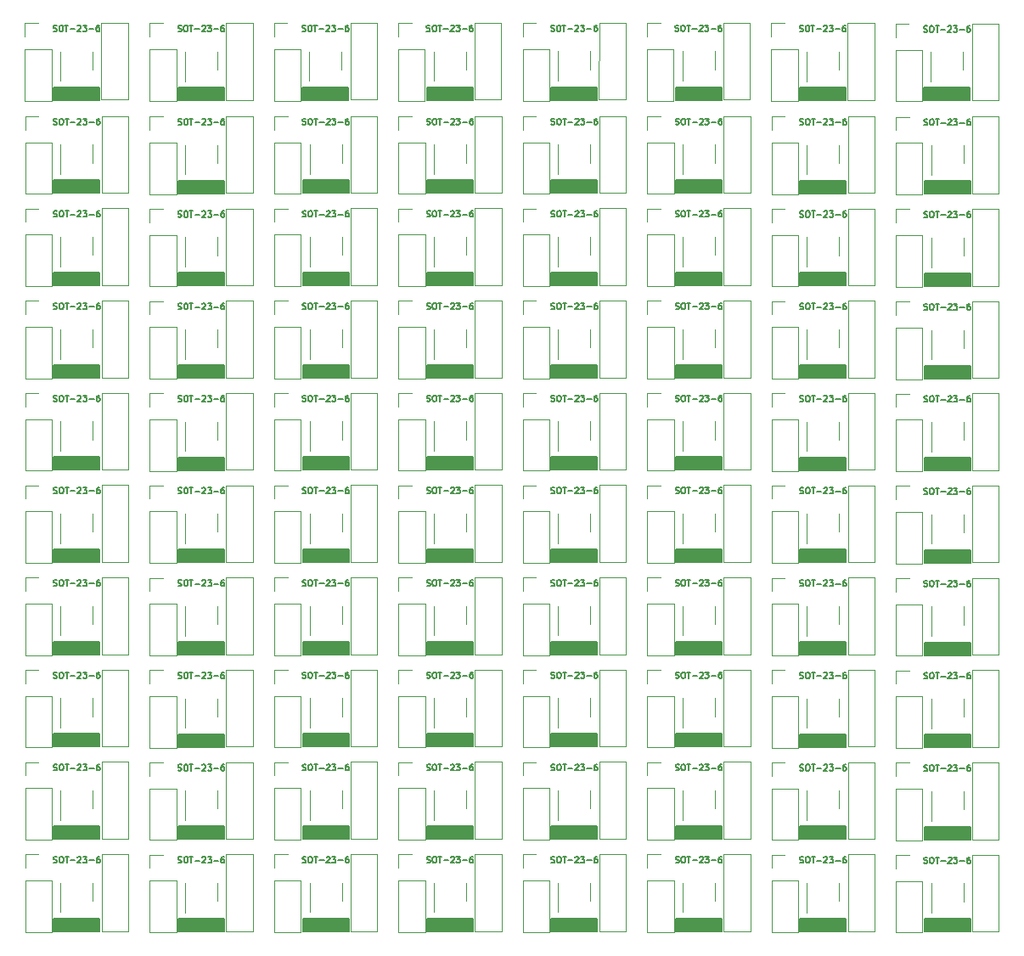
<source format=gbr>
%TF.GenerationSoftware,KiCad,Pcbnew,6.0.11+dfsg-1~bpo11+1*%
%TF.CreationDate,2023-03-06T17:28:23+08:00*%
%TF.ProjectId,sot2dip - panel,736f7432-6469-4702-902d-2070616e656c,rev?*%
%TF.SameCoordinates,Original*%
%TF.FileFunction,Legend,Top*%
%TF.FilePolarity,Positive*%
%FSLAX46Y46*%
G04 Gerber Fmt 4.6, Leading zero omitted, Abs format (unit mm)*
G04 Created by KiCad (PCBNEW 6.0.11+dfsg-1~bpo11+1) date 2023-03-06 17:28:23*
%MOMM*%
%LPD*%
G01*
G04 APERTURE LIST*
%ADD10C,0.150000*%
%ADD11C,0.120000*%
G04 APERTURE END LIST*
D10*
X182808000Y-90588000D02*
X187380000Y-90588000D01*
X187380000Y-90588000D02*
X187380000Y-91858000D01*
X187380000Y-91858000D02*
X182808000Y-91858000D01*
X182808000Y-91858000D02*
X182808000Y-90588000D01*
G36*
X182808000Y-90588000D02*
G01*
X187380000Y-90588000D01*
X187380000Y-91858000D01*
X182808000Y-91858000D01*
X182808000Y-90588000D01*
G37*
X170386000Y-62856000D02*
X174958000Y-62856000D01*
X174958000Y-62856000D02*
X174958000Y-64126000D01*
X174958000Y-64126000D02*
X170386000Y-64126000D01*
X170386000Y-64126000D02*
X170386000Y-62856000D01*
G36*
X170386000Y-62856000D02*
G01*
X174958000Y-62856000D01*
X174958000Y-64126000D01*
X170386000Y-64126000D01*
X170386000Y-62856000D01*
G37*
X158008000Y-145756000D02*
X162580000Y-145756000D01*
X162580000Y-145756000D02*
X162580000Y-147026000D01*
X162580000Y-147026000D02*
X158008000Y-147026000D01*
X158008000Y-147026000D02*
X158008000Y-145756000D01*
G36*
X158008000Y-145756000D02*
G01*
X162580000Y-145756000D01*
X162580000Y-147026000D01*
X158008000Y-147026000D01*
X158008000Y-145756000D01*
G37*
X170408000Y-108944000D02*
X174980000Y-108944000D01*
X174980000Y-108944000D02*
X174980000Y-110214000D01*
X174980000Y-110214000D02*
X170408000Y-110214000D01*
X170408000Y-110214000D02*
X170408000Y-108944000D01*
G36*
X170408000Y-108944000D02*
G01*
X174980000Y-108944000D01*
X174980000Y-110214000D01*
X170408000Y-110214000D01*
X170408000Y-108944000D01*
G37*
X133208000Y-136558000D02*
X137780000Y-136558000D01*
X137780000Y-136558000D02*
X137780000Y-137828000D01*
X137780000Y-137828000D02*
X133208000Y-137828000D01*
X133208000Y-137828000D02*
X133208000Y-136558000D01*
G36*
X133208000Y-136558000D02*
G01*
X137780000Y-136558000D01*
X137780000Y-137828000D01*
X133208000Y-137828000D01*
X133208000Y-136558000D01*
G37*
X170408000Y-99754000D02*
X174980000Y-99754000D01*
X174980000Y-99754000D02*
X174980000Y-101024000D01*
X174980000Y-101024000D02*
X170408000Y-101024000D01*
X170408000Y-101024000D02*
X170408000Y-99754000D01*
G36*
X170408000Y-99754000D02*
G01*
X174980000Y-99754000D01*
X174980000Y-101024000D01*
X170408000Y-101024000D01*
X170408000Y-99754000D01*
G37*
X145608000Y-99756000D02*
X150180000Y-99756000D01*
X150180000Y-99756000D02*
X150180000Y-101026000D01*
X150180000Y-101026000D02*
X145608000Y-101026000D01*
X145608000Y-101026000D02*
X145608000Y-99756000D01*
G36*
X145608000Y-99756000D02*
G01*
X150180000Y-99756000D01*
X150180000Y-101026000D01*
X145608000Y-101026000D01*
X145608000Y-99756000D01*
G37*
X195189000Y-72213000D02*
X199761000Y-72213000D01*
X199761000Y-72213000D02*
X199761000Y-73483000D01*
X199761000Y-73483000D02*
X195189000Y-73483000D01*
X195189000Y-73483000D02*
X195189000Y-72213000D01*
G36*
X195189000Y-72213000D02*
G01*
X199761000Y-72213000D01*
X199761000Y-73483000D01*
X195189000Y-73483000D01*
X195189000Y-72213000D01*
G37*
X170408000Y-90566000D02*
X174980000Y-90566000D01*
X174980000Y-90566000D02*
X174980000Y-91836000D01*
X174980000Y-91836000D02*
X170408000Y-91836000D01*
X170408000Y-91836000D02*
X170408000Y-90566000D01*
G36*
X170408000Y-90566000D02*
G01*
X174980000Y-90566000D01*
X174980000Y-91836000D01*
X170408000Y-91836000D01*
X170408000Y-90566000D01*
G37*
X133208000Y-99756000D02*
X137780000Y-99756000D01*
X137780000Y-99756000D02*
X137780000Y-101026000D01*
X137780000Y-101026000D02*
X133208000Y-101026000D01*
X133208000Y-101026000D02*
X133208000Y-99756000D01*
G36*
X133208000Y-99756000D02*
G01*
X137780000Y-99756000D01*
X137780000Y-101026000D01*
X133208000Y-101026000D01*
X133208000Y-99756000D01*
G37*
X133186000Y-62858000D02*
X137758000Y-62858000D01*
X137758000Y-62858000D02*
X137758000Y-64128000D01*
X137758000Y-64128000D02*
X133186000Y-64128000D01*
X133186000Y-64128000D02*
X133186000Y-62858000D01*
G36*
X133186000Y-62858000D02*
G01*
X137758000Y-62858000D01*
X137758000Y-64128000D01*
X133186000Y-64128000D01*
X133186000Y-62858000D01*
G37*
X145608000Y-72152000D02*
X150180000Y-72152000D01*
X150180000Y-72152000D02*
X150180000Y-73422000D01*
X150180000Y-73422000D02*
X145608000Y-73422000D01*
X145608000Y-73422000D02*
X145608000Y-72152000D01*
G36*
X145608000Y-72152000D02*
G01*
X150180000Y-72152000D01*
X150180000Y-73422000D01*
X145608000Y-73422000D01*
X145608000Y-72152000D01*
G37*
X120808000Y-136578000D02*
X125380000Y-136578000D01*
X125380000Y-136578000D02*
X125380000Y-137848000D01*
X125380000Y-137848000D02*
X120808000Y-137848000D01*
X120808000Y-137848000D02*
X120808000Y-136578000D01*
G36*
X120808000Y-136578000D02*
G01*
X125380000Y-136578000D01*
X125380000Y-137848000D01*
X120808000Y-137848000D01*
X120808000Y-136578000D01*
G37*
X158008000Y-108944000D02*
X162580000Y-108944000D01*
X162580000Y-108944000D02*
X162580000Y-110214000D01*
X162580000Y-110214000D02*
X158008000Y-110214000D01*
X158008000Y-110214000D02*
X158008000Y-108944000D01*
G36*
X158008000Y-108944000D02*
G01*
X162580000Y-108944000D01*
X162580000Y-110214000D01*
X158008000Y-110214000D01*
X158008000Y-108944000D01*
G37*
X195189000Y-136619000D02*
X199761000Y-136619000D01*
X199761000Y-136619000D02*
X199761000Y-137889000D01*
X199761000Y-137889000D02*
X195189000Y-137889000D01*
X195189000Y-137889000D02*
X195189000Y-136619000D01*
G36*
X195189000Y-136619000D02*
G01*
X199761000Y-136619000D01*
X199761000Y-137889000D01*
X195189000Y-137889000D01*
X195189000Y-136619000D01*
G37*
X120808000Y-145778000D02*
X125380000Y-145778000D01*
X125380000Y-145778000D02*
X125380000Y-147048000D01*
X125380000Y-147048000D02*
X120808000Y-147048000D01*
X120808000Y-147048000D02*
X120808000Y-145778000D01*
G36*
X120808000Y-145778000D02*
G01*
X125380000Y-145778000D01*
X125380000Y-147048000D01*
X120808000Y-147048000D01*
X120808000Y-145778000D01*
G37*
X145608000Y-136558000D02*
X150180000Y-136558000D01*
X150180000Y-136558000D02*
X150180000Y-137828000D01*
X150180000Y-137828000D02*
X145608000Y-137828000D01*
X145608000Y-137828000D02*
X145608000Y-136558000D01*
G36*
X145608000Y-136558000D02*
G01*
X150180000Y-136558000D01*
X150180000Y-137828000D01*
X145608000Y-137828000D01*
X145608000Y-136558000D01*
G37*
X195167000Y-62919000D02*
X199739000Y-62919000D01*
X199739000Y-62919000D02*
X199739000Y-64189000D01*
X199739000Y-64189000D02*
X195167000Y-64189000D01*
X195167000Y-64189000D02*
X195167000Y-62919000D01*
G36*
X195167000Y-62919000D02*
G01*
X199739000Y-62919000D01*
X199739000Y-64189000D01*
X195167000Y-64189000D01*
X195167000Y-62919000D01*
G37*
X182808000Y-99776000D02*
X187380000Y-99776000D01*
X187380000Y-99776000D02*
X187380000Y-101046000D01*
X187380000Y-101046000D02*
X182808000Y-101046000D01*
X182808000Y-101046000D02*
X182808000Y-99776000D01*
G36*
X182808000Y-99776000D02*
G01*
X187380000Y-99776000D01*
X187380000Y-101046000D01*
X182808000Y-101046000D01*
X182808000Y-99776000D01*
G37*
X108386000Y-145758000D02*
X112958000Y-145758000D01*
X112958000Y-145758000D02*
X112958000Y-147028000D01*
X112958000Y-147028000D02*
X108386000Y-147028000D01*
X108386000Y-147028000D02*
X108386000Y-145758000D01*
G36*
X108386000Y-145758000D02*
G01*
X112958000Y-145758000D01*
X112958000Y-147028000D01*
X108386000Y-147028000D01*
X108386000Y-145758000D01*
G37*
X158008000Y-81356000D02*
X162580000Y-81356000D01*
X162580000Y-81356000D02*
X162580000Y-82626000D01*
X162580000Y-82626000D02*
X158008000Y-82626000D01*
X158008000Y-82626000D02*
X158008000Y-81356000D01*
G36*
X158008000Y-81356000D02*
G01*
X162580000Y-81356000D01*
X162580000Y-82626000D01*
X158008000Y-82626000D01*
X158008000Y-81356000D01*
G37*
X182808000Y-108966000D02*
X187380000Y-108966000D01*
X187380000Y-108966000D02*
X187380000Y-110236000D01*
X187380000Y-110236000D02*
X182808000Y-110236000D01*
X182808000Y-110236000D02*
X182808000Y-108966000D01*
G36*
X182808000Y-108966000D02*
G01*
X187380000Y-108966000D01*
X187380000Y-110236000D01*
X182808000Y-110236000D01*
X182808000Y-108966000D01*
G37*
X195189000Y-145819000D02*
X199761000Y-145819000D01*
X199761000Y-145819000D02*
X199761000Y-147089000D01*
X199761000Y-147089000D02*
X195189000Y-147089000D01*
X195189000Y-147089000D02*
X195189000Y-145819000D01*
G36*
X195189000Y-145819000D02*
G01*
X199761000Y-145819000D01*
X199761000Y-147089000D01*
X195189000Y-147089000D01*
X195189000Y-145819000D01*
G37*
X120786000Y-62878000D02*
X125358000Y-62878000D01*
X125358000Y-62878000D02*
X125358000Y-64148000D01*
X125358000Y-64148000D02*
X120786000Y-64148000D01*
X120786000Y-64148000D02*
X120786000Y-62878000D01*
G36*
X120786000Y-62878000D02*
G01*
X125358000Y-62878000D01*
X125358000Y-64148000D01*
X120786000Y-64148000D01*
X120786000Y-62878000D01*
G37*
X108386000Y-72152000D02*
X112958000Y-72152000D01*
X112958000Y-72152000D02*
X112958000Y-73422000D01*
X112958000Y-73422000D02*
X108386000Y-73422000D01*
X108386000Y-73422000D02*
X108386000Y-72152000D01*
G36*
X108386000Y-72152000D02*
G01*
X112958000Y-72152000D01*
X112958000Y-73422000D01*
X108386000Y-73422000D01*
X108386000Y-72152000D01*
G37*
X195189000Y-99817000D02*
X199761000Y-99817000D01*
X199761000Y-99817000D02*
X199761000Y-101087000D01*
X199761000Y-101087000D02*
X195189000Y-101087000D01*
X195189000Y-101087000D02*
X195189000Y-99817000D01*
G36*
X195189000Y-99817000D02*
G01*
X199761000Y-99817000D01*
X199761000Y-101087000D01*
X195189000Y-101087000D01*
X195189000Y-99817000D01*
G37*
X170408000Y-118156000D02*
X174980000Y-118156000D01*
X174980000Y-118156000D02*
X174980000Y-119426000D01*
X174980000Y-119426000D02*
X170408000Y-119426000D01*
X170408000Y-119426000D02*
X170408000Y-118156000D01*
G36*
X170408000Y-118156000D02*
G01*
X174980000Y-118156000D01*
X174980000Y-119426000D01*
X170408000Y-119426000D01*
X170408000Y-118156000D01*
G37*
X158008000Y-118156000D02*
X162580000Y-118156000D01*
X162580000Y-118156000D02*
X162580000Y-119426000D01*
X162580000Y-119426000D02*
X158008000Y-119426000D01*
X158008000Y-119426000D02*
X158008000Y-118156000D01*
G36*
X158008000Y-118156000D02*
G01*
X162580000Y-118156000D01*
X162580000Y-119426000D01*
X158008000Y-119426000D01*
X158008000Y-118156000D01*
G37*
X133208000Y-81358000D02*
X137780000Y-81358000D01*
X137780000Y-81358000D02*
X137780000Y-82628000D01*
X137780000Y-82628000D02*
X133208000Y-82628000D01*
X133208000Y-82628000D02*
X133208000Y-81358000D01*
G36*
X133208000Y-81358000D02*
G01*
X137780000Y-81358000D01*
X137780000Y-82628000D01*
X133208000Y-82628000D01*
X133208000Y-81358000D01*
G37*
X170408000Y-145756000D02*
X174980000Y-145756000D01*
X174980000Y-145756000D02*
X174980000Y-147026000D01*
X174980000Y-147026000D02*
X170408000Y-147026000D01*
X170408000Y-147026000D02*
X170408000Y-145756000D01*
G36*
X170408000Y-145756000D02*
G01*
X174980000Y-145756000D01*
X174980000Y-147026000D01*
X170408000Y-147026000D01*
X170408000Y-145756000D01*
G37*
X108386000Y-81358000D02*
X112958000Y-81358000D01*
X112958000Y-81358000D02*
X112958000Y-82628000D01*
X112958000Y-82628000D02*
X108386000Y-82628000D01*
X108386000Y-82628000D02*
X108386000Y-81358000D01*
G36*
X108386000Y-81358000D02*
G01*
X112958000Y-81358000D01*
X112958000Y-82628000D01*
X108386000Y-82628000D01*
X108386000Y-81358000D01*
G37*
X182786000Y-62878000D02*
X187358000Y-62878000D01*
X187358000Y-62878000D02*
X187358000Y-64148000D01*
X187358000Y-64148000D02*
X182786000Y-64148000D01*
X182786000Y-64148000D02*
X182786000Y-62878000D01*
G36*
X182786000Y-62878000D02*
G01*
X187358000Y-62878000D01*
X187358000Y-64148000D01*
X182786000Y-64148000D01*
X182786000Y-62878000D01*
G37*
X133208000Y-90568000D02*
X137780000Y-90568000D01*
X137780000Y-90568000D02*
X137780000Y-91838000D01*
X137780000Y-91838000D02*
X133208000Y-91838000D01*
X133208000Y-91838000D02*
X133208000Y-90568000D01*
G36*
X133208000Y-90568000D02*
G01*
X137780000Y-90568000D01*
X137780000Y-91838000D01*
X133208000Y-91838000D01*
X133208000Y-90568000D01*
G37*
X133208000Y-145758000D02*
X137780000Y-145758000D01*
X137780000Y-145758000D02*
X137780000Y-147028000D01*
X137780000Y-147028000D02*
X133208000Y-147028000D01*
X133208000Y-147028000D02*
X133208000Y-145758000D01*
G36*
X133208000Y-145758000D02*
G01*
X137780000Y-145758000D01*
X137780000Y-147028000D01*
X133208000Y-147028000D01*
X133208000Y-145758000D01*
G37*
X133208000Y-108946000D02*
X137780000Y-108946000D01*
X137780000Y-108946000D02*
X137780000Y-110216000D01*
X137780000Y-110216000D02*
X133208000Y-110216000D01*
X133208000Y-110216000D02*
X133208000Y-108946000D01*
G36*
X133208000Y-108946000D02*
G01*
X137780000Y-108946000D01*
X137780000Y-110216000D01*
X133208000Y-110216000D01*
X133208000Y-108946000D01*
G37*
X120808000Y-90588000D02*
X125380000Y-90588000D01*
X125380000Y-90588000D02*
X125380000Y-91858000D01*
X125380000Y-91858000D02*
X120808000Y-91858000D01*
X120808000Y-91858000D02*
X120808000Y-90588000D01*
G36*
X120808000Y-90588000D02*
G01*
X125380000Y-90588000D01*
X125380000Y-91858000D01*
X120808000Y-91858000D01*
X120808000Y-90588000D01*
G37*
X108386000Y-108946000D02*
X112958000Y-108946000D01*
X112958000Y-108946000D02*
X112958000Y-110216000D01*
X112958000Y-110216000D02*
X108386000Y-110216000D01*
X108386000Y-110216000D02*
X108386000Y-108946000D01*
G36*
X108386000Y-108946000D02*
G01*
X112958000Y-108946000D01*
X112958000Y-110216000D01*
X108386000Y-110216000D01*
X108386000Y-108946000D01*
G37*
X145608000Y-118158000D02*
X150180000Y-118158000D01*
X150180000Y-118158000D02*
X150180000Y-119428000D01*
X150180000Y-119428000D02*
X145608000Y-119428000D01*
X145608000Y-119428000D02*
X145608000Y-118158000D01*
G36*
X145608000Y-118158000D02*
G01*
X150180000Y-118158000D01*
X150180000Y-119428000D01*
X145608000Y-119428000D01*
X145608000Y-118158000D01*
G37*
X182808000Y-145778000D02*
X187380000Y-145778000D01*
X187380000Y-145778000D02*
X187380000Y-147048000D01*
X187380000Y-147048000D02*
X182808000Y-147048000D01*
X182808000Y-147048000D02*
X182808000Y-145778000D01*
G36*
X182808000Y-145778000D02*
G01*
X187380000Y-145778000D01*
X187380000Y-147048000D01*
X182808000Y-147048000D01*
X182808000Y-145778000D01*
G37*
X145608000Y-127358000D02*
X150180000Y-127358000D01*
X150180000Y-127358000D02*
X150180000Y-128628000D01*
X150180000Y-128628000D02*
X145608000Y-128628000D01*
X145608000Y-128628000D02*
X145608000Y-127358000D01*
G36*
X145608000Y-127358000D02*
G01*
X150180000Y-127358000D01*
X150180000Y-128628000D01*
X145608000Y-128628000D01*
X145608000Y-127358000D01*
G37*
X158008000Y-99754000D02*
X162580000Y-99754000D01*
X162580000Y-99754000D02*
X162580000Y-101024000D01*
X162580000Y-101024000D02*
X158008000Y-101024000D01*
X158008000Y-101024000D02*
X158008000Y-99754000D01*
G36*
X158008000Y-99754000D02*
G01*
X162580000Y-99754000D01*
X162580000Y-101024000D01*
X158008000Y-101024000D01*
X158008000Y-99754000D01*
G37*
X158008000Y-127356000D02*
X162580000Y-127356000D01*
X162580000Y-127356000D02*
X162580000Y-128626000D01*
X162580000Y-128626000D02*
X158008000Y-128626000D01*
X158008000Y-128626000D02*
X158008000Y-127356000D01*
G36*
X158008000Y-127356000D02*
G01*
X162580000Y-127356000D01*
X162580000Y-128626000D01*
X158008000Y-128626000D01*
X158008000Y-127356000D01*
G37*
X195189000Y-81419000D02*
X199761000Y-81419000D01*
X199761000Y-81419000D02*
X199761000Y-82689000D01*
X199761000Y-82689000D02*
X195189000Y-82689000D01*
X195189000Y-82689000D02*
X195189000Y-81419000D01*
G36*
X195189000Y-81419000D02*
G01*
X199761000Y-81419000D01*
X199761000Y-82689000D01*
X195189000Y-82689000D01*
X195189000Y-81419000D01*
G37*
X195189000Y-127419000D02*
X199761000Y-127419000D01*
X199761000Y-127419000D02*
X199761000Y-128689000D01*
X199761000Y-128689000D02*
X195189000Y-128689000D01*
X195189000Y-128689000D02*
X195189000Y-127419000D01*
G36*
X195189000Y-127419000D02*
G01*
X199761000Y-127419000D01*
X199761000Y-128689000D01*
X195189000Y-128689000D01*
X195189000Y-127419000D01*
G37*
X158008000Y-72150000D02*
X162580000Y-72150000D01*
X162580000Y-72150000D02*
X162580000Y-73420000D01*
X162580000Y-73420000D02*
X158008000Y-73420000D01*
X158008000Y-73420000D02*
X158008000Y-72150000D01*
G36*
X158008000Y-72150000D02*
G01*
X162580000Y-72150000D01*
X162580000Y-73420000D01*
X158008000Y-73420000D01*
X158008000Y-72150000D01*
G37*
X157986000Y-62856000D02*
X162558000Y-62856000D01*
X162558000Y-62856000D02*
X162558000Y-64126000D01*
X162558000Y-64126000D02*
X157986000Y-64126000D01*
X157986000Y-64126000D02*
X157986000Y-62856000D01*
G36*
X157986000Y-62856000D02*
G01*
X162558000Y-62856000D01*
X162558000Y-64126000D01*
X157986000Y-64126000D01*
X157986000Y-62856000D01*
G37*
X108386000Y-118158000D02*
X112958000Y-118158000D01*
X112958000Y-118158000D02*
X112958000Y-119428000D01*
X112958000Y-119428000D02*
X108386000Y-119428000D01*
X108386000Y-119428000D02*
X108386000Y-118158000D01*
G36*
X108386000Y-118158000D02*
G01*
X112958000Y-118158000D01*
X112958000Y-119428000D01*
X108386000Y-119428000D01*
X108386000Y-118158000D01*
G37*
X133208000Y-72152000D02*
X137780000Y-72152000D01*
X137780000Y-72152000D02*
X137780000Y-73422000D01*
X137780000Y-73422000D02*
X133208000Y-73422000D01*
X133208000Y-73422000D02*
X133208000Y-72152000D01*
G36*
X133208000Y-72152000D02*
G01*
X137780000Y-72152000D01*
X137780000Y-73422000D01*
X133208000Y-73422000D01*
X133208000Y-72152000D01*
G37*
X170408000Y-136556000D02*
X174980000Y-136556000D01*
X174980000Y-136556000D02*
X174980000Y-137826000D01*
X174980000Y-137826000D02*
X170408000Y-137826000D01*
X170408000Y-137826000D02*
X170408000Y-136556000D01*
G36*
X170408000Y-136556000D02*
G01*
X174980000Y-136556000D01*
X174980000Y-137826000D01*
X170408000Y-137826000D01*
X170408000Y-136556000D01*
G37*
X182808000Y-127378000D02*
X187380000Y-127378000D01*
X187380000Y-127378000D02*
X187380000Y-128648000D01*
X187380000Y-128648000D02*
X182808000Y-128648000D01*
X182808000Y-128648000D02*
X182808000Y-127378000D01*
G36*
X182808000Y-127378000D02*
G01*
X187380000Y-127378000D01*
X187380000Y-128648000D01*
X182808000Y-128648000D01*
X182808000Y-127378000D01*
G37*
X158008000Y-136556000D02*
X162580000Y-136556000D01*
X162580000Y-136556000D02*
X162580000Y-137826000D01*
X162580000Y-137826000D02*
X158008000Y-137826000D01*
X158008000Y-137826000D02*
X158008000Y-136556000D01*
G36*
X158008000Y-136556000D02*
G01*
X162580000Y-136556000D01*
X162580000Y-137826000D01*
X158008000Y-137826000D01*
X158008000Y-136556000D01*
G37*
X120808000Y-72172000D02*
X125380000Y-72172000D01*
X125380000Y-72172000D02*
X125380000Y-73442000D01*
X125380000Y-73442000D02*
X120808000Y-73442000D01*
X120808000Y-73442000D02*
X120808000Y-72172000D01*
G36*
X120808000Y-72172000D02*
G01*
X125380000Y-72172000D01*
X125380000Y-73442000D01*
X120808000Y-73442000D01*
X120808000Y-72172000D01*
G37*
X158008000Y-90566000D02*
X162580000Y-90566000D01*
X162580000Y-90566000D02*
X162580000Y-91836000D01*
X162580000Y-91836000D02*
X158008000Y-91836000D01*
X158008000Y-91836000D02*
X158008000Y-90566000D01*
G36*
X158008000Y-90566000D02*
G01*
X162580000Y-90566000D01*
X162580000Y-91836000D01*
X158008000Y-91836000D01*
X158008000Y-90566000D01*
G37*
X145608000Y-90568000D02*
X150180000Y-90568000D01*
X150180000Y-90568000D02*
X150180000Y-91838000D01*
X150180000Y-91838000D02*
X145608000Y-91838000D01*
X145608000Y-91838000D02*
X145608000Y-90568000D01*
G36*
X145608000Y-90568000D02*
G01*
X150180000Y-90568000D01*
X150180000Y-91838000D01*
X145608000Y-91838000D01*
X145608000Y-90568000D01*
G37*
X145608000Y-108946000D02*
X150180000Y-108946000D01*
X150180000Y-108946000D02*
X150180000Y-110216000D01*
X150180000Y-110216000D02*
X145608000Y-110216000D01*
X145608000Y-110216000D02*
X145608000Y-108946000D01*
G36*
X145608000Y-108946000D02*
G01*
X150180000Y-108946000D01*
X150180000Y-110216000D01*
X145608000Y-110216000D01*
X145608000Y-108946000D01*
G37*
X145586000Y-62858000D02*
X150158000Y-62858000D01*
X150158000Y-62858000D02*
X150158000Y-64128000D01*
X150158000Y-64128000D02*
X145586000Y-64128000D01*
X145586000Y-64128000D02*
X145586000Y-62858000D01*
G36*
X145586000Y-62858000D02*
G01*
X150158000Y-62858000D01*
X150158000Y-64128000D01*
X145586000Y-64128000D01*
X145586000Y-62858000D01*
G37*
X170408000Y-81356000D02*
X174980000Y-81356000D01*
X174980000Y-81356000D02*
X174980000Y-82626000D01*
X174980000Y-82626000D02*
X170408000Y-82626000D01*
X170408000Y-82626000D02*
X170408000Y-81356000D01*
G36*
X170408000Y-81356000D02*
G01*
X174980000Y-81356000D01*
X174980000Y-82626000D01*
X170408000Y-82626000D01*
X170408000Y-81356000D01*
G37*
X195189000Y-118219000D02*
X199761000Y-118219000D01*
X199761000Y-118219000D02*
X199761000Y-119489000D01*
X199761000Y-119489000D02*
X195189000Y-119489000D01*
X195189000Y-119489000D02*
X195189000Y-118219000D01*
G36*
X195189000Y-118219000D02*
G01*
X199761000Y-118219000D01*
X199761000Y-119489000D01*
X195189000Y-119489000D01*
X195189000Y-118219000D01*
G37*
X120808000Y-127378000D02*
X125380000Y-127378000D01*
X125380000Y-127378000D02*
X125380000Y-128648000D01*
X125380000Y-128648000D02*
X120808000Y-128648000D01*
X120808000Y-128648000D02*
X120808000Y-127378000D01*
G36*
X120808000Y-127378000D02*
G01*
X125380000Y-127378000D01*
X125380000Y-128648000D01*
X120808000Y-128648000D01*
X120808000Y-127378000D01*
G37*
X145608000Y-145758000D02*
X150180000Y-145758000D01*
X150180000Y-145758000D02*
X150180000Y-147028000D01*
X150180000Y-147028000D02*
X145608000Y-147028000D01*
X145608000Y-147028000D02*
X145608000Y-145758000D01*
G36*
X145608000Y-145758000D02*
G01*
X150180000Y-145758000D01*
X150180000Y-147028000D01*
X145608000Y-147028000D01*
X145608000Y-145758000D01*
G37*
X182808000Y-118178000D02*
X187380000Y-118178000D01*
X187380000Y-118178000D02*
X187380000Y-119448000D01*
X187380000Y-119448000D02*
X182808000Y-119448000D01*
X182808000Y-119448000D02*
X182808000Y-118178000D01*
G36*
X182808000Y-118178000D02*
G01*
X187380000Y-118178000D01*
X187380000Y-119448000D01*
X182808000Y-119448000D01*
X182808000Y-118178000D01*
G37*
X182808000Y-72172000D02*
X187380000Y-72172000D01*
X187380000Y-72172000D02*
X187380000Y-73442000D01*
X187380000Y-73442000D02*
X182808000Y-73442000D01*
X182808000Y-73442000D02*
X182808000Y-72172000D01*
G36*
X182808000Y-72172000D02*
G01*
X187380000Y-72172000D01*
X187380000Y-73442000D01*
X182808000Y-73442000D01*
X182808000Y-72172000D01*
G37*
X120808000Y-99776000D02*
X125380000Y-99776000D01*
X125380000Y-99776000D02*
X125380000Y-101046000D01*
X125380000Y-101046000D02*
X120808000Y-101046000D01*
X120808000Y-101046000D02*
X120808000Y-99776000D01*
G36*
X120808000Y-99776000D02*
G01*
X125380000Y-99776000D01*
X125380000Y-101046000D01*
X120808000Y-101046000D01*
X120808000Y-99776000D01*
G37*
X195189000Y-109007000D02*
X199761000Y-109007000D01*
X199761000Y-109007000D02*
X199761000Y-110277000D01*
X199761000Y-110277000D02*
X195189000Y-110277000D01*
X195189000Y-110277000D02*
X195189000Y-109007000D01*
G36*
X195189000Y-109007000D02*
G01*
X199761000Y-109007000D01*
X199761000Y-110277000D01*
X195189000Y-110277000D01*
X195189000Y-109007000D01*
G37*
X108386000Y-127358000D02*
X112958000Y-127358000D01*
X112958000Y-127358000D02*
X112958000Y-128628000D01*
X112958000Y-128628000D02*
X108386000Y-128628000D01*
X108386000Y-128628000D02*
X108386000Y-127358000D01*
G36*
X108386000Y-127358000D02*
G01*
X112958000Y-127358000D01*
X112958000Y-128628000D01*
X108386000Y-128628000D01*
X108386000Y-127358000D01*
G37*
X195189000Y-90629000D02*
X199761000Y-90629000D01*
X199761000Y-90629000D02*
X199761000Y-91899000D01*
X199761000Y-91899000D02*
X195189000Y-91899000D01*
X195189000Y-91899000D02*
X195189000Y-90629000D01*
G36*
X195189000Y-90629000D02*
G01*
X199761000Y-90629000D01*
X199761000Y-91899000D01*
X195189000Y-91899000D01*
X195189000Y-90629000D01*
G37*
X108386000Y-136558000D02*
X112958000Y-136558000D01*
X112958000Y-136558000D02*
X112958000Y-137828000D01*
X112958000Y-137828000D02*
X108386000Y-137828000D01*
X108386000Y-137828000D02*
X108386000Y-136558000D01*
G36*
X108386000Y-136558000D02*
G01*
X112958000Y-136558000D01*
X112958000Y-137828000D01*
X108386000Y-137828000D01*
X108386000Y-136558000D01*
G37*
X182808000Y-81378000D02*
X187380000Y-81378000D01*
X187380000Y-81378000D02*
X187380000Y-82648000D01*
X187380000Y-82648000D02*
X182808000Y-82648000D01*
X182808000Y-82648000D02*
X182808000Y-81378000D01*
G36*
X182808000Y-81378000D02*
G01*
X187380000Y-81378000D01*
X187380000Y-82648000D01*
X182808000Y-82648000D01*
X182808000Y-81378000D01*
G37*
X133208000Y-127358000D02*
X137780000Y-127358000D01*
X137780000Y-127358000D02*
X137780000Y-128628000D01*
X137780000Y-128628000D02*
X133208000Y-128628000D01*
X133208000Y-128628000D02*
X133208000Y-127358000D01*
G36*
X133208000Y-127358000D02*
G01*
X137780000Y-127358000D01*
X137780000Y-128628000D01*
X133208000Y-128628000D01*
X133208000Y-127358000D01*
G37*
X120808000Y-108966000D02*
X125380000Y-108966000D01*
X125380000Y-108966000D02*
X125380000Y-110236000D01*
X125380000Y-110236000D02*
X120808000Y-110236000D01*
X120808000Y-110236000D02*
X120808000Y-108966000D01*
G36*
X120808000Y-108966000D02*
G01*
X125380000Y-108966000D01*
X125380000Y-110236000D01*
X120808000Y-110236000D01*
X120808000Y-108966000D01*
G37*
X133208000Y-118158000D02*
X137780000Y-118158000D01*
X137780000Y-118158000D02*
X137780000Y-119428000D01*
X137780000Y-119428000D02*
X133208000Y-119428000D01*
X133208000Y-119428000D02*
X133208000Y-118158000D01*
G36*
X133208000Y-118158000D02*
G01*
X137780000Y-118158000D01*
X137780000Y-119428000D01*
X133208000Y-119428000D01*
X133208000Y-118158000D01*
G37*
X108386000Y-99756000D02*
X112958000Y-99756000D01*
X112958000Y-99756000D02*
X112958000Y-101026000D01*
X112958000Y-101026000D02*
X108386000Y-101026000D01*
X108386000Y-101026000D02*
X108386000Y-99756000D01*
G36*
X108386000Y-99756000D02*
G01*
X112958000Y-99756000D01*
X112958000Y-101026000D01*
X108386000Y-101026000D01*
X108386000Y-99756000D01*
G37*
X145608000Y-81358000D02*
X150180000Y-81358000D01*
X150180000Y-81358000D02*
X150180000Y-82628000D01*
X150180000Y-82628000D02*
X145608000Y-82628000D01*
X145608000Y-82628000D02*
X145608000Y-81358000D01*
G36*
X145608000Y-81358000D02*
G01*
X150180000Y-81358000D01*
X150180000Y-82628000D01*
X145608000Y-82628000D01*
X145608000Y-81358000D01*
G37*
X108386000Y-90568000D02*
X112958000Y-90568000D01*
X112958000Y-90568000D02*
X112958000Y-91838000D01*
X112958000Y-91838000D02*
X108386000Y-91838000D01*
X108386000Y-91838000D02*
X108386000Y-90568000D01*
G36*
X108386000Y-90568000D02*
G01*
X112958000Y-90568000D01*
X112958000Y-91838000D01*
X108386000Y-91838000D01*
X108386000Y-90568000D01*
G37*
X170408000Y-127356000D02*
X174980000Y-127356000D01*
X174980000Y-127356000D02*
X174980000Y-128626000D01*
X174980000Y-128626000D02*
X170408000Y-128626000D01*
X170408000Y-128626000D02*
X170408000Y-127356000D01*
G36*
X170408000Y-127356000D02*
G01*
X174980000Y-127356000D01*
X174980000Y-128626000D01*
X170408000Y-128626000D01*
X170408000Y-127356000D01*
G37*
X170408000Y-72150000D02*
X174980000Y-72150000D01*
X174980000Y-72150000D02*
X174980000Y-73420000D01*
X174980000Y-73420000D02*
X170408000Y-73420000D01*
X170408000Y-73420000D02*
X170408000Y-72150000D01*
G36*
X170408000Y-72150000D02*
G01*
X174980000Y-72150000D01*
X174980000Y-73420000D01*
X170408000Y-73420000D01*
X170408000Y-72150000D01*
G37*
X120808000Y-81378000D02*
X125380000Y-81378000D01*
X125380000Y-81378000D02*
X125380000Y-82648000D01*
X125380000Y-82648000D02*
X120808000Y-82648000D01*
X120808000Y-82648000D02*
X120808000Y-81378000D01*
G36*
X120808000Y-81378000D02*
G01*
X125380000Y-81378000D01*
X125380000Y-82648000D01*
X120808000Y-82648000D01*
X120808000Y-81378000D01*
G37*
X182808000Y-136578000D02*
X187380000Y-136578000D01*
X187380000Y-136578000D02*
X187380000Y-137848000D01*
X187380000Y-137848000D02*
X182808000Y-137848000D01*
X182808000Y-137848000D02*
X182808000Y-136578000D01*
G36*
X182808000Y-136578000D02*
G01*
X187380000Y-136578000D01*
X187380000Y-137848000D01*
X182808000Y-137848000D01*
X182808000Y-136578000D01*
G37*
X120808000Y-118178000D02*
X125380000Y-118178000D01*
X125380000Y-118178000D02*
X125380000Y-119448000D01*
X125380000Y-119448000D02*
X120808000Y-119448000D01*
X120808000Y-119448000D02*
X120808000Y-118178000D01*
G36*
X120808000Y-118178000D02*
G01*
X125380000Y-118178000D01*
X125380000Y-119448000D01*
X120808000Y-119448000D01*
X120808000Y-118178000D01*
G37*
X108364000Y-62858000D02*
X112936000Y-62858000D01*
X112936000Y-62858000D02*
X112936000Y-64128000D01*
X112936000Y-64128000D02*
X108364000Y-64128000D01*
X108364000Y-64128000D02*
X108364000Y-62858000D01*
G36*
X108364000Y-62858000D02*
G01*
X112936000Y-62858000D01*
X112936000Y-64128000D01*
X108364000Y-64128000D01*
X108364000Y-62858000D01*
G37*
X108357714Y-75758857D02*
X108443428Y-75787428D01*
X108586285Y-75787428D01*
X108643428Y-75758857D01*
X108672000Y-75730285D01*
X108700571Y-75673142D01*
X108700571Y-75616000D01*
X108672000Y-75558857D01*
X108643428Y-75530285D01*
X108586285Y-75501714D01*
X108472000Y-75473142D01*
X108414857Y-75444571D01*
X108386285Y-75416000D01*
X108357714Y-75358857D01*
X108357714Y-75301714D01*
X108386285Y-75244571D01*
X108414857Y-75216000D01*
X108472000Y-75187428D01*
X108614857Y-75187428D01*
X108700571Y-75216000D01*
X109072000Y-75187428D02*
X109186285Y-75187428D01*
X109243428Y-75216000D01*
X109300571Y-75273142D01*
X109329142Y-75387428D01*
X109329142Y-75587428D01*
X109300571Y-75701714D01*
X109243428Y-75758857D01*
X109186285Y-75787428D01*
X109072000Y-75787428D01*
X109014857Y-75758857D01*
X108957714Y-75701714D01*
X108929142Y-75587428D01*
X108929142Y-75387428D01*
X108957714Y-75273142D01*
X109014857Y-75216000D01*
X109072000Y-75187428D01*
X109500571Y-75187428D02*
X109843428Y-75187428D01*
X109672000Y-75787428D02*
X109672000Y-75187428D01*
X110043428Y-75558857D02*
X110500571Y-75558857D01*
X110757714Y-75244571D02*
X110786285Y-75216000D01*
X110843428Y-75187428D01*
X110986285Y-75187428D01*
X111043428Y-75216000D01*
X111072000Y-75244571D01*
X111100571Y-75301714D01*
X111100571Y-75358857D01*
X111072000Y-75444571D01*
X110729142Y-75787428D01*
X111100571Y-75787428D01*
X111300571Y-75187428D02*
X111672000Y-75187428D01*
X111472000Y-75416000D01*
X111557714Y-75416000D01*
X111614857Y-75444571D01*
X111643428Y-75473142D01*
X111672000Y-75530285D01*
X111672000Y-75673142D01*
X111643428Y-75730285D01*
X111614857Y-75758857D01*
X111557714Y-75787428D01*
X111386285Y-75787428D01*
X111329142Y-75758857D01*
X111300571Y-75730285D01*
X111929142Y-75558857D02*
X112386285Y-75558857D01*
X112929142Y-75187428D02*
X112814857Y-75187428D01*
X112757714Y-75216000D01*
X112729142Y-75244571D01*
X112672000Y-75330285D01*
X112643428Y-75444571D01*
X112643428Y-75673142D01*
X112672000Y-75730285D01*
X112700571Y-75758857D01*
X112757714Y-75787428D01*
X112872000Y-75787428D01*
X112929142Y-75758857D01*
X112957714Y-75730285D01*
X112986285Y-75673142D01*
X112986285Y-75530285D01*
X112957714Y-75473142D01*
X112929142Y-75444571D01*
X112872000Y-75416000D01*
X112757714Y-75416000D01*
X112700571Y-75444571D01*
X112672000Y-75473142D01*
X112643428Y-75530285D01*
X195160714Y-66613857D02*
X195246428Y-66642428D01*
X195389285Y-66642428D01*
X195446428Y-66613857D01*
X195475000Y-66585285D01*
X195503571Y-66528142D01*
X195503571Y-66471000D01*
X195475000Y-66413857D01*
X195446428Y-66385285D01*
X195389285Y-66356714D01*
X195275000Y-66328142D01*
X195217857Y-66299571D01*
X195189285Y-66271000D01*
X195160714Y-66213857D01*
X195160714Y-66156714D01*
X195189285Y-66099571D01*
X195217857Y-66071000D01*
X195275000Y-66042428D01*
X195417857Y-66042428D01*
X195503571Y-66071000D01*
X195875000Y-66042428D02*
X195989285Y-66042428D01*
X196046428Y-66071000D01*
X196103571Y-66128142D01*
X196132142Y-66242428D01*
X196132142Y-66442428D01*
X196103571Y-66556714D01*
X196046428Y-66613857D01*
X195989285Y-66642428D01*
X195875000Y-66642428D01*
X195817857Y-66613857D01*
X195760714Y-66556714D01*
X195732142Y-66442428D01*
X195732142Y-66242428D01*
X195760714Y-66128142D01*
X195817857Y-66071000D01*
X195875000Y-66042428D01*
X196303571Y-66042428D02*
X196646428Y-66042428D01*
X196475000Y-66642428D02*
X196475000Y-66042428D01*
X196846428Y-66413857D02*
X197303571Y-66413857D01*
X197560714Y-66099571D02*
X197589285Y-66071000D01*
X197646428Y-66042428D01*
X197789285Y-66042428D01*
X197846428Y-66071000D01*
X197875000Y-66099571D01*
X197903571Y-66156714D01*
X197903571Y-66213857D01*
X197875000Y-66299571D01*
X197532142Y-66642428D01*
X197903571Y-66642428D01*
X198103571Y-66042428D02*
X198475000Y-66042428D01*
X198275000Y-66271000D01*
X198360714Y-66271000D01*
X198417857Y-66299571D01*
X198446428Y-66328142D01*
X198475000Y-66385285D01*
X198475000Y-66528142D01*
X198446428Y-66585285D01*
X198417857Y-66613857D01*
X198360714Y-66642428D01*
X198189285Y-66642428D01*
X198132142Y-66613857D01*
X198103571Y-66585285D01*
X198732142Y-66413857D02*
X199189285Y-66413857D01*
X199732142Y-66042428D02*
X199617857Y-66042428D01*
X199560714Y-66071000D01*
X199532142Y-66099571D01*
X199475000Y-66185285D01*
X199446428Y-66299571D01*
X199446428Y-66528142D01*
X199475000Y-66585285D01*
X199503571Y-66613857D01*
X199560714Y-66642428D01*
X199675000Y-66642428D01*
X199732142Y-66613857D01*
X199760714Y-66585285D01*
X199789285Y-66528142D01*
X199789285Y-66385285D01*
X199760714Y-66328142D01*
X199732142Y-66299571D01*
X199675000Y-66271000D01*
X199560714Y-66271000D01*
X199503571Y-66299571D01*
X199475000Y-66328142D01*
X199446428Y-66385285D01*
X182779714Y-75778857D02*
X182865428Y-75807428D01*
X183008285Y-75807428D01*
X183065428Y-75778857D01*
X183094000Y-75750285D01*
X183122571Y-75693142D01*
X183122571Y-75636000D01*
X183094000Y-75578857D01*
X183065428Y-75550285D01*
X183008285Y-75521714D01*
X182894000Y-75493142D01*
X182836857Y-75464571D01*
X182808285Y-75436000D01*
X182779714Y-75378857D01*
X182779714Y-75321714D01*
X182808285Y-75264571D01*
X182836857Y-75236000D01*
X182894000Y-75207428D01*
X183036857Y-75207428D01*
X183122571Y-75236000D01*
X183494000Y-75207428D02*
X183608285Y-75207428D01*
X183665428Y-75236000D01*
X183722571Y-75293142D01*
X183751142Y-75407428D01*
X183751142Y-75607428D01*
X183722571Y-75721714D01*
X183665428Y-75778857D01*
X183608285Y-75807428D01*
X183494000Y-75807428D01*
X183436857Y-75778857D01*
X183379714Y-75721714D01*
X183351142Y-75607428D01*
X183351142Y-75407428D01*
X183379714Y-75293142D01*
X183436857Y-75236000D01*
X183494000Y-75207428D01*
X183922571Y-75207428D02*
X184265428Y-75207428D01*
X184094000Y-75807428D02*
X184094000Y-75207428D01*
X184465428Y-75578857D02*
X184922571Y-75578857D01*
X185179714Y-75264571D02*
X185208285Y-75236000D01*
X185265428Y-75207428D01*
X185408285Y-75207428D01*
X185465428Y-75236000D01*
X185494000Y-75264571D01*
X185522571Y-75321714D01*
X185522571Y-75378857D01*
X185494000Y-75464571D01*
X185151142Y-75807428D01*
X185522571Y-75807428D01*
X185722571Y-75207428D02*
X186094000Y-75207428D01*
X185894000Y-75436000D01*
X185979714Y-75436000D01*
X186036857Y-75464571D01*
X186065428Y-75493142D01*
X186094000Y-75550285D01*
X186094000Y-75693142D01*
X186065428Y-75750285D01*
X186036857Y-75778857D01*
X185979714Y-75807428D01*
X185808285Y-75807428D01*
X185751142Y-75778857D01*
X185722571Y-75750285D01*
X186351142Y-75578857D02*
X186808285Y-75578857D01*
X187351142Y-75207428D02*
X187236857Y-75207428D01*
X187179714Y-75236000D01*
X187151142Y-75264571D01*
X187094000Y-75350285D01*
X187065428Y-75464571D01*
X187065428Y-75693142D01*
X187094000Y-75750285D01*
X187122571Y-75778857D01*
X187179714Y-75807428D01*
X187294000Y-75807428D01*
X187351142Y-75778857D01*
X187379714Y-75750285D01*
X187408285Y-75693142D01*
X187408285Y-75550285D01*
X187379714Y-75493142D01*
X187351142Y-75464571D01*
X187294000Y-75436000D01*
X187179714Y-75436000D01*
X187122571Y-75464571D01*
X187094000Y-75493142D01*
X187065428Y-75550285D01*
X170379714Y-112556857D02*
X170465428Y-112585428D01*
X170608285Y-112585428D01*
X170665428Y-112556857D01*
X170694000Y-112528285D01*
X170722571Y-112471142D01*
X170722571Y-112414000D01*
X170694000Y-112356857D01*
X170665428Y-112328285D01*
X170608285Y-112299714D01*
X170494000Y-112271142D01*
X170436857Y-112242571D01*
X170408285Y-112214000D01*
X170379714Y-112156857D01*
X170379714Y-112099714D01*
X170408285Y-112042571D01*
X170436857Y-112014000D01*
X170494000Y-111985428D01*
X170636857Y-111985428D01*
X170722571Y-112014000D01*
X171094000Y-111985428D02*
X171208285Y-111985428D01*
X171265428Y-112014000D01*
X171322571Y-112071142D01*
X171351142Y-112185428D01*
X171351142Y-112385428D01*
X171322571Y-112499714D01*
X171265428Y-112556857D01*
X171208285Y-112585428D01*
X171094000Y-112585428D01*
X171036857Y-112556857D01*
X170979714Y-112499714D01*
X170951142Y-112385428D01*
X170951142Y-112185428D01*
X170979714Y-112071142D01*
X171036857Y-112014000D01*
X171094000Y-111985428D01*
X171522571Y-111985428D02*
X171865428Y-111985428D01*
X171694000Y-112585428D02*
X171694000Y-111985428D01*
X172065428Y-112356857D02*
X172522571Y-112356857D01*
X172779714Y-112042571D02*
X172808285Y-112014000D01*
X172865428Y-111985428D01*
X173008285Y-111985428D01*
X173065428Y-112014000D01*
X173094000Y-112042571D01*
X173122571Y-112099714D01*
X173122571Y-112156857D01*
X173094000Y-112242571D01*
X172751142Y-112585428D01*
X173122571Y-112585428D01*
X173322571Y-111985428D02*
X173694000Y-111985428D01*
X173494000Y-112214000D01*
X173579714Y-112214000D01*
X173636857Y-112242571D01*
X173665428Y-112271142D01*
X173694000Y-112328285D01*
X173694000Y-112471142D01*
X173665428Y-112528285D01*
X173636857Y-112556857D01*
X173579714Y-112585428D01*
X173408285Y-112585428D01*
X173351142Y-112556857D01*
X173322571Y-112528285D01*
X173951142Y-112356857D02*
X174408285Y-112356857D01*
X174951142Y-111985428D02*
X174836857Y-111985428D01*
X174779714Y-112014000D01*
X174751142Y-112042571D01*
X174694000Y-112128285D01*
X174665428Y-112242571D01*
X174665428Y-112471142D01*
X174694000Y-112528285D01*
X174722571Y-112556857D01*
X174779714Y-112585428D01*
X174894000Y-112585428D01*
X174951142Y-112556857D01*
X174979714Y-112528285D01*
X175008285Y-112471142D01*
X175008285Y-112328285D01*
X174979714Y-112271142D01*
X174951142Y-112242571D01*
X174894000Y-112214000D01*
X174779714Y-112214000D01*
X174722571Y-112242571D01*
X174694000Y-112271142D01*
X174665428Y-112328285D01*
X157979714Y-66550857D02*
X158065428Y-66579428D01*
X158208285Y-66579428D01*
X158265428Y-66550857D01*
X158294000Y-66522285D01*
X158322571Y-66465142D01*
X158322571Y-66408000D01*
X158294000Y-66350857D01*
X158265428Y-66322285D01*
X158208285Y-66293714D01*
X158094000Y-66265142D01*
X158036857Y-66236571D01*
X158008285Y-66208000D01*
X157979714Y-66150857D01*
X157979714Y-66093714D01*
X158008285Y-66036571D01*
X158036857Y-66008000D01*
X158094000Y-65979428D01*
X158236857Y-65979428D01*
X158322571Y-66008000D01*
X158694000Y-65979428D02*
X158808285Y-65979428D01*
X158865428Y-66008000D01*
X158922571Y-66065142D01*
X158951142Y-66179428D01*
X158951142Y-66379428D01*
X158922571Y-66493714D01*
X158865428Y-66550857D01*
X158808285Y-66579428D01*
X158694000Y-66579428D01*
X158636857Y-66550857D01*
X158579714Y-66493714D01*
X158551142Y-66379428D01*
X158551142Y-66179428D01*
X158579714Y-66065142D01*
X158636857Y-66008000D01*
X158694000Y-65979428D01*
X159122571Y-65979428D02*
X159465428Y-65979428D01*
X159294000Y-66579428D02*
X159294000Y-65979428D01*
X159665428Y-66350857D02*
X160122571Y-66350857D01*
X160379714Y-66036571D02*
X160408285Y-66008000D01*
X160465428Y-65979428D01*
X160608285Y-65979428D01*
X160665428Y-66008000D01*
X160694000Y-66036571D01*
X160722571Y-66093714D01*
X160722571Y-66150857D01*
X160694000Y-66236571D01*
X160351142Y-66579428D01*
X160722571Y-66579428D01*
X160922571Y-65979428D02*
X161294000Y-65979428D01*
X161094000Y-66208000D01*
X161179714Y-66208000D01*
X161236857Y-66236571D01*
X161265428Y-66265142D01*
X161294000Y-66322285D01*
X161294000Y-66465142D01*
X161265428Y-66522285D01*
X161236857Y-66550857D01*
X161179714Y-66579428D01*
X161008285Y-66579428D01*
X160951142Y-66550857D01*
X160922571Y-66522285D01*
X161551142Y-66350857D02*
X162008285Y-66350857D01*
X162551142Y-65979428D02*
X162436857Y-65979428D01*
X162379714Y-66008000D01*
X162351142Y-66036571D01*
X162294000Y-66122285D01*
X162265428Y-66236571D01*
X162265428Y-66465142D01*
X162294000Y-66522285D01*
X162322571Y-66550857D01*
X162379714Y-66579428D01*
X162494000Y-66579428D01*
X162551142Y-66550857D01*
X162579714Y-66522285D01*
X162608285Y-66465142D01*
X162608285Y-66322285D01*
X162579714Y-66265142D01*
X162551142Y-66236571D01*
X162494000Y-66208000D01*
X162379714Y-66208000D01*
X162322571Y-66236571D01*
X162294000Y-66265142D01*
X162265428Y-66322285D01*
X133179714Y-121758857D02*
X133265428Y-121787428D01*
X133408285Y-121787428D01*
X133465428Y-121758857D01*
X133494000Y-121730285D01*
X133522571Y-121673142D01*
X133522571Y-121616000D01*
X133494000Y-121558857D01*
X133465428Y-121530285D01*
X133408285Y-121501714D01*
X133294000Y-121473142D01*
X133236857Y-121444571D01*
X133208285Y-121416000D01*
X133179714Y-121358857D01*
X133179714Y-121301714D01*
X133208285Y-121244571D01*
X133236857Y-121216000D01*
X133294000Y-121187428D01*
X133436857Y-121187428D01*
X133522571Y-121216000D01*
X133894000Y-121187428D02*
X134008285Y-121187428D01*
X134065428Y-121216000D01*
X134122571Y-121273142D01*
X134151142Y-121387428D01*
X134151142Y-121587428D01*
X134122571Y-121701714D01*
X134065428Y-121758857D01*
X134008285Y-121787428D01*
X133894000Y-121787428D01*
X133836857Y-121758857D01*
X133779714Y-121701714D01*
X133751142Y-121587428D01*
X133751142Y-121387428D01*
X133779714Y-121273142D01*
X133836857Y-121216000D01*
X133894000Y-121187428D01*
X134322571Y-121187428D02*
X134665428Y-121187428D01*
X134494000Y-121787428D02*
X134494000Y-121187428D01*
X134865428Y-121558857D02*
X135322571Y-121558857D01*
X135579714Y-121244571D02*
X135608285Y-121216000D01*
X135665428Y-121187428D01*
X135808285Y-121187428D01*
X135865428Y-121216000D01*
X135894000Y-121244571D01*
X135922571Y-121301714D01*
X135922571Y-121358857D01*
X135894000Y-121444571D01*
X135551142Y-121787428D01*
X135922571Y-121787428D01*
X136122571Y-121187428D02*
X136494000Y-121187428D01*
X136294000Y-121416000D01*
X136379714Y-121416000D01*
X136436857Y-121444571D01*
X136465428Y-121473142D01*
X136494000Y-121530285D01*
X136494000Y-121673142D01*
X136465428Y-121730285D01*
X136436857Y-121758857D01*
X136379714Y-121787428D01*
X136208285Y-121787428D01*
X136151142Y-121758857D01*
X136122571Y-121730285D01*
X136751142Y-121558857D02*
X137208285Y-121558857D01*
X137751142Y-121187428D02*
X137636857Y-121187428D01*
X137579714Y-121216000D01*
X137551142Y-121244571D01*
X137494000Y-121330285D01*
X137465428Y-121444571D01*
X137465428Y-121673142D01*
X137494000Y-121730285D01*
X137522571Y-121758857D01*
X137579714Y-121787428D01*
X137694000Y-121787428D01*
X137751142Y-121758857D01*
X137779714Y-121730285D01*
X137808285Y-121673142D01*
X137808285Y-121530285D01*
X137779714Y-121473142D01*
X137751142Y-121444571D01*
X137694000Y-121416000D01*
X137579714Y-121416000D01*
X137522571Y-121444571D01*
X137494000Y-121473142D01*
X137465428Y-121530285D01*
X157979714Y-140156857D02*
X158065428Y-140185428D01*
X158208285Y-140185428D01*
X158265428Y-140156857D01*
X158294000Y-140128285D01*
X158322571Y-140071142D01*
X158322571Y-140014000D01*
X158294000Y-139956857D01*
X158265428Y-139928285D01*
X158208285Y-139899714D01*
X158094000Y-139871142D01*
X158036857Y-139842571D01*
X158008285Y-139814000D01*
X157979714Y-139756857D01*
X157979714Y-139699714D01*
X158008285Y-139642571D01*
X158036857Y-139614000D01*
X158094000Y-139585428D01*
X158236857Y-139585428D01*
X158322571Y-139614000D01*
X158694000Y-139585428D02*
X158808285Y-139585428D01*
X158865428Y-139614000D01*
X158922571Y-139671142D01*
X158951142Y-139785428D01*
X158951142Y-139985428D01*
X158922571Y-140099714D01*
X158865428Y-140156857D01*
X158808285Y-140185428D01*
X158694000Y-140185428D01*
X158636857Y-140156857D01*
X158579714Y-140099714D01*
X158551142Y-139985428D01*
X158551142Y-139785428D01*
X158579714Y-139671142D01*
X158636857Y-139614000D01*
X158694000Y-139585428D01*
X159122571Y-139585428D02*
X159465428Y-139585428D01*
X159294000Y-140185428D02*
X159294000Y-139585428D01*
X159665428Y-139956857D02*
X160122571Y-139956857D01*
X160379714Y-139642571D02*
X160408285Y-139614000D01*
X160465428Y-139585428D01*
X160608285Y-139585428D01*
X160665428Y-139614000D01*
X160694000Y-139642571D01*
X160722571Y-139699714D01*
X160722571Y-139756857D01*
X160694000Y-139842571D01*
X160351142Y-140185428D01*
X160722571Y-140185428D01*
X160922571Y-139585428D02*
X161294000Y-139585428D01*
X161094000Y-139814000D01*
X161179714Y-139814000D01*
X161236857Y-139842571D01*
X161265428Y-139871142D01*
X161294000Y-139928285D01*
X161294000Y-140071142D01*
X161265428Y-140128285D01*
X161236857Y-140156857D01*
X161179714Y-140185428D01*
X161008285Y-140185428D01*
X160951142Y-140156857D01*
X160922571Y-140128285D01*
X161551142Y-139956857D02*
X162008285Y-139956857D01*
X162551142Y-139585428D02*
X162436857Y-139585428D01*
X162379714Y-139614000D01*
X162351142Y-139642571D01*
X162294000Y-139728285D01*
X162265428Y-139842571D01*
X162265428Y-140071142D01*
X162294000Y-140128285D01*
X162322571Y-140156857D01*
X162379714Y-140185428D01*
X162494000Y-140185428D01*
X162551142Y-140156857D01*
X162579714Y-140128285D01*
X162608285Y-140071142D01*
X162608285Y-139928285D01*
X162579714Y-139871142D01*
X162551142Y-139842571D01*
X162494000Y-139814000D01*
X162379714Y-139814000D01*
X162322571Y-139842571D01*
X162294000Y-139871142D01*
X162265428Y-139928285D01*
X108357714Y-103346857D02*
X108443428Y-103375428D01*
X108586285Y-103375428D01*
X108643428Y-103346857D01*
X108672000Y-103318285D01*
X108700571Y-103261142D01*
X108700571Y-103204000D01*
X108672000Y-103146857D01*
X108643428Y-103118285D01*
X108586285Y-103089714D01*
X108472000Y-103061142D01*
X108414857Y-103032571D01*
X108386285Y-103004000D01*
X108357714Y-102946857D01*
X108357714Y-102889714D01*
X108386285Y-102832571D01*
X108414857Y-102804000D01*
X108472000Y-102775428D01*
X108614857Y-102775428D01*
X108700571Y-102804000D01*
X109072000Y-102775428D02*
X109186285Y-102775428D01*
X109243428Y-102804000D01*
X109300571Y-102861142D01*
X109329142Y-102975428D01*
X109329142Y-103175428D01*
X109300571Y-103289714D01*
X109243428Y-103346857D01*
X109186285Y-103375428D01*
X109072000Y-103375428D01*
X109014857Y-103346857D01*
X108957714Y-103289714D01*
X108929142Y-103175428D01*
X108929142Y-102975428D01*
X108957714Y-102861142D01*
X109014857Y-102804000D01*
X109072000Y-102775428D01*
X109500571Y-102775428D02*
X109843428Y-102775428D01*
X109672000Y-103375428D02*
X109672000Y-102775428D01*
X110043428Y-103146857D02*
X110500571Y-103146857D01*
X110757714Y-102832571D02*
X110786285Y-102804000D01*
X110843428Y-102775428D01*
X110986285Y-102775428D01*
X111043428Y-102804000D01*
X111072000Y-102832571D01*
X111100571Y-102889714D01*
X111100571Y-102946857D01*
X111072000Y-103032571D01*
X110729142Y-103375428D01*
X111100571Y-103375428D01*
X111300571Y-102775428D02*
X111672000Y-102775428D01*
X111472000Y-103004000D01*
X111557714Y-103004000D01*
X111614857Y-103032571D01*
X111643428Y-103061142D01*
X111672000Y-103118285D01*
X111672000Y-103261142D01*
X111643428Y-103318285D01*
X111614857Y-103346857D01*
X111557714Y-103375428D01*
X111386285Y-103375428D01*
X111329142Y-103346857D01*
X111300571Y-103318285D01*
X111929142Y-103146857D02*
X112386285Y-103146857D01*
X112929142Y-102775428D02*
X112814857Y-102775428D01*
X112757714Y-102804000D01*
X112729142Y-102832571D01*
X112672000Y-102918285D01*
X112643428Y-103032571D01*
X112643428Y-103261142D01*
X112672000Y-103318285D01*
X112700571Y-103346857D01*
X112757714Y-103375428D01*
X112872000Y-103375428D01*
X112929142Y-103346857D01*
X112957714Y-103318285D01*
X112986285Y-103261142D01*
X112986285Y-103118285D01*
X112957714Y-103061142D01*
X112929142Y-103032571D01*
X112872000Y-103004000D01*
X112757714Y-103004000D01*
X112700571Y-103032571D01*
X112672000Y-103061142D01*
X112643428Y-103118285D01*
X170379714Y-75756857D02*
X170465428Y-75785428D01*
X170608285Y-75785428D01*
X170665428Y-75756857D01*
X170694000Y-75728285D01*
X170722571Y-75671142D01*
X170722571Y-75614000D01*
X170694000Y-75556857D01*
X170665428Y-75528285D01*
X170608285Y-75499714D01*
X170494000Y-75471142D01*
X170436857Y-75442571D01*
X170408285Y-75414000D01*
X170379714Y-75356857D01*
X170379714Y-75299714D01*
X170408285Y-75242571D01*
X170436857Y-75214000D01*
X170494000Y-75185428D01*
X170636857Y-75185428D01*
X170722571Y-75214000D01*
X171094000Y-75185428D02*
X171208285Y-75185428D01*
X171265428Y-75214000D01*
X171322571Y-75271142D01*
X171351142Y-75385428D01*
X171351142Y-75585428D01*
X171322571Y-75699714D01*
X171265428Y-75756857D01*
X171208285Y-75785428D01*
X171094000Y-75785428D01*
X171036857Y-75756857D01*
X170979714Y-75699714D01*
X170951142Y-75585428D01*
X170951142Y-75385428D01*
X170979714Y-75271142D01*
X171036857Y-75214000D01*
X171094000Y-75185428D01*
X171522571Y-75185428D02*
X171865428Y-75185428D01*
X171694000Y-75785428D02*
X171694000Y-75185428D01*
X172065428Y-75556857D02*
X172522571Y-75556857D01*
X172779714Y-75242571D02*
X172808285Y-75214000D01*
X172865428Y-75185428D01*
X173008285Y-75185428D01*
X173065428Y-75214000D01*
X173094000Y-75242571D01*
X173122571Y-75299714D01*
X173122571Y-75356857D01*
X173094000Y-75442571D01*
X172751142Y-75785428D01*
X173122571Y-75785428D01*
X173322571Y-75185428D02*
X173694000Y-75185428D01*
X173494000Y-75414000D01*
X173579714Y-75414000D01*
X173636857Y-75442571D01*
X173665428Y-75471142D01*
X173694000Y-75528285D01*
X173694000Y-75671142D01*
X173665428Y-75728285D01*
X173636857Y-75756857D01*
X173579714Y-75785428D01*
X173408285Y-75785428D01*
X173351142Y-75756857D01*
X173322571Y-75728285D01*
X173951142Y-75556857D02*
X174408285Y-75556857D01*
X174951142Y-75185428D02*
X174836857Y-75185428D01*
X174779714Y-75214000D01*
X174751142Y-75242571D01*
X174694000Y-75328285D01*
X174665428Y-75442571D01*
X174665428Y-75671142D01*
X174694000Y-75728285D01*
X174722571Y-75756857D01*
X174779714Y-75785428D01*
X174894000Y-75785428D01*
X174951142Y-75756857D01*
X174979714Y-75728285D01*
X175008285Y-75671142D01*
X175008285Y-75528285D01*
X174979714Y-75471142D01*
X174951142Y-75442571D01*
X174894000Y-75414000D01*
X174779714Y-75414000D01*
X174722571Y-75442571D01*
X174694000Y-75471142D01*
X174665428Y-75528285D01*
X108357714Y-112558857D02*
X108443428Y-112587428D01*
X108586285Y-112587428D01*
X108643428Y-112558857D01*
X108672000Y-112530285D01*
X108700571Y-112473142D01*
X108700571Y-112416000D01*
X108672000Y-112358857D01*
X108643428Y-112330285D01*
X108586285Y-112301714D01*
X108472000Y-112273142D01*
X108414857Y-112244571D01*
X108386285Y-112216000D01*
X108357714Y-112158857D01*
X108357714Y-112101714D01*
X108386285Y-112044571D01*
X108414857Y-112016000D01*
X108472000Y-111987428D01*
X108614857Y-111987428D01*
X108700571Y-112016000D01*
X109072000Y-111987428D02*
X109186285Y-111987428D01*
X109243428Y-112016000D01*
X109300571Y-112073142D01*
X109329142Y-112187428D01*
X109329142Y-112387428D01*
X109300571Y-112501714D01*
X109243428Y-112558857D01*
X109186285Y-112587428D01*
X109072000Y-112587428D01*
X109014857Y-112558857D01*
X108957714Y-112501714D01*
X108929142Y-112387428D01*
X108929142Y-112187428D01*
X108957714Y-112073142D01*
X109014857Y-112016000D01*
X109072000Y-111987428D01*
X109500571Y-111987428D02*
X109843428Y-111987428D01*
X109672000Y-112587428D02*
X109672000Y-111987428D01*
X110043428Y-112358857D02*
X110500571Y-112358857D01*
X110757714Y-112044571D02*
X110786285Y-112016000D01*
X110843428Y-111987428D01*
X110986285Y-111987428D01*
X111043428Y-112016000D01*
X111072000Y-112044571D01*
X111100571Y-112101714D01*
X111100571Y-112158857D01*
X111072000Y-112244571D01*
X110729142Y-112587428D01*
X111100571Y-112587428D01*
X111300571Y-111987428D02*
X111672000Y-111987428D01*
X111472000Y-112216000D01*
X111557714Y-112216000D01*
X111614857Y-112244571D01*
X111643428Y-112273142D01*
X111672000Y-112330285D01*
X111672000Y-112473142D01*
X111643428Y-112530285D01*
X111614857Y-112558857D01*
X111557714Y-112587428D01*
X111386285Y-112587428D01*
X111329142Y-112558857D01*
X111300571Y-112530285D01*
X111929142Y-112358857D02*
X112386285Y-112358857D01*
X112929142Y-111987428D02*
X112814857Y-111987428D01*
X112757714Y-112016000D01*
X112729142Y-112044571D01*
X112672000Y-112130285D01*
X112643428Y-112244571D01*
X112643428Y-112473142D01*
X112672000Y-112530285D01*
X112700571Y-112558857D01*
X112757714Y-112587428D01*
X112872000Y-112587428D01*
X112929142Y-112558857D01*
X112957714Y-112530285D01*
X112986285Y-112473142D01*
X112986285Y-112330285D01*
X112957714Y-112273142D01*
X112929142Y-112244571D01*
X112872000Y-112216000D01*
X112757714Y-112216000D01*
X112700571Y-112244571D01*
X112672000Y-112273142D01*
X112643428Y-112330285D01*
X182779714Y-112578857D02*
X182865428Y-112607428D01*
X183008285Y-112607428D01*
X183065428Y-112578857D01*
X183094000Y-112550285D01*
X183122571Y-112493142D01*
X183122571Y-112436000D01*
X183094000Y-112378857D01*
X183065428Y-112350285D01*
X183008285Y-112321714D01*
X182894000Y-112293142D01*
X182836857Y-112264571D01*
X182808285Y-112236000D01*
X182779714Y-112178857D01*
X182779714Y-112121714D01*
X182808285Y-112064571D01*
X182836857Y-112036000D01*
X182894000Y-112007428D01*
X183036857Y-112007428D01*
X183122571Y-112036000D01*
X183494000Y-112007428D02*
X183608285Y-112007428D01*
X183665428Y-112036000D01*
X183722571Y-112093142D01*
X183751142Y-112207428D01*
X183751142Y-112407428D01*
X183722571Y-112521714D01*
X183665428Y-112578857D01*
X183608285Y-112607428D01*
X183494000Y-112607428D01*
X183436857Y-112578857D01*
X183379714Y-112521714D01*
X183351142Y-112407428D01*
X183351142Y-112207428D01*
X183379714Y-112093142D01*
X183436857Y-112036000D01*
X183494000Y-112007428D01*
X183922571Y-112007428D02*
X184265428Y-112007428D01*
X184094000Y-112607428D02*
X184094000Y-112007428D01*
X184465428Y-112378857D02*
X184922571Y-112378857D01*
X185179714Y-112064571D02*
X185208285Y-112036000D01*
X185265428Y-112007428D01*
X185408285Y-112007428D01*
X185465428Y-112036000D01*
X185494000Y-112064571D01*
X185522571Y-112121714D01*
X185522571Y-112178857D01*
X185494000Y-112264571D01*
X185151142Y-112607428D01*
X185522571Y-112607428D01*
X185722571Y-112007428D02*
X186094000Y-112007428D01*
X185894000Y-112236000D01*
X185979714Y-112236000D01*
X186036857Y-112264571D01*
X186065428Y-112293142D01*
X186094000Y-112350285D01*
X186094000Y-112493142D01*
X186065428Y-112550285D01*
X186036857Y-112578857D01*
X185979714Y-112607428D01*
X185808285Y-112607428D01*
X185751142Y-112578857D01*
X185722571Y-112550285D01*
X186351142Y-112378857D02*
X186808285Y-112378857D01*
X187351142Y-112007428D02*
X187236857Y-112007428D01*
X187179714Y-112036000D01*
X187151142Y-112064571D01*
X187094000Y-112150285D01*
X187065428Y-112264571D01*
X187065428Y-112493142D01*
X187094000Y-112550285D01*
X187122571Y-112578857D01*
X187179714Y-112607428D01*
X187294000Y-112607428D01*
X187351142Y-112578857D01*
X187379714Y-112550285D01*
X187408285Y-112493142D01*
X187408285Y-112350285D01*
X187379714Y-112293142D01*
X187351142Y-112264571D01*
X187294000Y-112236000D01*
X187179714Y-112236000D01*
X187122571Y-112264571D01*
X187094000Y-112293142D01*
X187065428Y-112350285D01*
X182779714Y-84988857D02*
X182865428Y-85017428D01*
X183008285Y-85017428D01*
X183065428Y-84988857D01*
X183094000Y-84960285D01*
X183122571Y-84903142D01*
X183122571Y-84846000D01*
X183094000Y-84788857D01*
X183065428Y-84760285D01*
X183008285Y-84731714D01*
X182894000Y-84703142D01*
X182836857Y-84674571D01*
X182808285Y-84646000D01*
X182779714Y-84588857D01*
X182779714Y-84531714D01*
X182808285Y-84474571D01*
X182836857Y-84446000D01*
X182894000Y-84417428D01*
X183036857Y-84417428D01*
X183122571Y-84446000D01*
X183494000Y-84417428D02*
X183608285Y-84417428D01*
X183665428Y-84446000D01*
X183722571Y-84503142D01*
X183751142Y-84617428D01*
X183751142Y-84817428D01*
X183722571Y-84931714D01*
X183665428Y-84988857D01*
X183608285Y-85017428D01*
X183494000Y-85017428D01*
X183436857Y-84988857D01*
X183379714Y-84931714D01*
X183351142Y-84817428D01*
X183351142Y-84617428D01*
X183379714Y-84503142D01*
X183436857Y-84446000D01*
X183494000Y-84417428D01*
X183922571Y-84417428D02*
X184265428Y-84417428D01*
X184094000Y-85017428D02*
X184094000Y-84417428D01*
X184465428Y-84788857D02*
X184922571Y-84788857D01*
X185179714Y-84474571D02*
X185208285Y-84446000D01*
X185265428Y-84417428D01*
X185408285Y-84417428D01*
X185465428Y-84446000D01*
X185494000Y-84474571D01*
X185522571Y-84531714D01*
X185522571Y-84588857D01*
X185494000Y-84674571D01*
X185151142Y-85017428D01*
X185522571Y-85017428D01*
X185722571Y-84417428D02*
X186094000Y-84417428D01*
X185894000Y-84646000D01*
X185979714Y-84646000D01*
X186036857Y-84674571D01*
X186065428Y-84703142D01*
X186094000Y-84760285D01*
X186094000Y-84903142D01*
X186065428Y-84960285D01*
X186036857Y-84988857D01*
X185979714Y-85017428D01*
X185808285Y-85017428D01*
X185751142Y-84988857D01*
X185722571Y-84960285D01*
X186351142Y-84788857D02*
X186808285Y-84788857D01*
X187351142Y-84417428D02*
X187236857Y-84417428D01*
X187179714Y-84446000D01*
X187151142Y-84474571D01*
X187094000Y-84560285D01*
X187065428Y-84674571D01*
X187065428Y-84903142D01*
X187094000Y-84960285D01*
X187122571Y-84988857D01*
X187179714Y-85017428D01*
X187294000Y-85017428D01*
X187351142Y-84988857D01*
X187379714Y-84960285D01*
X187408285Y-84903142D01*
X187408285Y-84760285D01*
X187379714Y-84703142D01*
X187351142Y-84674571D01*
X187294000Y-84646000D01*
X187179714Y-84646000D01*
X187122571Y-84674571D01*
X187094000Y-84703142D01*
X187065428Y-84760285D01*
X170379714Y-84966857D02*
X170465428Y-84995428D01*
X170608285Y-84995428D01*
X170665428Y-84966857D01*
X170694000Y-84938285D01*
X170722571Y-84881142D01*
X170722571Y-84824000D01*
X170694000Y-84766857D01*
X170665428Y-84738285D01*
X170608285Y-84709714D01*
X170494000Y-84681142D01*
X170436857Y-84652571D01*
X170408285Y-84624000D01*
X170379714Y-84566857D01*
X170379714Y-84509714D01*
X170408285Y-84452571D01*
X170436857Y-84424000D01*
X170494000Y-84395428D01*
X170636857Y-84395428D01*
X170722571Y-84424000D01*
X171094000Y-84395428D02*
X171208285Y-84395428D01*
X171265428Y-84424000D01*
X171322571Y-84481142D01*
X171351142Y-84595428D01*
X171351142Y-84795428D01*
X171322571Y-84909714D01*
X171265428Y-84966857D01*
X171208285Y-84995428D01*
X171094000Y-84995428D01*
X171036857Y-84966857D01*
X170979714Y-84909714D01*
X170951142Y-84795428D01*
X170951142Y-84595428D01*
X170979714Y-84481142D01*
X171036857Y-84424000D01*
X171094000Y-84395428D01*
X171522571Y-84395428D02*
X171865428Y-84395428D01*
X171694000Y-84995428D02*
X171694000Y-84395428D01*
X172065428Y-84766857D02*
X172522571Y-84766857D01*
X172779714Y-84452571D02*
X172808285Y-84424000D01*
X172865428Y-84395428D01*
X173008285Y-84395428D01*
X173065428Y-84424000D01*
X173094000Y-84452571D01*
X173122571Y-84509714D01*
X173122571Y-84566857D01*
X173094000Y-84652571D01*
X172751142Y-84995428D01*
X173122571Y-84995428D01*
X173322571Y-84395428D02*
X173694000Y-84395428D01*
X173494000Y-84624000D01*
X173579714Y-84624000D01*
X173636857Y-84652571D01*
X173665428Y-84681142D01*
X173694000Y-84738285D01*
X173694000Y-84881142D01*
X173665428Y-84938285D01*
X173636857Y-84966857D01*
X173579714Y-84995428D01*
X173408285Y-84995428D01*
X173351142Y-84966857D01*
X173322571Y-84938285D01*
X173951142Y-84766857D02*
X174408285Y-84766857D01*
X174951142Y-84395428D02*
X174836857Y-84395428D01*
X174779714Y-84424000D01*
X174751142Y-84452571D01*
X174694000Y-84538285D01*
X174665428Y-84652571D01*
X174665428Y-84881142D01*
X174694000Y-84938285D01*
X174722571Y-84966857D01*
X174779714Y-84995428D01*
X174894000Y-84995428D01*
X174951142Y-84966857D01*
X174979714Y-84938285D01*
X175008285Y-84881142D01*
X175008285Y-84738285D01*
X174979714Y-84681142D01*
X174951142Y-84652571D01*
X174894000Y-84624000D01*
X174779714Y-84624000D01*
X174722571Y-84652571D01*
X174694000Y-84681142D01*
X174665428Y-84738285D01*
X182779714Y-103366857D02*
X182865428Y-103395428D01*
X183008285Y-103395428D01*
X183065428Y-103366857D01*
X183094000Y-103338285D01*
X183122571Y-103281142D01*
X183122571Y-103224000D01*
X183094000Y-103166857D01*
X183065428Y-103138285D01*
X183008285Y-103109714D01*
X182894000Y-103081142D01*
X182836857Y-103052571D01*
X182808285Y-103024000D01*
X182779714Y-102966857D01*
X182779714Y-102909714D01*
X182808285Y-102852571D01*
X182836857Y-102824000D01*
X182894000Y-102795428D01*
X183036857Y-102795428D01*
X183122571Y-102824000D01*
X183494000Y-102795428D02*
X183608285Y-102795428D01*
X183665428Y-102824000D01*
X183722571Y-102881142D01*
X183751142Y-102995428D01*
X183751142Y-103195428D01*
X183722571Y-103309714D01*
X183665428Y-103366857D01*
X183608285Y-103395428D01*
X183494000Y-103395428D01*
X183436857Y-103366857D01*
X183379714Y-103309714D01*
X183351142Y-103195428D01*
X183351142Y-102995428D01*
X183379714Y-102881142D01*
X183436857Y-102824000D01*
X183494000Y-102795428D01*
X183922571Y-102795428D02*
X184265428Y-102795428D01*
X184094000Y-103395428D02*
X184094000Y-102795428D01*
X184465428Y-103166857D02*
X184922571Y-103166857D01*
X185179714Y-102852571D02*
X185208285Y-102824000D01*
X185265428Y-102795428D01*
X185408285Y-102795428D01*
X185465428Y-102824000D01*
X185494000Y-102852571D01*
X185522571Y-102909714D01*
X185522571Y-102966857D01*
X185494000Y-103052571D01*
X185151142Y-103395428D01*
X185522571Y-103395428D01*
X185722571Y-102795428D02*
X186094000Y-102795428D01*
X185894000Y-103024000D01*
X185979714Y-103024000D01*
X186036857Y-103052571D01*
X186065428Y-103081142D01*
X186094000Y-103138285D01*
X186094000Y-103281142D01*
X186065428Y-103338285D01*
X186036857Y-103366857D01*
X185979714Y-103395428D01*
X185808285Y-103395428D01*
X185751142Y-103366857D01*
X185722571Y-103338285D01*
X186351142Y-103166857D02*
X186808285Y-103166857D01*
X187351142Y-102795428D02*
X187236857Y-102795428D01*
X187179714Y-102824000D01*
X187151142Y-102852571D01*
X187094000Y-102938285D01*
X187065428Y-103052571D01*
X187065428Y-103281142D01*
X187094000Y-103338285D01*
X187122571Y-103366857D01*
X187179714Y-103395428D01*
X187294000Y-103395428D01*
X187351142Y-103366857D01*
X187379714Y-103338285D01*
X187408285Y-103281142D01*
X187408285Y-103138285D01*
X187379714Y-103081142D01*
X187351142Y-103052571D01*
X187294000Y-103024000D01*
X187179714Y-103024000D01*
X187122571Y-103052571D01*
X187094000Y-103081142D01*
X187065428Y-103138285D01*
X182779714Y-130978857D02*
X182865428Y-131007428D01*
X183008285Y-131007428D01*
X183065428Y-130978857D01*
X183094000Y-130950285D01*
X183122571Y-130893142D01*
X183122571Y-130836000D01*
X183094000Y-130778857D01*
X183065428Y-130750285D01*
X183008285Y-130721714D01*
X182894000Y-130693142D01*
X182836857Y-130664571D01*
X182808285Y-130636000D01*
X182779714Y-130578857D01*
X182779714Y-130521714D01*
X182808285Y-130464571D01*
X182836857Y-130436000D01*
X182894000Y-130407428D01*
X183036857Y-130407428D01*
X183122571Y-130436000D01*
X183494000Y-130407428D02*
X183608285Y-130407428D01*
X183665428Y-130436000D01*
X183722571Y-130493142D01*
X183751142Y-130607428D01*
X183751142Y-130807428D01*
X183722571Y-130921714D01*
X183665428Y-130978857D01*
X183608285Y-131007428D01*
X183494000Y-131007428D01*
X183436857Y-130978857D01*
X183379714Y-130921714D01*
X183351142Y-130807428D01*
X183351142Y-130607428D01*
X183379714Y-130493142D01*
X183436857Y-130436000D01*
X183494000Y-130407428D01*
X183922571Y-130407428D02*
X184265428Y-130407428D01*
X184094000Y-131007428D02*
X184094000Y-130407428D01*
X184465428Y-130778857D02*
X184922571Y-130778857D01*
X185179714Y-130464571D02*
X185208285Y-130436000D01*
X185265428Y-130407428D01*
X185408285Y-130407428D01*
X185465428Y-130436000D01*
X185494000Y-130464571D01*
X185522571Y-130521714D01*
X185522571Y-130578857D01*
X185494000Y-130664571D01*
X185151142Y-131007428D01*
X185522571Y-131007428D01*
X185722571Y-130407428D02*
X186094000Y-130407428D01*
X185894000Y-130636000D01*
X185979714Y-130636000D01*
X186036857Y-130664571D01*
X186065428Y-130693142D01*
X186094000Y-130750285D01*
X186094000Y-130893142D01*
X186065428Y-130950285D01*
X186036857Y-130978857D01*
X185979714Y-131007428D01*
X185808285Y-131007428D01*
X185751142Y-130978857D01*
X185722571Y-130950285D01*
X186351142Y-130778857D02*
X186808285Y-130778857D01*
X187351142Y-130407428D02*
X187236857Y-130407428D01*
X187179714Y-130436000D01*
X187151142Y-130464571D01*
X187094000Y-130550285D01*
X187065428Y-130664571D01*
X187065428Y-130893142D01*
X187094000Y-130950285D01*
X187122571Y-130978857D01*
X187179714Y-131007428D01*
X187294000Y-131007428D01*
X187351142Y-130978857D01*
X187379714Y-130950285D01*
X187408285Y-130893142D01*
X187408285Y-130750285D01*
X187379714Y-130693142D01*
X187351142Y-130664571D01*
X187294000Y-130636000D01*
X187179714Y-130636000D01*
X187122571Y-130664571D01*
X187094000Y-130693142D01*
X187065428Y-130750285D01*
X182779714Y-66572857D02*
X182865428Y-66601428D01*
X183008285Y-66601428D01*
X183065428Y-66572857D01*
X183094000Y-66544285D01*
X183122571Y-66487142D01*
X183122571Y-66430000D01*
X183094000Y-66372857D01*
X183065428Y-66344285D01*
X183008285Y-66315714D01*
X182894000Y-66287142D01*
X182836857Y-66258571D01*
X182808285Y-66230000D01*
X182779714Y-66172857D01*
X182779714Y-66115714D01*
X182808285Y-66058571D01*
X182836857Y-66030000D01*
X182894000Y-66001428D01*
X183036857Y-66001428D01*
X183122571Y-66030000D01*
X183494000Y-66001428D02*
X183608285Y-66001428D01*
X183665428Y-66030000D01*
X183722571Y-66087142D01*
X183751142Y-66201428D01*
X183751142Y-66401428D01*
X183722571Y-66515714D01*
X183665428Y-66572857D01*
X183608285Y-66601428D01*
X183494000Y-66601428D01*
X183436857Y-66572857D01*
X183379714Y-66515714D01*
X183351142Y-66401428D01*
X183351142Y-66201428D01*
X183379714Y-66087142D01*
X183436857Y-66030000D01*
X183494000Y-66001428D01*
X183922571Y-66001428D02*
X184265428Y-66001428D01*
X184094000Y-66601428D02*
X184094000Y-66001428D01*
X184465428Y-66372857D02*
X184922571Y-66372857D01*
X185179714Y-66058571D02*
X185208285Y-66030000D01*
X185265428Y-66001428D01*
X185408285Y-66001428D01*
X185465428Y-66030000D01*
X185494000Y-66058571D01*
X185522571Y-66115714D01*
X185522571Y-66172857D01*
X185494000Y-66258571D01*
X185151142Y-66601428D01*
X185522571Y-66601428D01*
X185722571Y-66001428D02*
X186094000Y-66001428D01*
X185894000Y-66230000D01*
X185979714Y-66230000D01*
X186036857Y-66258571D01*
X186065428Y-66287142D01*
X186094000Y-66344285D01*
X186094000Y-66487142D01*
X186065428Y-66544285D01*
X186036857Y-66572857D01*
X185979714Y-66601428D01*
X185808285Y-66601428D01*
X185751142Y-66572857D01*
X185722571Y-66544285D01*
X186351142Y-66372857D02*
X186808285Y-66372857D01*
X187351142Y-66001428D02*
X187236857Y-66001428D01*
X187179714Y-66030000D01*
X187151142Y-66058571D01*
X187094000Y-66144285D01*
X187065428Y-66258571D01*
X187065428Y-66487142D01*
X187094000Y-66544285D01*
X187122571Y-66572857D01*
X187179714Y-66601428D01*
X187294000Y-66601428D01*
X187351142Y-66572857D01*
X187379714Y-66544285D01*
X187408285Y-66487142D01*
X187408285Y-66344285D01*
X187379714Y-66287142D01*
X187351142Y-66258571D01*
X187294000Y-66230000D01*
X187179714Y-66230000D01*
X187122571Y-66258571D01*
X187094000Y-66287142D01*
X187065428Y-66344285D01*
X145579714Y-66552857D02*
X145665428Y-66581428D01*
X145808285Y-66581428D01*
X145865428Y-66552857D01*
X145894000Y-66524285D01*
X145922571Y-66467142D01*
X145922571Y-66410000D01*
X145894000Y-66352857D01*
X145865428Y-66324285D01*
X145808285Y-66295714D01*
X145694000Y-66267142D01*
X145636857Y-66238571D01*
X145608285Y-66210000D01*
X145579714Y-66152857D01*
X145579714Y-66095714D01*
X145608285Y-66038571D01*
X145636857Y-66010000D01*
X145694000Y-65981428D01*
X145836857Y-65981428D01*
X145922571Y-66010000D01*
X146294000Y-65981428D02*
X146408285Y-65981428D01*
X146465428Y-66010000D01*
X146522571Y-66067142D01*
X146551142Y-66181428D01*
X146551142Y-66381428D01*
X146522571Y-66495714D01*
X146465428Y-66552857D01*
X146408285Y-66581428D01*
X146294000Y-66581428D01*
X146236857Y-66552857D01*
X146179714Y-66495714D01*
X146151142Y-66381428D01*
X146151142Y-66181428D01*
X146179714Y-66067142D01*
X146236857Y-66010000D01*
X146294000Y-65981428D01*
X146722571Y-65981428D02*
X147065428Y-65981428D01*
X146894000Y-66581428D02*
X146894000Y-65981428D01*
X147265428Y-66352857D02*
X147722571Y-66352857D01*
X147979714Y-66038571D02*
X148008285Y-66010000D01*
X148065428Y-65981428D01*
X148208285Y-65981428D01*
X148265428Y-66010000D01*
X148294000Y-66038571D01*
X148322571Y-66095714D01*
X148322571Y-66152857D01*
X148294000Y-66238571D01*
X147951142Y-66581428D01*
X148322571Y-66581428D01*
X148522571Y-65981428D02*
X148894000Y-65981428D01*
X148694000Y-66210000D01*
X148779714Y-66210000D01*
X148836857Y-66238571D01*
X148865428Y-66267142D01*
X148894000Y-66324285D01*
X148894000Y-66467142D01*
X148865428Y-66524285D01*
X148836857Y-66552857D01*
X148779714Y-66581428D01*
X148608285Y-66581428D01*
X148551142Y-66552857D01*
X148522571Y-66524285D01*
X149151142Y-66352857D02*
X149608285Y-66352857D01*
X150151142Y-65981428D02*
X150036857Y-65981428D01*
X149979714Y-66010000D01*
X149951142Y-66038571D01*
X149894000Y-66124285D01*
X149865428Y-66238571D01*
X149865428Y-66467142D01*
X149894000Y-66524285D01*
X149922571Y-66552857D01*
X149979714Y-66581428D01*
X150094000Y-66581428D01*
X150151142Y-66552857D01*
X150179714Y-66524285D01*
X150208285Y-66467142D01*
X150208285Y-66324285D01*
X150179714Y-66267142D01*
X150151142Y-66238571D01*
X150094000Y-66210000D01*
X149979714Y-66210000D01*
X149922571Y-66238571D01*
X149894000Y-66267142D01*
X149865428Y-66324285D01*
X133179714Y-103346857D02*
X133265428Y-103375428D01*
X133408285Y-103375428D01*
X133465428Y-103346857D01*
X133494000Y-103318285D01*
X133522571Y-103261142D01*
X133522571Y-103204000D01*
X133494000Y-103146857D01*
X133465428Y-103118285D01*
X133408285Y-103089714D01*
X133294000Y-103061142D01*
X133236857Y-103032571D01*
X133208285Y-103004000D01*
X133179714Y-102946857D01*
X133179714Y-102889714D01*
X133208285Y-102832571D01*
X133236857Y-102804000D01*
X133294000Y-102775428D01*
X133436857Y-102775428D01*
X133522571Y-102804000D01*
X133894000Y-102775428D02*
X134008285Y-102775428D01*
X134065428Y-102804000D01*
X134122571Y-102861142D01*
X134151142Y-102975428D01*
X134151142Y-103175428D01*
X134122571Y-103289714D01*
X134065428Y-103346857D01*
X134008285Y-103375428D01*
X133894000Y-103375428D01*
X133836857Y-103346857D01*
X133779714Y-103289714D01*
X133751142Y-103175428D01*
X133751142Y-102975428D01*
X133779714Y-102861142D01*
X133836857Y-102804000D01*
X133894000Y-102775428D01*
X134322571Y-102775428D02*
X134665428Y-102775428D01*
X134494000Y-103375428D02*
X134494000Y-102775428D01*
X134865428Y-103146857D02*
X135322571Y-103146857D01*
X135579714Y-102832571D02*
X135608285Y-102804000D01*
X135665428Y-102775428D01*
X135808285Y-102775428D01*
X135865428Y-102804000D01*
X135894000Y-102832571D01*
X135922571Y-102889714D01*
X135922571Y-102946857D01*
X135894000Y-103032571D01*
X135551142Y-103375428D01*
X135922571Y-103375428D01*
X136122571Y-102775428D02*
X136494000Y-102775428D01*
X136294000Y-103004000D01*
X136379714Y-103004000D01*
X136436857Y-103032571D01*
X136465428Y-103061142D01*
X136494000Y-103118285D01*
X136494000Y-103261142D01*
X136465428Y-103318285D01*
X136436857Y-103346857D01*
X136379714Y-103375428D01*
X136208285Y-103375428D01*
X136151142Y-103346857D01*
X136122571Y-103318285D01*
X136751142Y-103146857D02*
X137208285Y-103146857D01*
X137751142Y-102775428D02*
X137636857Y-102775428D01*
X137579714Y-102804000D01*
X137551142Y-102832571D01*
X137494000Y-102918285D01*
X137465428Y-103032571D01*
X137465428Y-103261142D01*
X137494000Y-103318285D01*
X137522571Y-103346857D01*
X137579714Y-103375428D01*
X137694000Y-103375428D01*
X137751142Y-103346857D01*
X137779714Y-103318285D01*
X137808285Y-103261142D01*
X137808285Y-103118285D01*
X137779714Y-103061142D01*
X137751142Y-103032571D01*
X137694000Y-103004000D01*
X137579714Y-103004000D01*
X137522571Y-103032571D01*
X137494000Y-103061142D01*
X137465428Y-103118285D01*
X170357714Y-57256857D02*
X170443428Y-57285428D01*
X170586285Y-57285428D01*
X170643428Y-57256857D01*
X170672000Y-57228285D01*
X170700571Y-57171142D01*
X170700571Y-57114000D01*
X170672000Y-57056857D01*
X170643428Y-57028285D01*
X170586285Y-56999714D01*
X170472000Y-56971142D01*
X170414857Y-56942571D01*
X170386285Y-56914000D01*
X170357714Y-56856857D01*
X170357714Y-56799714D01*
X170386285Y-56742571D01*
X170414857Y-56714000D01*
X170472000Y-56685428D01*
X170614857Y-56685428D01*
X170700571Y-56714000D01*
X171072000Y-56685428D02*
X171186285Y-56685428D01*
X171243428Y-56714000D01*
X171300571Y-56771142D01*
X171329142Y-56885428D01*
X171329142Y-57085428D01*
X171300571Y-57199714D01*
X171243428Y-57256857D01*
X171186285Y-57285428D01*
X171072000Y-57285428D01*
X171014857Y-57256857D01*
X170957714Y-57199714D01*
X170929142Y-57085428D01*
X170929142Y-56885428D01*
X170957714Y-56771142D01*
X171014857Y-56714000D01*
X171072000Y-56685428D01*
X171500571Y-56685428D02*
X171843428Y-56685428D01*
X171672000Y-57285428D02*
X171672000Y-56685428D01*
X172043428Y-57056857D02*
X172500571Y-57056857D01*
X172757714Y-56742571D02*
X172786285Y-56714000D01*
X172843428Y-56685428D01*
X172986285Y-56685428D01*
X173043428Y-56714000D01*
X173072000Y-56742571D01*
X173100571Y-56799714D01*
X173100571Y-56856857D01*
X173072000Y-56942571D01*
X172729142Y-57285428D01*
X173100571Y-57285428D01*
X173300571Y-56685428D02*
X173672000Y-56685428D01*
X173472000Y-56914000D01*
X173557714Y-56914000D01*
X173614857Y-56942571D01*
X173643428Y-56971142D01*
X173672000Y-57028285D01*
X173672000Y-57171142D01*
X173643428Y-57228285D01*
X173614857Y-57256857D01*
X173557714Y-57285428D01*
X173386285Y-57285428D01*
X173329142Y-57256857D01*
X173300571Y-57228285D01*
X173929142Y-57056857D02*
X174386285Y-57056857D01*
X174929142Y-56685428D02*
X174814857Y-56685428D01*
X174757714Y-56714000D01*
X174729142Y-56742571D01*
X174672000Y-56828285D01*
X174643428Y-56942571D01*
X174643428Y-57171142D01*
X174672000Y-57228285D01*
X174700571Y-57256857D01*
X174757714Y-57285428D01*
X174872000Y-57285428D01*
X174929142Y-57256857D01*
X174957714Y-57228285D01*
X174986285Y-57171142D01*
X174986285Y-57028285D01*
X174957714Y-56971142D01*
X174929142Y-56942571D01*
X174872000Y-56914000D01*
X174757714Y-56914000D01*
X174700571Y-56942571D01*
X174672000Y-56971142D01*
X174643428Y-57028285D01*
X195160714Y-103407857D02*
X195246428Y-103436428D01*
X195389285Y-103436428D01*
X195446428Y-103407857D01*
X195475000Y-103379285D01*
X195503571Y-103322142D01*
X195503571Y-103265000D01*
X195475000Y-103207857D01*
X195446428Y-103179285D01*
X195389285Y-103150714D01*
X195275000Y-103122142D01*
X195217857Y-103093571D01*
X195189285Y-103065000D01*
X195160714Y-103007857D01*
X195160714Y-102950714D01*
X195189285Y-102893571D01*
X195217857Y-102865000D01*
X195275000Y-102836428D01*
X195417857Y-102836428D01*
X195503571Y-102865000D01*
X195875000Y-102836428D02*
X195989285Y-102836428D01*
X196046428Y-102865000D01*
X196103571Y-102922142D01*
X196132142Y-103036428D01*
X196132142Y-103236428D01*
X196103571Y-103350714D01*
X196046428Y-103407857D01*
X195989285Y-103436428D01*
X195875000Y-103436428D01*
X195817857Y-103407857D01*
X195760714Y-103350714D01*
X195732142Y-103236428D01*
X195732142Y-103036428D01*
X195760714Y-102922142D01*
X195817857Y-102865000D01*
X195875000Y-102836428D01*
X196303571Y-102836428D02*
X196646428Y-102836428D01*
X196475000Y-103436428D02*
X196475000Y-102836428D01*
X196846428Y-103207857D02*
X197303571Y-103207857D01*
X197560714Y-102893571D02*
X197589285Y-102865000D01*
X197646428Y-102836428D01*
X197789285Y-102836428D01*
X197846428Y-102865000D01*
X197875000Y-102893571D01*
X197903571Y-102950714D01*
X197903571Y-103007857D01*
X197875000Y-103093571D01*
X197532142Y-103436428D01*
X197903571Y-103436428D01*
X198103571Y-102836428D02*
X198475000Y-102836428D01*
X198275000Y-103065000D01*
X198360714Y-103065000D01*
X198417857Y-103093571D01*
X198446428Y-103122142D01*
X198475000Y-103179285D01*
X198475000Y-103322142D01*
X198446428Y-103379285D01*
X198417857Y-103407857D01*
X198360714Y-103436428D01*
X198189285Y-103436428D01*
X198132142Y-103407857D01*
X198103571Y-103379285D01*
X198732142Y-103207857D02*
X199189285Y-103207857D01*
X199732142Y-102836428D02*
X199617857Y-102836428D01*
X199560714Y-102865000D01*
X199532142Y-102893571D01*
X199475000Y-102979285D01*
X199446428Y-103093571D01*
X199446428Y-103322142D01*
X199475000Y-103379285D01*
X199503571Y-103407857D01*
X199560714Y-103436428D01*
X199675000Y-103436428D01*
X199732142Y-103407857D01*
X199760714Y-103379285D01*
X199789285Y-103322142D01*
X199789285Y-103179285D01*
X199760714Y-103122142D01*
X199732142Y-103093571D01*
X199675000Y-103065000D01*
X199560714Y-103065000D01*
X199503571Y-103093571D01*
X199475000Y-103122142D01*
X199446428Y-103179285D01*
X108357714Y-94156857D02*
X108443428Y-94185428D01*
X108586285Y-94185428D01*
X108643428Y-94156857D01*
X108672000Y-94128285D01*
X108700571Y-94071142D01*
X108700571Y-94014000D01*
X108672000Y-93956857D01*
X108643428Y-93928285D01*
X108586285Y-93899714D01*
X108472000Y-93871142D01*
X108414857Y-93842571D01*
X108386285Y-93814000D01*
X108357714Y-93756857D01*
X108357714Y-93699714D01*
X108386285Y-93642571D01*
X108414857Y-93614000D01*
X108472000Y-93585428D01*
X108614857Y-93585428D01*
X108700571Y-93614000D01*
X109072000Y-93585428D02*
X109186285Y-93585428D01*
X109243428Y-93614000D01*
X109300571Y-93671142D01*
X109329142Y-93785428D01*
X109329142Y-93985428D01*
X109300571Y-94099714D01*
X109243428Y-94156857D01*
X109186285Y-94185428D01*
X109072000Y-94185428D01*
X109014857Y-94156857D01*
X108957714Y-94099714D01*
X108929142Y-93985428D01*
X108929142Y-93785428D01*
X108957714Y-93671142D01*
X109014857Y-93614000D01*
X109072000Y-93585428D01*
X109500571Y-93585428D02*
X109843428Y-93585428D01*
X109672000Y-94185428D02*
X109672000Y-93585428D01*
X110043428Y-93956857D02*
X110500571Y-93956857D01*
X110757714Y-93642571D02*
X110786285Y-93614000D01*
X110843428Y-93585428D01*
X110986285Y-93585428D01*
X111043428Y-93614000D01*
X111072000Y-93642571D01*
X111100571Y-93699714D01*
X111100571Y-93756857D01*
X111072000Y-93842571D01*
X110729142Y-94185428D01*
X111100571Y-94185428D01*
X111300571Y-93585428D02*
X111672000Y-93585428D01*
X111472000Y-93814000D01*
X111557714Y-93814000D01*
X111614857Y-93842571D01*
X111643428Y-93871142D01*
X111672000Y-93928285D01*
X111672000Y-94071142D01*
X111643428Y-94128285D01*
X111614857Y-94156857D01*
X111557714Y-94185428D01*
X111386285Y-94185428D01*
X111329142Y-94156857D01*
X111300571Y-94128285D01*
X111929142Y-93956857D02*
X112386285Y-93956857D01*
X112929142Y-93585428D02*
X112814857Y-93585428D01*
X112757714Y-93614000D01*
X112729142Y-93642571D01*
X112672000Y-93728285D01*
X112643428Y-93842571D01*
X112643428Y-94071142D01*
X112672000Y-94128285D01*
X112700571Y-94156857D01*
X112757714Y-94185428D01*
X112872000Y-94185428D01*
X112929142Y-94156857D01*
X112957714Y-94128285D01*
X112986285Y-94071142D01*
X112986285Y-93928285D01*
X112957714Y-93871142D01*
X112929142Y-93842571D01*
X112872000Y-93814000D01*
X112757714Y-93814000D01*
X112700571Y-93842571D01*
X112672000Y-93871142D01*
X112643428Y-93928285D01*
X120779714Y-94176857D02*
X120865428Y-94205428D01*
X121008285Y-94205428D01*
X121065428Y-94176857D01*
X121094000Y-94148285D01*
X121122571Y-94091142D01*
X121122571Y-94034000D01*
X121094000Y-93976857D01*
X121065428Y-93948285D01*
X121008285Y-93919714D01*
X120894000Y-93891142D01*
X120836857Y-93862571D01*
X120808285Y-93834000D01*
X120779714Y-93776857D01*
X120779714Y-93719714D01*
X120808285Y-93662571D01*
X120836857Y-93634000D01*
X120894000Y-93605428D01*
X121036857Y-93605428D01*
X121122571Y-93634000D01*
X121494000Y-93605428D02*
X121608285Y-93605428D01*
X121665428Y-93634000D01*
X121722571Y-93691142D01*
X121751142Y-93805428D01*
X121751142Y-94005428D01*
X121722571Y-94119714D01*
X121665428Y-94176857D01*
X121608285Y-94205428D01*
X121494000Y-94205428D01*
X121436857Y-94176857D01*
X121379714Y-94119714D01*
X121351142Y-94005428D01*
X121351142Y-93805428D01*
X121379714Y-93691142D01*
X121436857Y-93634000D01*
X121494000Y-93605428D01*
X121922571Y-93605428D02*
X122265428Y-93605428D01*
X122094000Y-94205428D02*
X122094000Y-93605428D01*
X122465428Y-93976857D02*
X122922571Y-93976857D01*
X123179714Y-93662571D02*
X123208285Y-93634000D01*
X123265428Y-93605428D01*
X123408285Y-93605428D01*
X123465428Y-93634000D01*
X123494000Y-93662571D01*
X123522571Y-93719714D01*
X123522571Y-93776857D01*
X123494000Y-93862571D01*
X123151142Y-94205428D01*
X123522571Y-94205428D01*
X123722571Y-93605428D02*
X124094000Y-93605428D01*
X123894000Y-93834000D01*
X123979714Y-93834000D01*
X124036857Y-93862571D01*
X124065428Y-93891142D01*
X124094000Y-93948285D01*
X124094000Y-94091142D01*
X124065428Y-94148285D01*
X124036857Y-94176857D01*
X123979714Y-94205428D01*
X123808285Y-94205428D01*
X123751142Y-94176857D01*
X123722571Y-94148285D01*
X124351142Y-93976857D02*
X124808285Y-93976857D01*
X125351142Y-93605428D02*
X125236857Y-93605428D01*
X125179714Y-93634000D01*
X125151142Y-93662571D01*
X125094000Y-93748285D01*
X125065428Y-93862571D01*
X125065428Y-94091142D01*
X125094000Y-94148285D01*
X125122571Y-94176857D01*
X125179714Y-94205428D01*
X125294000Y-94205428D01*
X125351142Y-94176857D01*
X125379714Y-94148285D01*
X125408285Y-94091142D01*
X125408285Y-93948285D01*
X125379714Y-93891142D01*
X125351142Y-93862571D01*
X125294000Y-93834000D01*
X125179714Y-93834000D01*
X125122571Y-93862571D01*
X125094000Y-93891142D01*
X125065428Y-93948285D01*
X108357714Y-140158857D02*
X108443428Y-140187428D01*
X108586285Y-140187428D01*
X108643428Y-140158857D01*
X108672000Y-140130285D01*
X108700571Y-140073142D01*
X108700571Y-140016000D01*
X108672000Y-139958857D01*
X108643428Y-139930285D01*
X108586285Y-139901714D01*
X108472000Y-139873142D01*
X108414857Y-139844571D01*
X108386285Y-139816000D01*
X108357714Y-139758857D01*
X108357714Y-139701714D01*
X108386285Y-139644571D01*
X108414857Y-139616000D01*
X108472000Y-139587428D01*
X108614857Y-139587428D01*
X108700571Y-139616000D01*
X109072000Y-139587428D02*
X109186285Y-139587428D01*
X109243428Y-139616000D01*
X109300571Y-139673142D01*
X109329142Y-139787428D01*
X109329142Y-139987428D01*
X109300571Y-140101714D01*
X109243428Y-140158857D01*
X109186285Y-140187428D01*
X109072000Y-140187428D01*
X109014857Y-140158857D01*
X108957714Y-140101714D01*
X108929142Y-139987428D01*
X108929142Y-139787428D01*
X108957714Y-139673142D01*
X109014857Y-139616000D01*
X109072000Y-139587428D01*
X109500571Y-139587428D02*
X109843428Y-139587428D01*
X109672000Y-140187428D02*
X109672000Y-139587428D01*
X110043428Y-139958857D02*
X110500571Y-139958857D01*
X110757714Y-139644571D02*
X110786285Y-139616000D01*
X110843428Y-139587428D01*
X110986285Y-139587428D01*
X111043428Y-139616000D01*
X111072000Y-139644571D01*
X111100571Y-139701714D01*
X111100571Y-139758857D01*
X111072000Y-139844571D01*
X110729142Y-140187428D01*
X111100571Y-140187428D01*
X111300571Y-139587428D02*
X111672000Y-139587428D01*
X111472000Y-139816000D01*
X111557714Y-139816000D01*
X111614857Y-139844571D01*
X111643428Y-139873142D01*
X111672000Y-139930285D01*
X111672000Y-140073142D01*
X111643428Y-140130285D01*
X111614857Y-140158857D01*
X111557714Y-140187428D01*
X111386285Y-140187428D01*
X111329142Y-140158857D01*
X111300571Y-140130285D01*
X111929142Y-139958857D02*
X112386285Y-139958857D01*
X112929142Y-139587428D02*
X112814857Y-139587428D01*
X112757714Y-139616000D01*
X112729142Y-139644571D01*
X112672000Y-139730285D01*
X112643428Y-139844571D01*
X112643428Y-140073142D01*
X112672000Y-140130285D01*
X112700571Y-140158857D01*
X112757714Y-140187428D01*
X112872000Y-140187428D01*
X112929142Y-140158857D01*
X112957714Y-140130285D01*
X112986285Y-140073142D01*
X112986285Y-139930285D01*
X112957714Y-139873142D01*
X112929142Y-139844571D01*
X112872000Y-139816000D01*
X112757714Y-139816000D01*
X112700571Y-139844571D01*
X112672000Y-139873142D01*
X112643428Y-139930285D01*
X195160714Y-121819857D02*
X195246428Y-121848428D01*
X195389285Y-121848428D01*
X195446428Y-121819857D01*
X195475000Y-121791285D01*
X195503571Y-121734142D01*
X195503571Y-121677000D01*
X195475000Y-121619857D01*
X195446428Y-121591285D01*
X195389285Y-121562714D01*
X195275000Y-121534142D01*
X195217857Y-121505571D01*
X195189285Y-121477000D01*
X195160714Y-121419857D01*
X195160714Y-121362714D01*
X195189285Y-121305571D01*
X195217857Y-121277000D01*
X195275000Y-121248428D01*
X195417857Y-121248428D01*
X195503571Y-121277000D01*
X195875000Y-121248428D02*
X195989285Y-121248428D01*
X196046428Y-121277000D01*
X196103571Y-121334142D01*
X196132142Y-121448428D01*
X196132142Y-121648428D01*
X196103571Y-121762714D01*
X196046428Y-121819857D01*
X195989285Y-121848428D01*
X195875000Y-121848428D01*
X195817857Y-121819857D01*
X195760714Y-121762714D01*
X195732142Y-121648428D01*
X195732142Y-121448428D01*
X195760714Y-121334142D01*
X195817857Y-121277000D01*
X195875000Y-121248428D01*
X196303571Y-121248428D02*
X196646428Y-121248428D01*
X196475000Y-121848428D02*
X196475000Y-121248428D01*
X196846428Y-121619857D02*
X197303571Y-121619857D01*
X197560714Y-121305571D02*
X197589285Y-121277000D01*
X197646428Y-121248428D01*
X197789285Y-121248428D01*
X197846428Y-121277000D01*
X197875000Y-121305571D01*
X197903571Y-121362714D01*
X197903571Y-121419857D01*
X197875000Y-121505571D01*
X197532142Y-121848428D01*
X197903571Y-121848428D01*
X198103571Y-121248428D02*
X198475000Y-121248428D01*
X198275000Y-121477000D01*
X198360714Y-121477000D01*
X198417857Y-121505571D01*
X198446428Y-121534142D01*
X198475000Y-121591285D01*
X198475000Y-121734142D01*
X198446428Y-121791285D01*
X198417857Y-121819857D01*
X198360714Y-121848428D01*
X198189285Y-121848428D01*
X198132142Y-121819857D01*
X198103571Y-121791285D01*
X198732142Y-121619857D02*
X199189285Y-121619857D01*
X199732142Y-121248428D02*
X199617857Y-121248428D01*
X199560714Y-121277000D01*
X199532142Y-121305571D01*
X199475000Y-121391285D01*
X199446428Y-121505571D01*
X199446428Y-121734142D01*
X199475000Y-121791285D01*
X199503571Y-121819857D01*
X199560714Y-121848428D01*
X199675000Y-121848428D01*
X199732142Y-121819857D01*
X199760714Y-121791285D01*
X199789285Y-121734142D01*
X199789285Y-121591285D01*
X199760714Y-121534142D01*
X199732142Y-121505571D01*
X199675000Y-121477000D01*
X199560714Y-121477000D01*
X199503571Y-121505571D01*
X199475000Y-121534142D01*
X199446428Y-121591285D01*
X182779714Y-94176857D02*
X182865428Y-94205428D01*
X183008285Y-94205428D01*
X183065428Y-94176857D01*
X183094000Y-94148285D01*
X183122571Y-94091142D01*
X183122571Y-94034000D01*
X183094000Y-93976857D01*
X183065428Y-93948285D01*
X183008285Y-93919714D01*
X182894000Y-93891142D01*
X182836857Y-93862571D01*
X182808285Y-93834000D01*
X182779714Y-93776857D01*
X182779714Y-93719714D01*
X182808285Y-93662571D01*
X182836857Y-93634000D01*
X182894000Y-93605428D01*
X183036857Y-93605428D01*
X183122571Y-93634000D01*
X183494000Y-93605428D02*
X183608285Y-93605428D01*
X183665428Y-93634000D01*
X183722571Y-93691142D01*
X183751142Y-93805428D01*
X183751142Y-94005428D01*
X183722571Y-94119714D01*
X183665428Y-94176857D01*
X183608285Y-94205428D01*
X183494000Y-94205428D01*
X183436857Y-94176857D01*
X183379714Y-94119714D01*
X183351142Y-94005428D01*
X183351142Y-93805428D01*
X183379714Y-93691142D01*
X183436857Y-93634000D01*
X183494000Y-93605428D01*
X183922571Y-93605428D02*
X184265428Y-93605428D01*
X184094000Y-94205428D02*
X184094000Y-93605428D01*
X184465428Y-93976857D02*
X184922571Y-93976857D01*
X185179714Y-93662571D02*
X185208285Y-93634000D01*
X185265428Y-93605428D01*
X185408285Y-93605428D01*
X185465428Y-93634000D01*
X185494000Y-93662571D01*
X185522571Y-93719714D01*
X185522571Y-93776857D01*
X185494000Y-93862571D01*
X185151142Y-94205428D01*
X185522571Y-94205428D01*
X185722571Y-93605428D02*
X186094000Y-93605428D01*
X185894000Y-93834000D01*
X185979714Y-93834000D01*
X186036857Y-93862571D01*
X186065428Y-93891142D01*
X186094000Y-93948285D01*
X186094000Y-94091142D01*
X186065428Y-94148285D01*
X186036857Y-94176857D01*
X185979714Y-94205428D01*
X185808285Y-94205428D01*
X185751142Y-94176857D01*
X185722571Y-94148285D01*
X186351142Y-93976857D02*
X186808285Y-93976857D01*
X187351142Y-93605428D02*
X187236857Y-93605428D01*
X187179714Y-93634000D01*
X187151142Y-93662571D01*
X187094000Y-93748285D01*
X187065428Y-93862571D01*
X187065428Y-94091142D01*
X187094000Y-94148285D01*
X187122571Y-94176857D01*
X187179714Y-94205428D01*
X187294000Y-94205428D01*
X187351142Y-94176857D01*
X187379714Y-94148285D01*
X187408285Y-94091142D01*
X187408285Y-93948285D01*
X187379714Y-93891142D01*
X187351142Y-93862571D01*
X187294000Y-93834000D01*
X187179714Y-93834000D01*
X187122571Y-93862571D01*
X187094000Y-93891142D01*
X187065428Y-93948285D01*
X195160714Y-85029857D02*
X195246428Y-85058428D01*
X195389285Y-85058428D01*
X195446428Y-85029857D01*
X195475000Y-85001285D01*
X195503571Y-84944142D01*
X195503571Y-84887000D01*
X195475000Y-84829857D01*
X195446428Y-84801285D01*
X195389285Y-84772714D01*
X195275000Y-84744142D01*
X195217857Y-84715571D01*
X195189285Y-84687000D01*
X195160714Y-84629857D01*
X195160714Y-84572714D01*
X195189285Y-84515571D01*
X195217857Y-84487000D01*
X195275000Y-84458428D01*
X195417857Y-84458428D01*
X195503571Y-84487000D01*
X195875000Y-84458428D02*
X195989285Y-84458428D01*
X196046428Y-84487000D01*
X196103571Y-84544142D01*
X196132142Y-84658428D01*
X196132142Y-84858428D01*
X196103571Y-84972714D01*
X196046428Y-85029857D01*
X195989285Y-85058428D01*
X195875000Y-85058428D01*
X195817857Y-85029857D01*
X195760714Y-84972714D01*
X195732142Y-84858428D01*
X195732142Y-84658428D01*
X195760714Y-84544142D01*
X195817857Y-84487000D01*
X195875000Y-84458428D01*
X196303571Y-84458428D02*
X196646428Y-84458428D01*
X196475000Y-85058428D02*
X196475000Y-84458428D01*
X196846428Y-84829857D02*
X197303571Y-84829857D01*
X197560714Y-84515571D02*
X197589285Y-84487000D01*
X197646428Y-84458428D01*
X197789285Y-84458428D01*
X197846428Y-84487000D01*
X197875000Y-84515571D01*
X197903571Y-84572714D01*
X197903571Y-84629857D01*
X197875000Y-84715571D01*
X197532142Y-85058428D01*
X197903571Y-85058428D01*
X198103571Y-84458428D02*
X198475000Y-84458428D01*
X198275000Y-84687000D01*
X198360714Y-84687000D01*
X198417857Y-84715571D01*
X198446428Y-84744142D01*
X198475000Y-84801285D01*
X198475000Y-84944142D01*
X198446428Y-85001285D01*
X198417857Y-85029857D01*
X198360714Y-85058428D01*
X198189285Y-85058428D01*
X198132142Y-85029857D01*
X198103571Y-85001285D01*
X198732142Y-84829857D02*
X199189285Y-84829857D01*
X199732142Y-84458428D02*
X199617857Y-84458428D01*
X199560714Y-84487000D01*
X199532142Y-84515571D01*
X199475000Y-84601285D01*
X199446428Y-84715571D01*
X199446428Y-84944142D01*
X199475000Y-85001285D01*
X199503571Y-85029857D01*
X199560714Y-85058428D01*
X199675000Y-85058428D01*
X199732142Y-85029857D01*
X199760714Y-85001285D01*
X199789285Y-84944142D01*
X199789285Y-84801285D01*
X199760714Y-84744142D01*
X199732142Y-84715571D01*
X199675000Y-84687000D01*
X199560714Y-84687000D01*
X199503571Y-84715571D01*
X199475000Y-84744142D01*
X199446428Y-84801285D01*
X170379714Y-103344857D02*
X170465428Y-103373428D01*
X170608285Y-103373428D01*
X170665428Y-103344857D01*
X170694000Y-103316285D01*
X170722571Y-103259142D01*
X170722571Y-103202000D01*
X170694000Y-103144857D01*
X170665428Y-103116285D01*
X170608285Y-103087714D01*
X170494000Y-103059142D01*
X170436857Y-103030571D01*
X170408285Y-103002000D01*
X170379714Y-102944857D01*
X170379714Y-102887714D01*
X170408285Y-102830571D01*
X170436857Y-102802000D01*
X170494000Y-102773428D01*
X170636857Y-102773428D01*
X170722571Y-102802000D01*
X171094000Y-102773428D02*
X171208285Y-102773428D01*
X171265428Y-102802000D01*
X171322571Y-102859142D01*
X171351142Y-102973428D01*
X171351142Y-103173428D01*
X171322571Y-103287714D01*
X171265428Y-103344857D01*
X171208285Y-103373428D01*
X171094000Y-103373428D01*
X171036857Y-103344857D01*
X170979714Y-103287714D01*
X170951142Y-103173428D01*
X170951142Y-102973428D01*
X170979714Y-102859142D01*
X171036857Y-102802000D01*
X171094000Y-102773428D01*
X171522571Y-102773428D02*
X171865428Y-102773428D01*
X171694000Y-103373428D02*
X171694000Y-102773428D01*
X172065428Y-103144857D02*
X172522571Y-103144857D01*
X172779714Y-102830571D02*
X172808285Y-102802000D01*
X172865428Y-102773428D01*
X173008285Y-102773428D01*
X173065428Y-102802000D01*
X173094000Y-102830571D01*
X173122571Y-102887714D01*
X173122571Y-102944857D01*
X173094000Y-103030571D01*
X172751142Y-103373428D01*
X173122571Y-103373428D01*
X173322571Y-102773428D02*
X173694000Y-102773428D01*
X173494000Y-103002000D01*
X173579714Y-103002000D01*
X173636857Y-103030571D01*
X173665428Y-103059142D01*
X173694000Y-103116285D01*
X173694000Y-103259142D01*
X173665428Y-103316285D01*
X173636857Y-103344857D01*
X173579714Y-103373428D01*
X173408285Y-103373428D01*
X173351142Y-103344857D01*
X173322571Y-103316285D01*
X173951142Y-103144857D02*
X174408285Y-103144857D01*
X174951142Y-102773428D02*
X174836857Y-102773428D01*
X174779714Y-102802000D01*
X174751142Y-102830571D01*
X174694000Y-102916285D01*
X174665428Y-103030571D01*
X174665428Y-103259142D01*
X174694000Y-103316285D01*
X174722571Y-103344857D01*
X174779714Y-103373428D01*
X174894000Y-103373428D01*
X174951142Y-103344857D01*
X174979714Y-103316285D01*
X175008285Y-103259142D01*
X175008285Y-103116285D01*
X174979714Y-103059142D01*
X174951142Y-103030571D01*
X174894000Y-103002000D01*
X174779714Y-103002000D01*
X174722571Y-103030571D01*
X174694000Y-103059142D01*
X174665428Y-103116285D01*
X157979714Y-121756857D02*
X158065428Y-121785428D01*
X158208285Y-121785428D01*
X158265428Y-121756857D01*
X158294000Y-121728285D01*
X158322571Y-121671142D01*
X158322571Y-121614000D01*
X158294000Y-121556857D01*
X158265428Y-121528285D01*
X158208285Y-121499714D01*
X158094000Y-121471142D01*
X158036857Y-121442571D01*
X158008285Y-121414000D01*
X157979714Y-121356857D01*
X157979714Y-121299714D01*
X158008285Y-121242571D01*
X158036857Y-121214000D01*
X158094000Y-121185428D01*
X158236857Y-121185428D01*
X158322571Y-121214000D01*
X158694000Y-121185428D02*
X158808285Y-121185428D01*
X158865428Y-121214000D01*
X158922571Y-121271142D01*
X158951142Y-121385428D01*
X158951142Y-121585428D01*
X158922571Y-121699714D01*
X158865428Y-121756857D01*
X158808285Y-121785428D01*
X158694000Y-121785428D01*
X158636857Y-121756857D01*
X158579714Y-121699714D01*
X158551142Y-121585428D01*
X158551142Y-121385428D01*
X158579714Y-121271142D01*
X158636857Y-121214000D01*
X158694000Y-121185428D01*
X159122571Y-121185428D02*
X159465428Y-121185428D01*
X159294000Y-121785428D02*
X159294000Y-121185428D01*
X159665428Y-121556857D02*
X160122571Y-121556857D01*
X160379714Y-121242571D02*
X160408285Y-121214000D01*
X160465428Y-121185428D01*
X160608285Y-121185428D01*
X160665428Y-121214000D01*
X160694000Y-121242571D01*
X160722571Y-121299714D01*
X160722571Y-121356857D01*
X160694000Y-121442571D01*
X160351142Y-121785428D01*
X160722571Y-121785428D01*
X160922571Y-121185428D02*
X161294000Y-121185428D01*
X161094000Y-121414000D01*
X161179714Y-121414000D01*
X161236857Y-121442571D01*
X161265428Y-121471142D01*
X161294000Y-121528285D01*
X161294000Y-121671142D01*
X161265428Y-121728285D01*
X161236857Y-121756857D01*
X161179714Y-121785428D01*
X161008285Y-121785428D01*
X160951142Y-121756857D01*
X160922571Y-121728285D01*
X161551142Y-121556857D02*
X162008285Y-121556857D01*
X162551142Y-121185428D02*
X162436857Y-121185428D01*
X162379714Y-121214000D01*
X162351142Y-121242571D01*
X162294000Y-121328285D01*
X162265428Y-121442571D01*
X162265428Y-121671142D01*
X162294000Y-121728285D01*
X162322571Y-121756857D01*
X162379714Y-121785428D01*
X162494000Y-121785428D01*
X162551142Y-121756857D01*
X162579714Y-121728285D01*
X162608285Y-121671142D01*
X162608285Y-121528285D01*
X162579714Y-121471142D01*
X162551142Y-121442571D01*
X162494000Y-121414000D01*
X162379714Y-121414000D01*
X162322571Y-121442571D01*
X162294000Y-121471142D01*
X162265428Y-121528285D01*
X170379714Y-140156857D02*
X170465428Y-140185428D01*
X170608285Y-140185428D01*
X170665428Y-140156857D01*
X170694000Y-140128285D01*
X170722571Y-140071142D01*
X170722571Y-140014000D01*
X170694000Y-139956857D01*
X170665428Y-139928285D01*
X170608285Y-139899714D01*
X170494000Y-139871142D01*
X170436857Y-139842571D01*
X170408285Y-139814000D01*
X170379714Y-139756857D01*
X170379714Y-139699714D01*
X170408285Y-139642571D01*
X170436857Y-139614000D01*
X170494000Y-139585428D01*
X170636857Y-139585428D01*
X170722571Y-139614000D01*
X171094000Y-139585428D02*
X171208285Y-139585428D01*
X171265428Y-139614000D01*
X171322571Y-139671142D01*
X171351142Y-139785428D01*
X171351142Y-139985428D01*
X171322571Y-140099714D01*
X171265428Y-140156857D01*
X171208285Y-140185428D01*
X171094000Y-140185428D01*
X171036857Y-140156857D01*
X170979714Y-140099714D01*
X170951142Y-139985428D01*
X170951142Y-139785428D01*
X170979714Y-139671142D01*
X171036857Y-139614000D01*
X171094000Y-139585428D01*
X171522571Y-139585428D02*
X171865428Y-139585428D01*
X171694000Y-140185428D02*
X171694000Y-139585428D01*
X172065428Y-139956857D02*
X172522571Y-139956857D01*
X172779714Y-139642571D02*
X172808285Y-139614000D01*
X172865428Y-139585428D01*
X173008285Y-139585428D01*
X173065428Y-139614000D01*
X173094000Y-139642571D01*
X173122571Y-139699714D01*
X173122571Y-139756857D01*
X173094000Y-139842571D01*
X172751142Y-140185428D01*
X173122571Y-140185428D01*
X173322571Y-139585428D02*
X173694000Y-139585428D01*
X173494000Y-139814000D01*
X173579714Y-139814000D01*
X173636857Y-139842571D01*
X173665428Y-139871142D01*
X173694000Y-139928285D01*
X173694000Y-140071142D01*
X173665428Y-140128285D01*
X173636857Y-140156857D01*
X173579714Y-140185428D01*
X173408285Y-140185428D01*
X173351142Y-140156857D01*
X173322571Y-140128285D01*
X173951142Y-139956857D02*
X174408285Y-139956857D01*
X174951142Y-139585428D02*
X174836857Y-139585428D01*
X174779714Y-139614000D01*
X174751142Y-139642571D01*
X174694000Y-139728285D01*
X174665428Y-139842571D01*
X174665428Y-140071142D01*
X174694000Y-140128285D01*
X174722571Y-140156857D01*
X174779714Y-140185428D01*
X174894000Y-140185428D01*
X174951142Y-140156857D01*
X174979714Y-140128285D01*
X175008285Y-140071142D01*
X175008285Y-139928285D01*
X174979714Y-139871142D01*
X174951142Y-139842571D01*
X174894000Y-139814000D01*
X174779714Y-139814000D01*
X174722571Y-139842571D01*
X174694000Y-139871142D01*
X174665428Y-139928285D01*
X133179714Y-112558857D02*
X133265428Y-112587428D01*
X133408285Y-112587428D01*
X133465428Y-112558857D01*
X133494000Y-112530285D01*
X133522571Y-112473142D01*
X133522571Y-112416000D01*
X133494000Y-112358857D01*
X133465428Y-112330285D01*
X133408285Y-112301714D01*
X133294000Y-112273142D01*
X133236857Y-112244571D01*
X133208285Y-112216000D01*
X133179714Y-112158857D01*
X133179714Y-112101714D01*
X133208285Y-112044571D01*
X133236857Y-112016000D01*
X133294000Y-111987428D01*
X133436857Y-111987428D01*
X133522571Y-112016000D01*
X133894000Y-111987428D02*
X134008285Y-111987428D01*
X134065428Y-112016000D01*
X134122571Y-112073142D01*
X134151142Y-112187428D01*
X134151142Y-112387428D01*
X134122571Y-112501714D01*
X134065428Y-112558857D01*
X134008285Y-112587428D01*
X133894000Y-112587428D01*
X133836857Y-112558857D01*
X133779714Y-112501714D01*
X133751142Y-112387428D01*
X133751142Y-112187428D01*
X133779714Y-112073142D01*
X133836857Y-112016000D01*
X133894000Y-111987428D01*
X134322571Y-111987428D02*
X134665428Y-111987428D01*
X134494000Y-112587428D02*
X134494000Y-111987428D01*
X134865428Y-112358857D02*
X135322571Y-112358857D01*
X135579714Y-112044571D02*
X135608285Y-112016000D01*
X135665428Y-111987428D01*
X135808285Y-111987428D01*
X135865428Y-112016000D01*
X135894000Y-112044571D01*
X135922571Y-112101714D01*
X135922571Y-112158857D01*
X135894000Y-112244571D01*
X135551142Y-112587428D01*
X135922571Y-112587428D01*
X136122571Y-111987428D02*
X136494000Y-111987428D01*
X136294000Y-112216000D01*
X136379714Y-112216000D01*
X136436857Y-112244571D01*
X136465428Y-112273142D01*
X136494000Y-112330285D01*
X136494000Y-112473142D01*
X136465428Y-112530285D01*
X136436857Y-112558857D01*
X136379714Y-112587428D01*
X136208285Y-112587428D01*
X136151142Y-112558857D01*
X136122571Y-112530285D01*
X136751142Y-112358857D02*
X137208285Y-112358857D01*
X137751142Y-111987428D02*
X137636857Y-111987428D01*
X137579714Y-112016000D01*
X137551142Y-112044571D01*
X137494000Y-112130285D01*
X137465428Y-112244571D01*
X137465428Y-112473142D01*
X137494000Y-112530285D01*
X137522571Y-112558857D01*
X137579714Y-112587428D01*
X137694000Y-112587428D01*
X137751142Y-112558857D01*
X137779714Y-112530285D01*
X137808285Y-112473142D01*
X137808285Y-112330285D01*
X137779714Y-112273142D01*
X137751142Y-112244571D01*
X137694000Y-112216000D01*
X137579714Y-112216000D01*
X137522571Y-112244571D01*
X137494000Y-112273142D01*
X137465428Y-112330285D01*
X195160714Y-140219857D02*
X195246428Y-140248428D01*
X195389285Y-140248428D01*
X195446428Y-140219857D01*
X195475000Y-140191285D01*
X195503571Y-140134142D01*
X195503571Y-140077000D01*
X195475000Y-140019857D01*
X195446428Y-139991285D01*
X195389285Y-139962714D01*
X195275000Y-139934142D01*
X195217857Y-139905571D01*
X195189285Y-139877000D01*
X195160714Y-139819857D01*
X195160714Y-139762714D01*
X195189285Y-139705571D01*
X195217857Y-139677000D01*
X195275000Y-139648428D01*
X195417857Y-139648428D01*
X195503571Y-139677000D01*
X195875000Y-139648428D02*
X195989285Y-139648428D01*
X196046428Y-139677000D01*
X196103571Y-139734142D01*
X196132142Y-139848428D01*
X196132142Y-140048428D01*
X196103571Y-140162714D01*
X196046428Y-140219857D01*
X195989285Y-140248428D01*
X195875000Y-140248428D01*
X195817857Y-140219857D01*
X195760714Y-140162714D01*
X195732142Y-140048428D01*
X195732142Y-139848428D01*
X195760714Y-139734142D01*
X195817857Y-139677000D01*
X195875000Y-139648428D01*
X196303571Y-139648428D02*
X196646428Y-139648428D01*
X196475000Y-140248428D02*
X196475000Y-139648428D01*
X196846428Y-140019857D02*
X197303571Y-140019857D01*
X197560714Y-139705571D02*
X197589285Y-139677000D01*
X197646428Y-139648428D01*
X197789285Y-139648428D01*
X197846428Y-139677000D01*
X197875000Y-139705571D01*
X197903571Y-139762714D01*
X197903571Y-139819857D01*
X197875000Y-139905571D01*
X197532142Y-140248428D01*
X197903571Y-140248428D01*
X198103571Y-139648428D02*
X198475000Y-139648428D01*
X198275000Y-139877000D01*
X198360714Y-139877000D01*
X198417857Y-139905571D01*
X198446428Y-139934142D01*
X198475000Y-139991285D01*
X198475000Y-140134142D01*
X198446428Y-140191285D01*
X198417857Y-140219857D01*
X198360714Y-140248428D01*
X198189285Y-140248428D01*
X198132142Y-140219857D01*
X198103571Y-140191285D01*
X198732142Y-140019857D02*
X199189285Y-140019857D01*
X199732142Y-139648428D02*
X199617857Y-139648428D01*
X199560714Y-139677000D01*
X199532142Y-139705571D01*
X199475000Y-139791285D01*
X199446428Y-139905571D01*
X199446428Y-140134142D01*
X199475000Y-140191285D01*
X199503571Y-140219857D01*
X199560714Y-140248428D01*
X199675000Y-140248428D01*
X199732142Y-140219857D01*
X199760714Y-140191285D01*
X199789285Y-140134142D01*
X199789285Y-139991285D01*
X199760714Y-139934142D01*
X199732142Y-139905571D01*
X199675000Y-139877000D01*
X199560714Y-139877000D01*
X199503571Y-139905571D01*
X199475000Y-139934142D01*
X199446428Y-139991285D01*
X133157714Y-57258857D02*
X133243428Y-57287428D01*
X133386285Y-57287428D01*
X133443428Y-57258857D01*
X133472000Y-57230285D01*
X133500571Y-57173142D01*
X133500571Y-57116000D01*
X133472000Y-57058857D01*
X133443428Y-57030285D01*
X133386285Y-57001714D01*
X133272000Y-56973142D01*
X133214857Y-56944571D01*
X133186285Y-56916000D01*
X133157714Y-56858857D01*
X133157714Y-56801714D01*
X133186285Y-56744571D01*
X133214857Y-56716000D01*
X133272000Y-56687428D01*
X133414857Y-56687428D01*
X133500571Y-56716000D01*
X133872000Y-56687428D02*
X133986285Y-56687428D01*
X134043428Y-56716000D01*
X134100571Y-56773142D01*
X134129142Y-56887428D01*
X134129142Y-57087428D01*
X134100571Y-57201714D01*
X134043428Y-57258857D01*
X133986285Y-57287428D01*
X133872000Y-57287428D01*
X133814857Y-57258857D01*
X133757714Y-57201714D01*
X133729142Y-57087428D01*
X133729142Y-56887428D01*
X133757714Y-56773142D01*
X133814857Y-56716000D01*
X133872000Y-56687428D01*
X134300571Y-56687428D02*
X134643428Y-56687428D01*
X134472000Y-57287428D02*
X134472000Y-56687428D01*
X134843428Y-57058857D02*
X135300571Y-57058857D01*
X135557714Y-56744571D02*
X135586285Y-56716000D01*
X135643428Y-56687428D01*
X135786285Y-56687428D01*
X135843428Y-56716000D01*
X135872000Y-56744571D01*
X135900571Y-56801714D01*
X135900571Y-56858857D01*
X135872000Y-56944571D01*
X135529142Y-57287428D01*
X135900571Y-57287428D01*
X136100571Y-56687428D02*
X136472000Y-56687428D01*
X136272000Y-56916000D01*
X136357714Y-56916000D01*
X136414857Y-56944571D01*
X136443428Y-56973142D01*
X136472000Y-57030285D01*
X136472000Y-57173142D01*
X136443428Y-57230285D01*
X136414857Y-57258857D01*
X136357714Y-57287428D01*
X136186285Y-57287428D01*
X136129142Y-57258857D01*
X136100571Y-57230285D01*
X136729142Y-57058857D02*
X137186285Y-57058857D01*
X137729142Y-56687428D02*
X137614857Y-56687428D01*
X137557714Y-56716000D01*
X137529142Y-56744571D01*
X137472000Y-56830285D01*
X137443428Y-56944571D01*
X137443428Y-57173142D01*
X137472000Y-57230285D01*
X137500571Y-57258857D01*
X137557714Y-57287428D01*
X137672000Y-57287428D01*
X137729142Y-57258857D01*
X137757714Y-57230285D01*
X137786285Y-57173142D01*
X137786285Y-57030285D01*
X137757714Y-56973142D01*
X137729142Y-56944571D01*
X137672000Y-56916000D01*
X137557714Y-56916000D01*
X137500571Y-56944571D01*
X137472000Y-56973142D01*
X137443428Y-57030285D01*
X108357714Y-84968857D02*
X108443428Y-84997428D01*
X108586285Y-84997428D01*
X108643428Y-84968857D01*
X108672000Y-84940285D01*
X108700571Y-84883142D01*
X108700571Y-84826000D01*
X108672000Y-84768857D01*
X108643428Y-84740285D01*
X108586285Y-84711714D01*
X108472000Y-84683142D01*
X108414857Y-84654571D01*
X108386285Y-84626000D01*
X108357714Y-84568857D01*
X108357714Y-84511714D01*
X108386285Y-84454571D01*
X108414857Y-84426000D01*
X108472000Y-84397428D01*
X108614857Y-84397428D01*
X108700571Y-84426000D01*
X109072000Y-84397428D02*
X109186285Y-84397428D01*
X109243428Y-84426000D01*
X109300571Y-84483142D01*
X109329142Y-84597428D01*
X109329142Y-84797428D01*
X109300571Y-84911714D01*
X109243428Y-84968857D01*
X109186285Y-84997428D01*
X109072000Y-84997428D01*
X109014857Y-84968857D01*
X108957714Y-84911714D01*
X108929142Y-84797428D01*
X108929142Y-84597428D01*
X108957714Y-84483142D01*
X109014857Y-84426000D01*
X109072000Y-84397428D01*
X109500571Y-84397428D02*
X109843428Y-84397428D01*
X109672000Y-84997428D02*
X109672000Y-84397428D01*
X110043428Y-84768857D02*
X110500571Y-84768857D01*
X110757714Y-84454571D02*
X110786285Y-84426000D01*
X110843428Y-84397428D01*
X110986285Y-84397428D01*
X111043428Y-84426000D01*
X111072000Y-84454571D01*
X111100571Y-84511714D01*
X111100571Y-84568857D01*
X111072000Y-84654571D01*
X110729142Y-84997428D01*
X111100571Y-84997428D01*
X111300571Y-84397428D02*
X111672000Y-84397428D01*
X111472000Y-84626000D01*
X111557714Y-84626000D01*
X111614857Y-84654571D01*
X111643428Y-84683142D01*
X111672000Y-84740285D01*
X111672000Y-84883142D01*
X111643428Y-84940285D01*
X111614857Y-84968857D01*
X111557714Y-84997428D01*
X111386285Y-84997428D01*
X111329142Y-84968857D01*
X111300571Y-84940285D01*
X111929142Y-84768857D02*
X112386285Y-84768857D01*
X112929142Y-84397428D02*
X112814857Y-84397428D01*
X112757714Y-84426000D01*
X112729142Y-84454571D01*
X112672000Y-84540285D01*
X112643428Y-84654571D01*
X112643428Y-84883142D01*
X112672000Y-84940285D01*
X112700571Y-84968857D01*
X112757714Y-84997428D01*
X112872000Y-84997428D01*
X112929142Y-84968857D01*
X112957714Y-84940285D01*
X112986285Y-84883142D01*
X112986285Y-84740285D01*
X112957714Y-84683142D01*
X112929142Y-84654571D01*
X112872000Y-84626000D01*
X112757714Y-84626000D01*
X112700571Y-84654571D01*
X112672000Y-84683142D01*
X112643428Y-84740285D01*
X157979714Y-112556857D02*
X158065428Y-112585428D01*
X158208285Y-112585428D01*
X158265428Y-112556857D01*
X158294000Y-112528285D01*
X158322571Y-112471142D01*
X158322571Y-112414000D01*
X158294000Y-112356857D01*
X158265428Y-112328285D01*
X158208285Y-112299714D01*
X158094000Y-112271142D01*
X158036857Y-112242571D01*
X158008285Y-112214000D01*
X157979714Y-112156857D01*
X157979714Y-112099714D01*
X158008285Y-112042571D01*
X158036857Y-112014000D01*
X158094000Y-111985428D01*
X158236857Y-111985428D01*
X158322571Y-112014000D01*
X158694000Y-111985428D02*
X158808285Y-111985428D01*
X158865428Y-112014000D01*
X158922571Y-112071142D01*
X158951142Y-112185428D01*
X158951142Y-112385428D01*
X158922571Y-112499714D01*
X158865428Y-112556857D01*
X158808285Y-112585428D01*
X158694000Y-112585428D01*
X158636857Y-112556857D01*
X158579714Y-112499714D01*
X158551142Y-112385428D01*
X158551142Y-112185428D01*
X158579714Y-112071142D01*
X158636857Y-112014000D01*
X158694000Y-111985428D01*
X159122571Y-111985428D02*
X159465428Y-111985428D01*
X159294000Y-112585428D02*
X159294000Y-111985428D01*
X159665428Y-112356857D02*
X160122571Y-112356857D01*
X160379714Y-112042571D02*
X160408285Y-112014000D01*
X160465428Y-111985428D01*
X160608285Y-111985428D01*
X160665428Y-112014000D01*
X160694000Y-112042571D01*
X160722571Y-112099714D01*
X160722571Y-112156857D01*
X160694000Y-112242571D01*
X160351142Y-112585428D01*
X160722571Y-112585428D01*
X160922571Y-111985428D02*
X161294000Y-111985428D01*
X161094000Y-112214000D01*
X161179714Y-112214000D01*
X161236857Y-112242571D01*
X161265428Y-112271142D01*
X161294000Y-112328285D01*
X161294000Y-112471142D01*
X161265428Y-112528285D01*
X161236857Y-112556857D01*
X161179714Y-112585428D01*
X161008285Y-112585428D01*
X160951142Y-112556857D01*
X160922571Y-112528285D01*
X161551142Y-112356857D02*
X162008285Y-112356857D01*
X162551142Y-111985428D02*
X162436857Y-111985428D01*
X162379714Y-112014000D01*
X162351142Y-112042571D01*
X162294000Y-112128285D01*
X162265428Y-112242571D01*
X162265428Y-112471142D01*
X162294000Y-112528285D01*
X162322571Y-112556857D01*
X162379714Y-112585428D01*
X162494000Y-112585428D01*
X162551142Y-112556857D01*
X162579714Y-112528285D01*
X162608285Y-112471142D01*
X162608285Y-112328285D01*
X162579714Y-112271142D01*
X162551142Y-112242571D01*
X162494000Y-112214000D01*
X162379714Y-112214000D01*
X162322571Y-112242571D01*
X162294000Y-112271142D01*
X162265428Y-112328285D01*
X170379714Y-130956857D02*
X170465428Y-130985428D01*
X170608285Y-130985428D01*
X170665428Y-130956857D01*
X170694000Y-130928285D01*
X170722571Y-130871142D01*
X170722571Y-130814000D01*
X170694000Y-130756857D01*
X170665428Y-130728285D01*
X170608285Y-130699714D01*
X170494000Y-130671142D01*
X170436857Y-130642571D01*
X170408285Y-130614000D01*
X170379714Y-130556857D01*
X170379714Y-130499714D01*
X170408285Y-130442571D01*
X170436857Y-130414000D01*
X170494000Y-130385428D01*
X170636857Y-130385428D01*
X170722571Y-130414000D01*
X171094000Y-130385428D02*
X171208285Y-130385428D01*
X171265428Y-130414000D01*
X171322571Y-130471142D01*
X171351142Y-130585428D01*
X171351142Y-130785428D01*
X171322571Y-130899714D01*
X171265428Y-130956857D01*
X171208285Y-130985428D01*
X171094000Y-130985428D01*
X171036857Y-130956857D01*
X170979714Y-130899714D01*
X170951142Y-130785428D01*
X170951142Y-130585428D01*
X170979714Y-130471142D01*
X171036857Y-130414000D01*
X171094000Y-130385428D01*
X171522571Y-130385428D02*
X171865428Y-130385428D01*
X171694000Y-130985428D02*
X171694000Y-130385428D01*
X172065428Y-130756857D02*
X172522571Y-130756857D01*
X172779714Y-130442571D02*
X172808285Y-130414000D01*
X172865428Y-130385428D01*
X173008285Y-130385428D01*
X173065428Y-130414000D01*
X173094000Y-130442571D01*
X173122571Y-130499714D01*
X173122571Y-130556857D01*
X173094000Y-130642571D01*
X172751142Y-130985428D01*
X173122571Y-130985428D01*
X173322571Y-130385428D02*
X173694000Y-130385428D01*
X173494000Y-130614000D01*
X173579714Y-130614000D01*
X173636857Y-130642571D01*
X173665428Y-130671142D01*
X173694000Y-130728285D01*
X173694000Y-130871142D01*
X173665428Y-130928285D01*
X173636857Y-130956857D01*
X173579714Y-130985428D01*
X173408285Y-130985428D01*
X173351142Y-130956857D01*
X173322571Y-130928285D01*
X173951142Y-130756857D02*
X174408285Y-130756857D01*
X174951142Y-130385428D02*
X174836857Y-130385428D01*
X174779714Y-130414000D01*
X174751142Y-130442571D01*
X174694000Y-130528285D01*
X174665428Y-130642571D01*
X174665428Y-130871142D01*
X174694000Y-130928285D01*
X174722571Y-130956857D01*
X174779714Y-130985428D01*
X174894000Y-130985428D01*
X174951142Y-130956857D01*
X174979714Y-130928285D01*
X175008285Y-130871142D01*
X175008285Y-130728285D01*
X174979714Y-130671142D01*
X174951142Y-130642571D01*
X174894000Y-130614000D01*
X174779714Y-130614000D01*
X174722571Y-130642571D01*
X174694000Y-130671142D01*
X174665428Y-130728285D01*
X120757714Y-57278857D02*
X120843428Y-57307428D01*
X120986285Y-57307428D01*
X121043428Y-57278857D01*
X121072000Y-57250285D01*
X121100571Y-57193142D01*
X121100571Y-57136000D01*
X121072000Y-57078857D01*
X121043428Y-57050285D01*
X120986285Y-57021714D01*
X120872000Y-56993142D01*
X120814857Y-56964571D01*
X120786285Y-56936000D01*
X120757714Y-56878857D01*
X120757714Y-56821714D01*
X120786285Y-56764571D01*
X120814857Y-56736000D01*
X120872000Y-56707428D01*
X121014857Y-56707428D01*
X121100571Y-56736000D01*
X121472000Y-56707428D02*
X121586285Y-56707428D01*
X121643428Y-56736000D01*
X121700571Y-56793142D01*
X121729142Y-56907428D01*
X121729142Y-57107428D01*
X121700571Y-57221714D01*
X121643428Y-57278857D01*
X121586285Y-57307428D01*
X121472000Y-57307428D01*
X121414857Y-57278857D01*
X121357714Y-57221714D01*
X121329142Y-57107428D01*
X121329142Y-56907428D01*
X121357714Y-56793142D01*
X121414857Y-56736000D01*
X121472000Y-56707428D01*
X121900571Y-56707428D02*
X122243428Y-56707428D01*
X122072000Y-57307428D02*
X122072000Y-56707428D01*
X122443428Y-57078857D02*
X122900571Y-57078857D01*
X123157714Y-56764571D02*
X123186285Y-56736000D01*
X123243428Y-56707428D01*
X123386285Y-56707428D01*
X123443428Y-56736000D01*
X123472000Y-56764571D01*
X123500571Y-56821714D01*
X123500571Y-56878857D01*
X123472000Y-56964571D01*
X123129142Y-57307428D01*
X123500571Y-57307428D01*
X123700571Y-56707428D02*
X124072000Y-56707428D01*
X123872000Y-56936000D01*
X123957714Y-56936000D01*
X124014857Y-56964571D01*
X124043428Y-56993142D01*
X124072000Y-57050285D01*
X124072000Y-57193142D01*
X124043428Y-57250285D01*
X124014857Y-57278857D01*
X123957714Y-57307428D01*
X123786285Y-57307428D01*
X123729142Y-57278857D01*
X123700571Y-57250285D01*
X124329142Y-57078857D02*
X124786285Y-57078857D01*
X125329142Y-56707428D02*
X125214857Y-56707428D01*
X125157714Y-56736000D01*
X125129142Y-56764571D01*
X125072000Y-56850285D01*
X125043428Y-56964571D01*
X125043428Y-57193142D01*
X125072000Y-57250285D01*
X125100571Y-57278857D01*
X125157714Y-57307428D01*
X125272000Y-57307428D01*
X125329142Y-57278857D01*
X125357714Y-57250285D01*
X125386285Y-57193142D01*
X125386285Y-57050285D01*
X125357714Y-56993142D01*
X125329142Y-56964571D01*
X125272000Y-56936000D01*
X125157714Y-56936000D01*
X125100571Y-56964571D01*
X125072000Y-56993142D01*
X125043428Y-57050285D01*
X145579714Y-75758857D02*
X145665428Y-75787428D01*
X145808285Y-75787428D01*
X145865428Y-75758857D01*
X145894000Y-75730285D01*
X145922571Y-75673142D01*
X145922571Y-75616000D01*
X145894000Y-75558857D01*
X145865428Y-75530285D01*
X145808285Y-75501714D01*
X145694000Y-75473142D01*
X145636857Y-75444571D01*
X145608285Y-75416000D01*
X145579714Y-75358857D01*
X145579714Y-75301714D01*
X145608285Y-75244571D01*
X145636857Y-75216000D01*
X145694000Y-75187428D01*
X145836857Y-75187428D01*
X145922571Y-75216000D01*
X146294000Y-75187428D02*
X146408285Y-75187428D01*
X146465428Y-75216000D01*
X146522571Y-75273142D01*
X146551142Y-75387428D01*
X146551142Y-75587428D01*
X146522571Y-75701714D01*
X146465428Y-75758857D01*
X146408285Y-75787428D01*
X146294000Y-75787428D01*
X146236857Y-75758857D01*
X146179714Y-75701714D01*
X146151142Y-75587428D01*
X146151142Y-75387428D01*
X146179714Y-75273142D01*
X146236857Y-75216000D01*
X146294000Y-75187428D01*
X146722571Y-75187428D02*
X147065428Y-75187428D01*
X146894000Y-75787428D02*
X146894000Y-75187428D01*
X147265428Y-75558857D02*
X147722571Y-75558857D01*
X147979714Y-75244571D02*
X148008285Y-75216000D01*
X148065428Y-75187428D01*
X148208285Y-75187428D01*
X148265428Y-75216000D01*
X148294000Y-75244571D01*
X148322571Y-75301714D01*
X148322571Y-75358857D01*
X148294000Y-75444571D01*
X147951142Y-75787428D01*
X148322571Y-75787428D01*
X148522571Y-75187428D02*
X148894000Y-75187428D01*
X148694000Y-75416000D01*
X148779714Y-75416000D01*
X148836857Y-75444571D01*
X148865428Y-75473142D01*
X148894000Y-75530285D01*
X148894000Y-75673142D01*
X148865428Y-75730285D01*
X148836857Y-75758857D01*
X148779714Y-75787428D01*
X148608285Y-75787428D01*
X148551142Y-75758857D01*
X148522571Y-75730285D01*
X149151142Y-75558857D02*
X149608285Y-75558857D01*
X150151142Y-75187428D02*
X150036857Y-75187428D01*
X149979714Y-75216000D01*
X149951142Y-75244571D01*
X149894000Y-75330285D01*
X149865428Y-75444571D01*
X149865428Y-75673142D01*
X149894000Y-75730285D01*
X149922571Y-75758857D01*
X149979714Y-75787428D01*
X150094000Y-75787428D01*
X150151142Y-75758857D01*
X150179714Y-75730285D01*
X150208285Y-75673142D01*
X150208285Y-75530285D01*
X150179714Y-75473142D01*
X150151142Y-75444571D01*
X150094000Y-75416000D01*
X149979714Y-75416000D01*
X149922571Y-75444571D01*
X149894000Y-75473142D01*
X149865428Y-75530285D01*
X133179714Y-66552857D02*
X133265428Y-66581428D01*
X133408285Y-66581428D01*
X133465428Y-66552857D01*
X133494000Y-66524285D01*
X133522571Y-66467142D01*
X133522571Y-66410000D01*
X133494000Y-66352857D01*
X133465428Y-66324285D01*
X133408285Y-66295714D01*
X133294000Y-66267142D01*
X133236857Y-66238571D01*
X133208285Y-66210000D01*
X133179714Y-66152857D01*
X133179714Y-66095714D01*
X133208285Y-66038571D01*
X133236857Y-66010000D01*
X133294000Y-65981428D01*
X133436857Y-65981428D01*
X133522571Y-66010000D01*
X133894000Y-65981428D02*
X134008285Y-65981428D01*
X134065428Y-66010000D01*
X134122571Y-66067142D01*
X134151142Y-66181428D01*
X134151142Y-66381428D01*
X134122571Y-66495714D01*
X134065428Y-66552857D01*
X134008285Y-66581428D01*
X133894000Y-66581428D01*
X133836857Y-66552857D01*
X133779714Y-66495714D01*
X133751142Y-66381428D01*
X133751142Y-66181428D01*
X133779714Y-66067142D01*
X133836857Y-66010000D01*
X133894000Y-65981428D01*
X134322571Y-65981428D02*
X134665428Y-65981428D01*
X134494000Y-66581428D02*
X134494000Y-65981428D01*
X134865428Y-66352857D02*
X135322571Y-66352857D01*
X135579714Y-66038571D02*
X135608285Y-66010000D01*
X135665428Y-65981428D01*
X135808285Y-65981428D01*
X135865428Y-66010000D01*
X135894000Y-66038571D01*
X135922571Y-66095714D01*
X135922571Y-66152857D01*
X135894000Y-66238571D01*
X135551142Y-66581428D01*
X135922571Y-66581428D01*
X136122571Y-65981428D02*
X136494000Y-65981428D01*
X136294000Y-66210000D01*
X136379714Y-66210000D01*
X136436857Y-66238571D01*
X136465428Y-66267142D01*
X136494000Y-66324285D01*
X136494000Y-66467142D01*
X136465428Y-66524285D01*
X136436857Y-66552857D01*
X136379714Y-66581428D01*
X136208285Y-66581428D01*
X136151142Y-66552857D01*
X136122571Y-66524285D01*
X136751142Y-66352857D02*
X137208285Y-66352857D01*
X137751142Y-65981428D02*
X137636857Y-65981428D01*
X137579714Y-66010000D01*
X137551142Y-66038571D01*
X137494000Y-66124285D01*
X137465428Y-66238571D01*
X137465428Y-66467142D01*
X137494000Y-66524285D01*
X137522571Y-66552857D01*
X137579714Y-66581428D01*
X137694000Y-66581428D01*
X137751142Y-66552857D01*
X137779714Y-66524285D01*
X137808285Y-66467142D01*
X137808285Y-66324285D01*
X137779714Y-66267142D01*
X137751142Y-66238571D01*
X137694000Y-66210000D01*
X137579714Y-66210000D01*
X137522571Y-66238571D01*
X137494000Y-66267142D01*
X137465428Y-66324285D01*
X157979714Y-94154857D02*
X158065428Y-94183428D01*
X158208285Y-94183428D01*
X158265428Y-94154857D01*
X158294000Y-94126285D01*
X158322571Y-94069142D01*
X158322571Y-94012000D01*
X158294000Y-93954857D01*
X158265428Y-93926285D01*
X158208285Y-93897714D01*
X158094000Y-93869142D01*
X158036857Y-93840571D01*
X158008285Y-93812000D01*
X157979714Y-93754857D01*
X157979714Y-93697714D01*
X158008285Y-93640571D01*
X158036857Y-93612000D01*
X158094000Y-93583428D01*
X158236857Y-93583428D01*
X158322571Y-93612000D01*
X158694000Y-93583428D02*
X158808285Y-93583428D01*
X158865428Y-93612000D01*
X158922571Y-93669142D01*
X158951142Y-93783428D01*
X158951142Y-93983428D01*
X158922571Y-94097714D01*
X158865428Y-94154857D01*
X158808285Y-94183428D01*
X158694000Y-94183428D01*
X158636857Y-94154857D01*
X158579714Y-94097714D01*
X158551142Y-93983428D01*
X158551142Y-93783428D01*
X158579714Y-93669142D01*
X158636857Y-93612000D01*
X158694000Y-93583428D01*
X159122571Y-93583428D02*
X159465428Y-93583428D01*
X159294000Y-94183428D02*
X159294000Y-93583428D01*
X159665428Y-93954857D02*
X160122571Y-93954857D01*
X160379714Y-93640571D02*
X160408285Y-93612000D01*
X160465428Y-93583428D01*
X160608285Y-93583428D01*
X160665428Y-93612000D01*
X160694000Y-93640571D01*
X160722571Y-93697714D01*
X160722571Y-93754857D01*
X160694000Y-93840571D01*
X160351142Y-94183428D01*
X160722571Y-94183428D01*
X160922571Y-93583428D02*
X161294000Y-93583428D01*
X161094000Y-93812000D01*
X161179714Y-93812000D01*
X161236857Y-93840571D01*
X161265428Y-93869142D01*
X161294000Y-93926285D01*
X161294000Y-94069142D01*
X161265428Y-94126285D01*
X161236857Y-94154857D01*
X161179714Y-94183428D01*
X161008285Y-94183428D01*
X160951142Y-94154857D01*
X160922571Y-94126285D01*
X161551142Y-93954857D02*
X162008285Y-93954857D01*
X162551142Y-93583428D02*
X162436857Y-93583428D01*
X162379714Y-93612000D01*
X162351142Y-93640571D01*
X162294000Y-93726285D01*
X162265428Y-93840571D01*
X162265428Y-94069142D01*
X162294000Y-94126285D01*
X162322571Y-94154857D01*
X162379714Y-94183428D01*
X162494000Y-94183428D01*
X162551142Y-94154857D01*
X162579714Y-94126285D01*
X162608285Y-94069142D01*
X162608285Y-93926285D01*
X162579714Y-93869142D01*
X162551142Y-93840571D01*
X162494000Y-93812000D01*
X162379714Y-93812000D01*
X162322571Y-93840571D01*
X162294000Y-93869142D01*
X162265428Y-93926285D01*
X120779714Y-103366857D02*
X120865428Y-103395428D01*
X121008285Y-103395428D01*
X121065428Y-103366857D01*
X121094000Y-103338285D01*
X121122571Y-103281142D01*
X121122571Y-103224000D01*
X121094000Y-103166857D01*
X121065428Y-103138285D01*
X121008285Y-103109714D01*
X120894000Y-103081142D01*
X120836857Y-103052571D01*
X120808285Y-103024000D01*
X120779714Y-102966857D01*
X120779714Y-102909714D01*
X120808285Y-102852571D01*
X120836857Y-102824000D01*
X120894000Y-102795428D01*
X121036857Y-102795428D01*
X121122571Y-102824000D01*
X121494000Y-102795428D02*
X121608285Y-102795428D01*
X121665428Y-102824000D01*
X121722571Y-102881142D01*
X121751142Y-102995428D01*
X121751142Y-103195428D01*
X121722571Y-103309714D01*
X121665428Y-103366857D01*
X121608285Y-103395428D01*
X121494000Y-103395428D01*
X121436857Y-103366857D01*
X121379714Y-103309714D01*
X121351142Y-103195428D01*
X121351142Y-102995428D01*
X121379714Y-102881142D01*
X121436857Y-102824000D01*
X121494000Y-102795428D01*
X121922571Y-102795428D02*
X122265428Y-102795428D01*
X122094000Y-103395428D02*
X122094000Y-102795428D01*
X122465428Y-103166857D02*
X122922571Y-103166857D01*
X123179714Y-102852571D02*
X123208285Y-102824000D01*
X123265428Y-102795428D01*
X123408285Y-102795428D01*
X123465428Y-102824000D01*
X123494000Y-102852571D01*
X123522571Y-102909714D01*
X123522571Y-102966857D01*
X123494000Y-103052571D01*
X123151142Y-103395428D01*
X123522571Y-103395428D01*
X123722571Y-102795428D02*
X124094000Y-102795428D01*
X123894000Y-103024000D01*
X123979714Y-103024000D01*
X124036857Y-103052571D01*
X124065428Y-103081142D01*
X124094000Y-103138285D01*
X124094000Y-103281142D01*
X124065428Y-103338285D01*
X124036857Y-103366857D01*
X123979714Y-103395428D01*
X123808285Y-103395428D01*
X123751142Y-103366857D01*
X123722571Y-103338285D01*
X124351142Y-103166857D02*
X124808285Y-103166857D01*
X125351142Y-102795428D02*
X125236857Y-102795428D01*
X125179714Y-102824000D01*
X125151142Y-102852571D01*
X125094000Y-102938285D01*
X125065428Y-103052571D01*
X125065428Y-103281142D01*
X125094000Y-103338285D01*
X125122571Y-103366857D01*
X125179714Y-103395428D01*
X125294000Y-103395428D01*
X125351142Y-103366857D01*
X125379714Y-103338285D01*
X125408285Y-103281142D01*
X125408285Y-103138285D01*
X125379714Y-103081142D01*
X125351142Y-103052571D01*
X125294000Y-103024000D01*
X125179714Y-103024000D01*
X125122571Y-103052571D01*
X125094000Y-103081142D01*
X125065428Y-103138285D01*
X120779714Y-121778857D02*
X120865428Y-121807428D01*
X121008285Y-121807428D01*
X121065428Y-121778857D01*
X121094000Y-121750285D01*
X121122571Y-121693142D01*
X121122571Y-121636000D01*
X121094000Y-121578857D01*
X121065428Y-121550285D01*
X121008285Y-121521714D01*
X120894000Y-121493142D01*
X120836857Y-121464571D01*
X120808285Y-121436000D01*
X120779714Y-121378857D01*
X120779714Y-121321714D01*
X120808285Y-121264571D01*
X120836857Y-121236000D01*
X120894000Y-121207428D01*
X121036857Y-121207428D01*
X121122571Y-121236000D01*
X121494000Y-121207428D02*
X121608285Y-121207428D01*
X121665428Y-121236000D01*
X121722571Y-121293142D01*
X121751142Y-121407428D01*
X121751142Y-121607428D01*
X121722571Y-121721714D01*
X121665428Y-121778857D01*
X121608285Y-121807428D01*
X121494000Y-121807428D01*
X121436857Y-121778857D01*
X121379714Y-121721714D01*
X121351142Y-121607428D01*
X121351142Y-121407428D01*
X121379714Y-121293142D01*
X121436857Y-121236000D01*
X121494000Y-121207428D01*
X121922571Y-121207428D02*
X122265428Y-121207428D01*
X122094000Y-121807428D02*
X122094000Y-121207428D01*
X122465428Y-121578857D02*
X122922571Y-121578857D01*
X123179714Y-121264571D02*
X123208285Y-121236000D01*
X123265428Y-121207428D01*
X123408285Y-121207428D01*
X123465428Y-121236000D01*
X123494000Y-121264571D01*
X123522571Y-121321714D01*
X123522571Y-121378857D01*
X123494000Y-121464571D01*
X123151142Y-121807428D01*
X123522571Y-121807428D01*
X123722571Y-121207428D02*
X124094000Y-121207428D01*
X123894000Y-121436000D01*
X123979714Y-121436000D01*
X124036857Y-121464571D01*
X124065428Y-121493142D01*
X124094000Y-121550285D01*
X124094000Y-121693142D01*
X124065428Y-121750285D01*
X124036857Y-121778857D01*
X123979714Y-121807428D01*
X123808285Y-121807428D01*
X123751142Y-121778857D01*
X123722571Y-121750285D01*
X124351142Y-121578857D02*
X124808285Y-121578857D01*
X125351142Y-121207428D02*
X125236857Y-121207428D01*
X125179714Y-121236000D01*
X125151142Y-121264571D01*
X125094000Y-121350285D01*
X125065428Y-121464571D01*
X125065428Y-121693142D01*
X125094000Y-121750285D01*
X125122571Y-121778857D01*
X125179714Y-121807428D01*
X125294000Y-121807428D01*
X125351142Y-121778857D01*
X125379714Y-121750285D01*
X125408285Y-121693142D01*
X125408285Y-121550285D01*
X125379714Y-121493142D01*
X125351142Y-121464571D01*
X125294000Y-121436000D01*
X125179714Y-121436000D01*
X125122571Y-121464571D01*
X125094000Y-121493142D01*
X125065428Y-121550285D01*
X120779714Y-66572857D02*
X120865428Y-66601428D01*
X121008285Y-66601428D01*
X121065428Y-66572857D01*
X121094000Y-66544285D01*
X121122571Y-66487142D01*
X121122571Y-66430000D01*
X121094000Y-66372857D01*
X121065428Y-66344285D01*
X121008285Y-66315714D01*
X120894000Y-66287142D01*
X120836857Y-66258571D01*
X120808285Y-66230000D01*
X120779714Y-66172857D01*
X120779714Y-66115714D01*
X120808285Y-66058571D01*
X120836857Y-66030000D01*
X120894000Y-66001428D01*
X121036857Y-66001428D01*
X121122571Y-66030000D01*
X121494000Y-66001428D02*
X121608285Y-66001428D01*
X121665428Y-66030000D01*
X121722571Y-66087142D01*
X121751142Y-66201428D01*
X121751142Y-66401428D01*
X121722571Y-66515714D01*
X121665428Y-66572857D01*
X121608285Y-66601428D01*
X121494000Y-66601428D01*
X121436857Y-66572857D01*
X121379714Y-66515714D01*
X121351142Y-66401428D01*
X121351142Y-66201428D01*
X121379714Y-66087142D01*
X121436857Y-66030000D01*
X121494000Y-66001428D01*
X121922571Y-66001428D02*
X122265428Y-66001428D01*
X122094000Y-66601428D02*
X122094000Y-66001428D01*
X122465428Y-66372857D02*
X122922571Y-66372857D01*
X123179714Y-66058571D02*
X123208285Y-66030000D01*
X123265428Y-66001428D01*
X123408285Y-66001428D01*
X123465428Y-66030000D01*
X123494000Y-66058571D01*
X123522571Y-66115714D01*
X123522571Y-66172857D01*
X123494000Y-66258571D01*
X123151142Y-66601428D01*
X123522571Y-66601428D01*
X123722571Y-66001428D02*
X124094000Y-66001428D01*
X123894000Y-66230000D01*
X123979714Y-66230000D01*
X124036857Y-66258571D01*
X124065428Y-66287142D01*
X124094000Y-66344285D01*
X124094000Y-66487142D01*
X124065428Y-66544285D01*
X124036857Y-66572857D01*
X123979714Y-66601428D01*
X123808285Y-66601428D01*
X123751142Y-66572857D01*
X123722571Y-66544285D01*
X124351142Y-66372857D02*
X124808285Y-66372857D01*
X125351142Y-66001428D02*
X125236857Y-66001428D01*
X125179714Y-66030000D01*
X125151142Y-66058571D01*
X125094000Y-66144285D01*
X125065428Y-66258571D01*
X125065428Y-66487142D01*
X125094000Y-66544285D01*
X125122571Y-66572857D01*
X125179714Y-66601428D01*
X125294000Y-66601428D01*
X125351142Y-66572857D01*
X125379714Y-66544285D01*
X125408285Y-66487142D01*
X125408285Y-66344285D01*
X125379714Y-66287142D01*
X125351142Y-66258571D01*
X125294000Y-66230000D01*
X125179714Y-66230000D01*
X125122571Y-66258571D01*
X125094000Y-66287142D01*
X125065428Y-66344285D01*
X108335714Y-57258857D02*
X108421428Y-57287428D01*
X108564285Y-57287428D01*
X108621428Y-57258857D01*
X108650000Y-57230285D01*
X108678571Y-57173142D01*
X108678571Y-57116000D01*
X108650000Y-57058857D01*
X108621428Y-57030285D01*
X108564285Y-57001714D01*
X108450000Y-56973142D01*
X108392857Y-56944571D01*
X108364285Y-56916000D01*
X108335714Y-56858857D01*
X108335714Y-56801714D01*
X108364285Y-56744571D01*
X108392857Y-56716000D01*
X108450000Y-56687428D01*
X108592857Y-56687428D01*
X108678571Y-56716000D01*
X109050000Y-56687428D02*
X109164285Y-56687428D01*
X109221428Y-56716000D01*
X109278571Y-56773142D01*
X109307142Y-56887428D01*
X109307142Y-57087428D01*
X109278571Y-57201714D01*
X109221428Y-57258857D01*
X109164285Y-57287428D01*
X109050000Y-57287428D01*
X108992857Y-57258857D01*
X108935714Y-57201714D01*
X108907142Y-57087428D01*
X108907142Y-56887428D01*
X108935714Y-56773142D01*
X108992857Y-56716000D01*
X109050000Y-56687428D01*
X109478571Y-56687428D02*
X109821428Y-56687428D01*
X109650000Y-57287428D02*
X109650000Y-56687428D01*
X110021428Y-57058857D02*
X110478571Y-57058857D01*
X110735714Y-56744571D02*
X110764285Y-56716000D01*
X110821428Y-56687428D01*
X110964285Y-56687428D01*
X111021428Y-56716000D01*
X111050000Y-56744571D01*
X111078571Y-56801714D01*
X111078571Y-56858857D01*
X111050000Y-56944571D01*
X110707142Y-57287428D01*
X111078571Y-57287428D01*
X111278571Y-56687428D02*
X111650000Y-56687428D01*
X111450000Y-56916000D01*
X111535714Y-56916000D01*
X111592857Y-56944571D01*
X111621428Y-56973142D01*
X111650000Y-57030285D01*
X111650000Y-57173142D01*
X111621428Y-57230285D01*
X111592857Y-57258857D01*
X111535714Y-57287428D01*
X111364285Y-57287428D01*
X111307142Y-57258857D01*
X111278571Y-57230285D01*
X111907142Y-57058857D02*
X112364285Y-57058857D01*
X112907142Y-56687428D02*
X112792857Y-56687428D01*
X112735714Y-56716000D01*
X112707142Y-56744571D01*
X112650000Y-56830285D01*
X112621428Y-56944571D01*
X112621428Y-57173142D01*
X112650000Y-57230285D01*
X112678571Y-57258857D01*
X112735714Y-57287428D01*
X112850000Y-57287428D01*
X112907142Y-57258857D01*
X112935714Y-57230285D01*
X112964285Y-57173142D01*
X112964285Y-57030285D01*
X112935714Y-56973142D01*
X112907142Y-56944571D01*
X112850000Y-56916000D01*
X112735714Y-56916000D01*
X112678571Y-56944571D01*
X112650000Y-56973142D01*
X112621428Y-57030285D01*
X120779714Y-84988857D02*
X120865428Y-85017428D01*
X121008285Y-85017428D01*
X121065428Y-84988857D01*
X121094000Y-84960285D01*
X121122571Y-84903142D01*
X121122571Y-84846000D01*
X121094000Y-84788857D01*
X121065428Y-84760285D01*
X121008285Y-84731714D01*
X120894000Y-84703142D01*
X120836857Y-84674571D01*
X120808285Y-84646000D01*
X120779714Y-84588857D01*
X120779714Y-84531714D01*
X120808285Y-84474571D01*
X120836857Y-84446000D01*
X120894000Y-84417428D01*
X121036857Y-84417428D01*
X121122571Y-84446000D01*
X121494000Y-84417428D02*
X121608285Y-84417428D01*
X121665428Y-84446000D01*
X121722571Y-84503142D01*
X121751142Y-84617428D01*
X121751142Y-84817428D01*
X121722571Y-84931714D01*
X121665428Y-84988857D01*
X121608285Y-85017428D01*
X121494000Y-85017428D01*
X121436857Y-84988857D01*
X121379714Y-84931714D01*
X121351142Y-84817428D01*
X121351142Y-84617428D01*
X121379714Y-84503142D01*
X121436857Y-84446000D01*
X121494000Y-84417428D01*
X121922571Y-84417428D02*
X122265428Y-84417428D01*
X122094000Y-85017428D02*
X122094000Y-84417428D01*
X122465428Y-84788857D02*
X122922571Y-84788857D01*
X123179714Y-84474571D02*
X123208285Y-84446000D01*
X123265428Y-84417428D01*
X123408285Y-84417428D01*
X123465428Y-84446000D01*
X123494000Y-84474571D01*
X123522571Y-84531714D01*
X123522571Y-84588857D01*
X123494000Y-84674571D01*
X123151142Y-85017428D01*
X123522571Y-85017428D01*
X123722571Y-84417428D02*
X124094000Y-84417428D01*
X123894000Y-84646000D01*
X123979714Y-84646000D01*
X124036857Y-84674571D01*
X124065428Y-84703142D01*
X124094000Y-84760285D01*
X124094000Y-84903142D01*
X124065428Y-84960285D01*
X124036857Y-84988857D01*
X123979714Y-85017428D01*
X123808285Y-85017428D01*
X123751142Y-84988857D01*
X123722571Y-84960285D01*
X124351142Y-84788857D02*
X124808285Y-84788857D01*
X125351142Y-84417428D02*
X125236857Y-84417428D01*
X125179714Y-84446000D01*
X125151142Y-84474571D01*
X125094000Y-84560285D01*
X125065428Y-84674571D01*
X125065428Y-84903142D01*
X125094000Y-84960285D01*
X125122571Y-84988857D01*
X125179714Y-85017428D01*
X125294000Y-85017428D01*
X125351142Y-84988857D01*
X125379714Y-84960285D01*
X125408285Y-84903142D01*
X125408285Y-84760285D01*
X125379714Y-84703142D01*
X125351142Y-84674571D01*
X125294000Y-84646000D01*
X125179714Y-84646000D01*
X125122571Y-84674571D01*
X125094000Y-84703142D01*
X125065428Y-84760285D01*
X120779714Y-75778857D02*
X120865428Y-75807428D01*
X121008285Y-75807428D01*
X121065428Y-75778857D01*
X121094000Y-75750285D01*
X121122571Y-75693142D01*
X121122571Y-75636000D01*
X121094000Y-75578857D01*
X121065428Y-75550285D01*
X121008285Y-75521714D01*
X120894000Y-75493142D01*
X120836857Y-75464571D01*
X120808285Y-75436000D01*
X120779714Y-75378857D01*
X120779714Y-75321714D01*
X120808285Y-75264571D01*
X120836857Y-75236000D01*
X120894000Y-75207428D01*
X121036857Y-75207428D01*
X121122571Y-75236000D01*
X121494000Y-75207428D02*
X121608285Y-75207428D01*
X121665428Y-75236000D01*
X121722571Y-75293142D01*
X121751142Y-75407428D01*
X121751142Y-75607428D01*
X121722571Y-75721714D01*
X121665428Y-75778857D01*
X121608285Y-75807428D01*
X121494000Y-75807428D01*
X121436857Y-75778857D01*
X121379714Y-75721714D01*
X121351142Y-75607428D01*
X121351142Y-75407428D01*
X121379714Y-75293142D01*
X121436857Y-75236000D01*
X121494000Y-75207428D01*
X121922571Y-75207428D02*
X122265428Y-75207428D01*
X122094000Y-75807428D02*
X122094000Y-75207428D01*
X122465428Y-75578857D02*
X122922571Y-75578857D01*
X123179714Y-75264571D02*
X123208285Y-75236000D01*
X123265428Y-75207428D01*
X123408285Y-75207428D01*
X123465428Y-75236000D01*
X123494000Y-75264571D01*
X123522571Y-75321714D01*
X123522571Y-75378857D01*
X123494000Y-75464571D01*
X123151142Y-75807428D01*
X123522571Y-75807428D01*
X123722571Y-75207428D02*
X124094000Y-75207428D01*
X123894000Y-75436000D01*
X123979714Y-75436000D01*
X124036857Y-75464571D01*
X124065428Y-75493142D01*
X124094000Y-75550285D01*
X124094000Y-75693142D01*
X124065428Y-75750285D01*
X124036857Y-75778857D01*
X123979714Y-75807428D01*
X123808285Y-75807428D01*
X123751142Y-75778857D01*
X123722571Y-75750285D01*
X124351142Y-75578857D02*
X124808285Y-75578857D01*
X125351142Y-75207428D02*
X125236857Y-75207428D01*
X125179714Y-75236000D01*
X125151142Y-75264571D01*
X125094000Y-75350285D01*
X125065428Y-75464571D01*
X125065428Y-75693142D01*
X125094000Y-75750285D01*
X125122571Y-75778857D01*
X125179714Y-75807428D01*
X125294000Y-75807428D01*
X125351142Y-75778857D01*
X125379714Y-75750285D01*
X125408285Y-75693142D01*
X125408285Y-75550285D01*
X125379714Y-75493142D01*
X125351142Y-75464571D01*
X125294000Y-75436000D01*
X125179714Y-75436000D01*
X125122571Y-75464571D01*
X125094000Y-75493142D01*
X125065428Y-75550285D01*
X120779714Y-112578857D02*
X120865428Y-112607428D01*
X121008285Y-112607428D01*
X121065428Y-112578857D01*
X121094000Y-112550285D01*
X121122571Y-112493142D01*
X121122571Y-112436000D01*
X121094000Y-112378857D01*
X121065428Y-112350285D01*
X121008285Y-112321714D01*
X120894000Y-112293142D01*
X120836857Y-112264571D01*
X120808285Y-112236000D01*
X120779714Y-112178857D01*
X120779714Y-112121714D01*
X120808285Y-112064571D01*
X120836857Y-112036000D01*
X120894000Y-112007428D01*
X121036857Y-112007428D01*
X121122571Y-112036000D01*
X121494000Y-112007428D02*
X121608285Y-112007428D01*
X121665428Y-112036000D01*
X121722571Y-112093142D01*
X121751142Y-112207428D01*
X121751142Y-112407428D01*
X121722571Y-112521714D01*
X121665428Y-112578857D01*
X121608285Y-112607428D01*
X121494000Y-112607428D01*
X121436857Y-112578857D01*
X121379714Y-112521714D01*
X121351142Y-112407428D01*
X121351142Y-112207428D01*
X121379714Y-112093142D01*
X121436857Y-112036000D01*
X121494000Y-112007428D01*
X121922571Y-112007428D02*
X122265428Y-112007428D01*
X122094000Y-112607428D02*
X122094000Y-112007428D01*
X122465428Y-112378857D02*
X122922571Y-112378857D01*
X123179714Y-112064571D02*
X123208285Y-112036000D01*
X123265428Y-112007428D01*
X123408285Y-112007428D01*
X123465428Y-112036000D01*
X123494000Y-112064571D01*
X123522571Y-112121714D01*
X123522571Y-112178857D01*
X123494000Y-112264571D01*
X123151142Y-112607428D01*
X123522571Y-112607428D01*
X123722571Y-112007428D02*
X124094000Y-112007428D01*
X123894000Y-112236000D01*
X123979714Y-112236000D01*
X124036857Y-112264571D01*
X124065428Y-112293142D01*
X124094000Y-112350285D01*
X124094000Y-112493142D01*
X124065428Y-112550285D01*
X124036857Y-112578857D01*
X123979714Y-112607428D01*
X123808285Y-112607428D01*
X123751142Y-112578857D01*
X123722571Y-112550285D01*
X124351142Y-112378857D02*
X124808285Y-112378857D01*
X125351142Y-112007428D02*
X125236857Y-112007428D01*
X125179714Y-112036000D01*
X125151142Y-112064571D01*
X125094000Y-112150285D01*
X125065428Y-112264571D01*
X125065428Y-112493142D01*
X125094000Y-112550285D01*
X125122571Y-112578857D01*
X125179714Y-112607428D01*
X125294000Y-112607428D01*
X125351142Y-112578857D01*
X125379714Y-112550285D01*
X125408285Y-112493142D01*
X125408285Y-112350285D01*
X125379714Y-112293142D01*
X125351142Y-112264571D01*
X125294000Y-112236000D01*
X125179714Y-112236000D01*
X125122571Y-112264571D01*
X125094000Y-112293142D01*
X125065428Y-112350285D01*
X182779714Y-140178857D02*
X182865428Y-140207428D01*
X183008285Y-140207428D01*
X183065428Y-140178857D01*
X183094000Y-140150285D01*
X183122571Y-140093142D01*
X183122571Y-140036000D01*
X183094000Y-139978857D01*
X183065428Y-139950285D01*
X183008285Y-139921714D01*
X182894000Y-139893142D01*
X182836857Y-139864571D01*
X182808285Y-139836000D01*
X182779714Y-139778857D01*
X182779714Y-139721714D01*
X182808285Y-139664571D01*
X182836857Y-139636000D01*
X182894000Y-139607428D01*
X183036857Y-139607428D01*
X183122571Y-139636000D01*
X183494000Y-139607428D02*
X183608285Y-139607428D01*
X183665428Y-139636000D01*
X183722571Y-139693142D01*
X183751142Y-139807428D01*
X183751142Y-140007428D01*
X183722571Y-140121714D01*
X183665428Y-140178857D01*
X183608285Y-140207428D01*
X183494000Y-140207428D01*
X183436857Y-140178857D01*
X183379714Y-140121714D01*
X183351142Y-140007428D01*
X183351142Y-139807428D01*
X183379714Y-139693142D01*
X183436857Y-139636000D01*
X183494000Y-139607428D01*
X183922571Y-139607428D02*
X184265428Y-139607428D01*
X184094000Y-140207428D02*
X184094000Y-139607428D01*
X184465428Y-139978857D02*
X184922571Y-139978857D01*
X185179714Y-139664571D02*
X185208285Y-139636000D01*
X185265428Y-139607428D01*
X185408285Y-139607428D01*
X185465428Y-139636000D01*
X185494000Y-139664571D01*
X185522571Y-139721714D01*
X185522571Y-139778857D01*
X185494000Y-139864571D01*
X185151142Y-140207428D01*
X185522571Y-140207428D01*
X185722571Y-139607428D02*
X186094000Y-139607428D01*
X185894000Y-139836000D01*
X185979714Y-139836000D01*
X186036857Y-139864571D01*
X186065428Y-139893142D01*
X186094000Y-139950285D01*
X186094000Y-140093142D01*
X186065428Y-140150285D01*
X186036857Y-140178857D01*
X185979714Y-140207428D01*
X185808285Y-140207428D01*
X185751142Y-140178857D01*
X185722571Y-140150285D01*
X186351142Y-139978857D02*
X186808285Y-139978857D01*
X187351142Y-139607428D02*
X187236857Y-139607428D01*
X187179714Y-139636000D01*
X187151142Y-139664571D01*
X187094000Y-139750285D01*
X187065428Y-139864571D01*
X187065428Y-140093142D01*
X187094000Y-140150285D01*
X187122571Y-140178857D01*
X187179714Y-140207428D01*
X187294000Y-140207428D01*
X187351142Y-140178857D01*
X187379714Y-140150285D01*
X187408285Y-140093142D01*
X187408285Y-139950285D01*
X187379714Y-139893142D01*
X187351142Y-139864571D01*
X187294000Y-139836000D01*
X187179714Y-139836000D01*
X187122571Y-139864571D01*
X187094000Y-139893142D01*
X187065428Y-139950285D01*
X170379714Y-66550857D02*
X170465428Y-66579428D01*
X170608285Y-66579428D01*
X170665428Y-66550857D01*
X170694000Y-66522285D01*
X170722571Y-66465142D01*
X170722571Y-66408000D01*
X170694000Y-66350857D01*
X170665428Y-66322285D01*
X170608285Y-66293714D01*
X170494000Y-66265142D01*
X170436857Y-66236571D01*
X170408285Y-66208000D01*
X170379714Y-66150857D01*
X170379714Y-66093714D01*
X170408285Y-66036571D01*
X170436857Y-66008000D01*
X170494000Y-65979428D01*
X170636857Y-65979428D01*
X170722571Y-66008000D01*
X171094000Y-65979428D02*
X171208285Y-65979428D01*
X171265428Y-66008000D01*
X171322571Y-66065142D01*
X171351142Y-66179428D01*
X171351142Y-66379428D01*
X171322571Y-66493714D01*
X171265428Y-66550857D01*
X171208285Y-66579428D01*
X171094000Y-66579428D01*
X171036857Y-66550857D01*
X170979714Y-66493714D01*
X170951142Y-66379428D01*
X170951142Y-66179428D01*
X170979714Y-66065142D01*
X171036857Y-66008000D01*
X171094000Y-65979428D01*
X171522571Y-65979428D02*
X171865428Y-65979428D01*
X171694000Y-66579428D02*
X171694000Y-65979428D01*
X172065428Y-66350857D02*
X172522571Y-66350857D01*
X172779714Y-66036571D02*
X172808285Y-66008000D01*
X172865428Y-65979428D01*
X173008285Y-65979428D01*
X173065428Y-66008000D01*
X173094000Y-66036571D01*
X173122571Y-66093714D01*
X173122571Y-66150857D01*
X173094000Y-66236571D01*
X172751142Y-66579428D01*
X173122571Y-66579428D01*
X173322571Y-65979428D02*
X173694000Y-65979428D01*
X173494000Y-66208000D01*
X173579714Y-66208000D01*
X173636857Y-66236571D01*
X173665428Y-66265142D01*
X173694000Y-66322285D01*
X173694000Y-66465142D01*
X173665428Y-66522285D01*
X173636857Y-66550857D01*
X173579714Y-66579428D01*
X173408285Y-66579428D01*
X173351142Y-66550857D01*
X173322571Y-66522285D01*
X173951142Y-66350857D02*
X174408285Y-66350857D01*
X174951142Y-65979428D02*
X174836857Y-65979428D01*
X174779714Y-66008000D01*
X174751142Y-66036571D01*
X174694000Y-66122285D01*
X174665428Y-66236571D01*
X174665428Y-66465142D01*
X174694000Y-66522285D01*
X174722571Y-66550857D01*
X174779714Y-66579428D01*
X174894000Y-66579428D01*
X174951142Y-66550857D01*
X174979714Y-66522285D01*
X175008285Y-66465142D01*
X175008285Y-66322285D01*
X174979714Y-66265142D01*
X174951142Y-66236571D01*
X174894000Y-66208000D01*
X174779714Y-66208000D01*
X174722571Y-66236571D01*
X174694000Y-66265142D01*
X174665428Y-66322285D01*
X108357714Y-121758857D02*
X108443428Y-121787428D01*
X108586285Y-121787428D01*
X108643428Y-121758857D01*
X108672000Y-121730285D01*
X108700571Y-121673142D01*
X108700571Y-121616000D01*
X108672000Y-121558857D01*
X108643428Y-121530285D01*
X108586285Y-121501714D01*
X108472000Y-121473142D01*
X108414857Y-121444571D01*
X108386285Y-121416000D01*
X108357714Y-121358857D01*
X108357714Y-121301714D01*
X108386285Y-121244571D01*
X108414857Y-121216000D01*
X108472000Y-121187428D01*
X108614857Y-121187428D01*
X108700571Y-121216000D01*
X109072000Y-121187428D02*
X109186285Y-121187428D01*
X109243428Y-121216000D01*
X109300571Y-121273142D01*
X109329142Y-121387428D01*
X109329142Y-121587428D01*
X109300571Y-121701714D01*
X109243428Y-121758857D01*
X109186285Y-121787428D01*
X109072000Y-121787428D01*
X109014857Y-121758857D01*
X108957714Y-121701714D01*
X108929142Y-121587428D01*
X108929142Y-121387428D01*
X108957714Y-121273142D01*
X109014857Y-121216000D01*
X109072000Y-121187428D01*
X109500571Y-121187428D02*
X109843428Y-121187428D01*
X109672000Y-121787428D02*
X109672000Y-121187428D01*
X110043428Y-121558857D02*
X110500571Y-121558857D01*
X110757714Y-121244571D02*
X110786285Y-121216000D01*
X110843428Y-121187428D01*
X110986285Y-121187428D01*
X111043428Y-121216000D01*
X111072000Y-121244571D01*
X111100571Y-121301714D01*
X111100571Y-121358857D01*
X111072000Y-121444571D01*
X110729142Y-121787428D01*
X111100571Y-121787428D01*
X111300571Y-121187428D02*
X111672000Y-121187428D01*
X111472000Y-121416000D01*
X111557714Y-121416000D01*
X111614857Y-121444571D01*
X111643428Y-121473142D01*
X111672000Y-121530285D01*
X111672000Y-121673142D01*
X111643428Y-121730285D01*
X111614857Y-121758857D01*
X111557714Y-121787428D01*
X111386285Y-121787428D01*
X111329142Y-121758857D01*
X111300571Y-121730285D01*
X111929142Y-121558857D02*
X112386285Y-121558857D01*
X112929142Y-121187428D02*
X112814857Y-121187428D01*
X112757714Y-121216000D01*
X112729142Y-121244571D01*
X112672000Y-121330285D01*
X112643428Y-121444571D01*
X112643428Y-121673142D01*
X112672000Y-121730285D01*
X112700571Y-121758857D01*
X112757714Y-121787428D01*
X112872000Y-121787428D01*
X112929142Y-121758857D01*
X112957714Y-121730285D01*
X112986285Y-121673142D01*
X112986285Y-121530285D01*
X112957714Y-121473142D01*
X112929142Y-121444571D01*
X112872000Y-121416000D01*
X112757714Y-121416000D01*
X112700571Y-121444571D01*
X112672000Y-121473142D01*
X112643428Y-121530285D01*
X182757714Y-57278857D02*
X182843428Y-57307428D01*
X182986285Y-57307428D01*
X183043428Y-57278857D01*
X183072000Y-57250285D01*
X183100571Y-57193142D01*
X183100571Y-57136000D01*
X183072000Y-57078857D01*
X183043428Y-57050285D01*
X182986285Y-57021714D01*
X182872000Y-56993142D01*
X182814857Y-56964571D01*
X182786285Y-56936000D01*
X182757714Y-56878857D01*
X182757714Y-56821714D01*
X182786285Y-56764571D01*
X182814857Y-56736000D01*
X182872000Y-56707428D01*
X183014857Y-56707428D01*
X183100571Y-56736000D01*
X183472000Y-56707428D02*
X183586285Y-56707428D01*
X183643428Y-56736000D01*
X183700571Y-56793142D01*
X183729142Y-56907428D01*
X183729142Y-57107428D01*
X183700571Y-57221714D01*
X183643428Y-57278857D01*
X183586285Y-57307428D01*
X183472000Y-57307428D01*
X183414857Y-57278857D01*
X183357714Y-57221714D01*
X183329142Y-57107428D01*
X183329142Y-56907428D01*
X183357714Y-56793142D01*
X183414857Y-56736000D01*
X183472000Y-56707428D01*
X183900571Y-56707428D02*
X184243428Y-56707428D01*
X184072000Y-57307428D02*
X184072000Y-56707428D01*
X184443428Y-57078857D02*
X184900571Y-57078857D01*
X185157714Y-56764571D02*
X185186285Y-56736000D01*
X185243428Y-56707428D01*
X185386285Y-56707428D01*
X185443428Y-56736000D01*
X185472000Y-56764571D01*
X185500571Y-56821714D01*
X185500571Y-56878857D01*
X185472000Y-56964571D01*
X185129142Y-57307428D01*
X185500571Y-57307428D01*
X185700571Y-56707428D02*
X186072000Y-56707428D01*
X185872000Y-56936000D01*
X185957714Y-56936000D01*
X186014857Y-56964571D01*
X186043428Y-56993142D01*
X186072000Y-57050285D01*
X186072000Y-57193142D01*
X186043428Y-57250285D01*
X186014857Y-57278857D01*
X185957714Y-57307428D01*
X185786285Y-57307428D01*
X185729142Y-57278857D01*
X185700571Y-57250285D01*
X186329142Y-57078857D02*
X186786285Y-57078857D01*
X187329142Y-56707428D02*
X187214857Y-56707428D01*
X187157714Y-56736000D01*
X187129142Y-56764571D01*
X187072000Y-56850285D01*
X187043428Y-56964571D01*
X187043428Y-57193142D01*
X187072000Y-57250285D01*
X187100571Y-57278857D01*
X187157714Y-57307428D01*
X187272000Y-57307428D01*
X187329142Y-57278857D01*
X187357714Y-57250285D01*
X187386285Y-57193142D01*
X187386285Y-57050285D01*
X187357714Y-56993142D01*
X187329142Y-56964571D01*
X187272000Y-56936000D01*
X187157714Y-56936000D01*
X187100571Y-56964571D01*
X187072000Y-56993142D01*
X187043428Y-57050285D01*
X145579714Y-103346857D02*
X145665428Y-103375428D01*
X145808285Y-103375428D01*
X145865428Y-103346857D01*
X145894000Y-103318285D01*
X145922571Y-103261142D01*
X145922571Y-103204000D01*
X145894000Y-103146857D01*
X145865428Y-103118285D01*
X145808285Y-103089714D01*
X145694000Y-103061142D01*
X145636857Y-103032571D01*
X145608285Y-103004000D01*
X145579714Y-102946857D01*
X145579714Y-102889714D01*
X145608285Y-102832571D01*
X145636857Y-102804000D01*
X145694000Y-102775428D01*
X145836857Y-102775428D01*
X145922571Y-102804000D01*
X146294000Y-102775428D02*
X146408285Y-102775428D01*
X146465428Y-102804000D01*
X146522571Y-102861142D01*
X146551142Y-102975428D01*
X146551142Y-103175428D01*
X146522571Y-103289714D01*
X146465428Y-103346857D01*
X146408285Y-103375428D01*
X146294000Y-103375428D01*
X146236857Y-103346857D01*
X146179714Y-103289714D01*
X146151142Y-103175428D01*
X146151142Y-102975428D01*
X146179714Y-102861142D01*
X146236857Y-102804000D01*
X146294000Y-102775428D01*
X146722571Y-102775428D02*
X147065428Y-102775428D01*
X146894000Y-103375428D02*
X146894000Y-102775428D01*
X147265428Y-103146857D02*
X147722571Y-103146857D01*
X147979714Y-102832571D02*
X148008285Y-102804000D01*
X148065428Y-102775428D01*
X148208285Y-102775428D01*
X148265428Y-102804000D01*
X148294000Y-102832571D01*
X148322571Y-102889714D01*
X148322571Y-102946857D01*
X148294000Y-103032571D01*
X147951142Y-103375428D01*
X148322571Y-103375428D01*
X148522571Y-102775428D02*
X148894000Y-102775428D01*
X148694000Y-103004000D01*
X148779714Y-103004000D01*
X148836857Y-103032571D01*
X148865428Y-103061142D01*
X148894000Y-103118285D01*
X148894000Y-103261142D01*
X148865428Y-103318285D01*
X148836857Y-103346857D01*
X148779714Y-103375428D01*
X148608285Y-103375428D01*
X148551142Y-103346857D01*
X148522571Y-103318285D01*
X149151142Y-103146857D02*
X149608285Y-103146857D01*
X150151142Y-102775428D02*
X150036857Y-102775428D01*
X149979714Y-102804000D01*
X149951142Y-102832571D01*
X149894000Y-102918285D01*
X149865428Y-103032571D01*
X149865428Y-103261142D01*
X149894000Y-103318285D01*
X149922571Y-103346857D01*
X149979714Y-103375428D01*
X150094000Y-103375428D01*
X150151142Y-103346857D01*
X150179714Y-103318285D01*
X150208285Y-103261142D01*
X150208285Y-103118285D01*
X150179714Y-103061142D01*
X150151142Y-103032571D01*
X150094000Y-103004000D01*
X149979714Y-103004000D01*
X149922571Y-103032571D01*
X149894000Y-103061142D01*
X149865428Y-103118285D01*
X182779714Y-121778857D02*
X182865428Y-121807428D01*
X183008285Y-121807428D01*
X183065428Y-121778857D01*
X183094000Y-121750285D01*
X183122571Y-121693142D01*
X183122571Y-121636000D01*
X183094000Y-121578857D01*
X183065428Y-121550285D01*
X183008285Y-121521714D01*
X182894000Y-121493142D01*
X182836857Y-121464571D01*
X182808285Y-121436000D01*
X182779714Y-121378857D01*
X182779714Y-121321714D01*
X182808285Y-121264571D01*
X182836857Y-121236000D01*
X182894000Y-121207428D01*
X183036857Y-121207428D01*
X183122571Y-121236000D01*
X183494000Y-121207428D02*
X183608285Y-121207428D01*
X183665428Y-121236000D01*
X183722571Y-121293142D01*
X183751142Y-121407428D01*
X183751142Y-121607428D01*
X183722571Y-121721714D01*
X183665428Y-121778857D01*
X183608285Y-121807428D01*
X183494000Y-121807428D01*
X183436857Y-121778857D01*
X183379714Y-121721714D01*
X183351142Y-121607428D01*
X183351142Y-121407428D01*
X183379714Y-121293142D01*
X183436857Y-121236000D01*
X183494000Y-121207428D01*
X183922571Y-121207428D02*
X184265428Y-121207428D01*
X184094000Y-121807428D02*
X184094000Y-121207428D01*
X184465428Y-121578857D02*
X184922571Y-121578857D01*
X185179714Y-121264571D02*
X185208285Y-121236000D01*
X185265428Y-121207428D01*
X185408285Y-121207428D01*
X185465428Y-121236000D01*
X185494000Y-121264571D01*
X185522571Y-121321714D01*
X185522571Y-121378857D01*
X185494000Y-121464571D01*
X185151142Y-121807428D01*
X185522571Y-121807428D01*
X185722571Y-121207428D02*
X186094000Y-121207428D01*
X185894000Y-121436000D01*
X185979714Y-121436000D01*
X186036857Y-121464571D01*
X186065428Y-121493142D01*
X186094000Y-121550285D01*
X186094000Y-121693142D01*
X186065428Y-121750285D01*
X186036857Y-121778857D01*
X185979714Y-121807428D01*
X185808285Y-121807428D01*
X185751142Y-121778857D01*
X185722571Y-121750285D01*
X186351142Y-121578857D02*
X186808285Y-121578857D01*
X187351142Y-121207428D02*
X187236857Y-121207428D01*
X187179714Y-121236000D01*
X187151142Y-121264571D01*
X187094000Y-121350285D01*
X187065428Y-121464571D01*
X187065428Y-121693142D01*
X187094000Y-121750285D01*
X187122571Y-121778857D01*
X187179714Y-121807428D01*
X187294000Y-121807428D01*
X187351142Y-121778857D01*
X187379714Y-121750285D01*
X187408285Y-121693142D01*
X187408285Y-121550285D01*
X187379714Y-121493142D01*
X187351142Y-121464571D01*
X187294000Y-121436000D01*
X187179714Y-121436000D01*
X187122571Y-121464571D01*
X187094000Y-121493142D01*
X187065428Y-121550285D01*
X133179714Y-94156857D02*
X133265428Y-94185428D01*
X133408285Y-94185428D01*
X133465428Y-94156857D01*
X133494000Y-94128285D01*
X133522571Y-94071142D01*
X133522571Y-94014000D01*
X133494000Y-93956857D01*
X133465428Y-93928285D01*
X133408285Y-93899714D01*
X133294000Y-93871142D01*
X133236857Y-93842571D01*
X133208285Y-93814000D01*
X133179714Y-93756857D01*
X133179714Y-93699714D01*
X133208285Y-93642571D01*
X133236857Y-93614000D01*
X133294000Y-93585428D01*
X133436857Y-93585428D01*
X133522571Y-93614000D01*
X133894000Y-93585428D02*
X134008285Y-93585428D01*
X134065428Y-93614000D01*
X134122571Y-93671142D01*
X134151142Y-93785428D01*
X134151142Y-93985428D01*
X134122571Y-94099714D01*
X134065428Y-94156857D01*
X134008285Y-94185428D01*
X133894000Y-94185428D01*
X133836857Y-94156857D01*
X133779714Y-94099714D01*
X133751142Y-93985428D01*
X133751142Y-93785428D01*
X133779714Y-93671142D01*
X133836857Y-93614000D01*
X133894000Y-93585428D01*
X134322571Y-93585428D02*
X134665428Y-93585428D01*
X134494000Y-94185428D02*
X134494000Y-93585428D01*
X134865428Y-93956857D02*
X135322571Y-93956857D01*
X135579714Y-93642571D02*
X135608285Y-93614000D01*
X135665428Y-93585428D01*
X135808285Y-93585428D01*
X135865428Y-93614000D01*
X135894000Y-93642571D01*
X135922571Y-93699714D01*
X135922571Y-93756857D01*
X135894000Y-93842571D01*
X135551142Y-94185428D01*
X135922571Y-94185428D01*
X136122571Y-93585428D02*
X136494000Y-93585428D01*
X136294000Y-93814000D01*
X136379714Y-93814000D01*
X136436857Y-93842571D01*
X136465428Y-93871142D01*
X136494000Y-93928285D01*
X136494000Y-94071142D01*
X136465428Y-94128285D01*
X136436857Y-94156857D01*
X136379714Y-94185428D01*
X136208285Y-94185428D01*
X136151142Y-94156857D01*
X136122571Y-94128285D01*
X136751142Y-93956857D02*
X137208285Y-93956857D01*
X137751142Y-93585428D02*
X137636857Y-93585428D01*
X137579714Y-93614000D01*
X137551142Y-93642571D01*
X137494000Y-93728285D01*
X137465428Y-93842571D01*
X137465428Y-94071142D01*
X137494000Y-94128285D01*
X137522571Y-94156857D01*
X137579714Y-94185428D01*
X137694000Y-94185428D01*
X137751142Y-94156857D01*
X137779714Y-94128285D01*
X137808285Y-94071142D01*
X137808285Y-93928285D01*
X137779714Y-93871142D01*
X137751142Y-93842571D01*
X137694000Y-93814000D01*
X137579714Y-93814000D01*
X137522571Y-93842571D01*
X137494000Y-93871142D01*
X137465428Y-93928285D01*
X145579714Y-130958857D02*
X145665428Y-130987428D01*
X145808285Y-130987428D01*
X145865428Y-130958857D01*
X145894000Y-130930285D01*
X145922571Y-130873142D01*
X145922571Y-130816000D01*
X145894000Y-130758857D01*
X145865428Y-130730285D01*
X145808285Y-130701714D01*
X145694000Y-130673142D01*
X145636857Y-130644571D01*
X145608285Y-130616000D01*
X145579714Y-130558857D01*
X145579714Y-130501714D01*
X145608285Y-130444571D01*
X145636857Y-130416000D01*
X145694000Y-130387428D01*
X145836857Y-130387428D01*
X145922571Y-130416000D01*
X146294000Y-130387428D02*
X146408285Y-130387428D01*
X146465428Y-130416000D01*
X146522571Y-130473142D01*
X146551142Y-130587428D01*
X146551142Y-130787428D01*
X146522571Y-130901714D01*
X146465428Y-130958857D01*
X146408285Y-130987428D01*
X146294000Y-130987428D01*
X146236857Y-130958857D01*
X146179714Y-130901714D01*
X146151142Y-130787428D01*
X146151142Y-130587428D01*
X146179714Y-130473142D01*
X146236857Y-130416000D01*
X146294000Y-130387428D01*
X146722571Y-130387428D02*
X147065428Y-130387428D01*
X146894000Y-130987428D02*
X146894000Y-130387428D01*
X147265428Y-130758857D02*
X147722571Y-130758857D01*
X147979714Y-130444571D02*
X148008285Y-130416000D01*
X148065428Y-130387428D01*
X148208285Y-130387428D01*
X148265428Y-130416000D01*
X148294000Y-130444571D01*
X148322571Y-130501714D01*
X148322571Y-130558857D01*
X148294000Y-130644571D01*
X147951142Y-130987428D01*
X148322571Y-130987428D01*
X148522571Y-130387428D02*
X148894000Y-130387428D01*
X148694000Y-130616000D01*
X148779714Y-130616000D01*
X148836857Y-130644571D01*
X148865428Y-130673142D01*
X148894000Y-130730285D01*
X148894000Y-130873142D01*
X148865428Y-130930285D01*
X148836857Y-130958857D01*
X148779714Y-130987428D01*
X148608285Y-130987428D01*
X148551142Y-130958857D01*
X148522571Y-130930285D01*
X149151142Y-130758857D02*
X149608285Y-130758857D01*
X150151142Y-130387428D02*
X150036857Y-130387428D01*
X149979714Y-130416000D01*
X149951142Y-130444571D01*
X149894000Y-130530285D01*
X149865428Y-130644571D01*
X149865428Y-130873142D01*
X149894000Y-130930285D01*
X149922571Y-130958857D01*
X149979714Y-130987428D01*
X150094000Y-130987428D01*
X150151142Y-130958857D01*
X150179714Y-130930285D01*
X150208285Y-130873142D01*
X150208285Y-130730285D01*
X150179714Y-130673142D01*
X150151142Y-130644571D01*
X150094000Y-130616000D01*
X149979714Y-130616000D01*
X149922571Y-130644571D01*
X149894000Y-130673142D01*
X149865428Y-130730285D01*
X195160714Y-75819857D02*
X195246428Y-75848428D01*
X195389285Y-75848428D01*
X195446428Y-75819857D01*
X195475000Y-75791285D01*
X195503571Y-75734142D01*
X195503571Y-75677000D01*
X195475000Y-75619857D01*
X195446428Y-75591285D01*
X195389285Y-75562714D01*
X195275000Y-75534142D01*
X195217857Y-75505571D01*
X195189285Y-75477000D01*
X195160714Y-75419857D01*
X195160714Y-75362714D01*
X195189285Y-75305571D01*
X195217857Y-75277000D01*
X195275000Y-75248428D01*
X195417857Y-75248428D01*
X195503571Y-75277000D01*
X195875000Y-75248428D02*
X195989285Y-75248428D01*
X196046428Y-75277000D01*
X196103571Y-75334142D01*
X196132142Y-75448428D01*
X196132142Y-75648428D01*
X196103571Y-75762714D01*
X196046428Y-75819857D01*
X195989285Y-75848428D01*
X195875000Y-75848428D01*
X195817857Y-75819857D01*
X195760714Y-75762714D01*
X195732142Y-75648428D01*
X195732142Y-75448428D01*
X195760714Y-75334142D01*
X195817857Y-75277000D01*
X195875000Y-75248428D01*
X196303571Y-75248428D02*
X196646428Y-75248428D01*
X196475000Y-75848428D02*
X196475000Y-75248428D01*
X196846428Y-75619857D02*
X197303571Y-75619857D01*
X197560714Y-75305571D02*
X197589285Y-75277000D01*
X197646428Y-75248428D01*
X197789285Y-75248428D01*
X197846428Y-75277000D01*
X197875000Y-75305571D01*
X197903571Y-75362714D01*
X197903571Y-75419857D01*
X197875000Y-75505571D01*
X197532142Y-75848428D01*
X197903571Y-75848428D01*
X198103571Y-75248428D02*
X198475000Y-75248428D01*
X198275000Y-75477000D01*
X198360714Y-75477000D01*
X198417857Y-75505571D01*
X198446428Y-75534142D01*
X198475000Y-75591285D01*
X198475000Y-75734142D01*
X198446428Y-75791285D01*
X198417857Y-75819857D01*
X198360714Y-75848428D01*
X198189285Y-75848428D01*
X198132142Y-75819857D01*
X198103571Y-75791285D01*
X198732142Y-75619857D02*
X199189285Y-75619857D01*
X199732142Y-75248428D02*
X199617857Y-75248428D01*
X199560714Y-75277000D01*
X199532142Y-75305571D01*
X199475000Y-75391285D01*
X199446428Y-75505571D01*
X199446428Y-75734142D01*
X199475000Y-75791285D01*
X199503571Y-75819857D01*
X199560714Y-75848428D01*
X199675000Y-75848428D01*
X199732142Y-75819857D01*
X199760714Y-75791285D01*
X199789285Y-75734142D01*
X199789285Y-75591285D01*
X199760714Y-75534142D01*
X199732142Y-75505571D01*
X199675000Y-75477000D01*
X199560714Y-75477000D01*
X199503571Y-75505571D01*
X199475000Y-75534142D01*
X199446428Y-75591285D01*
X195160714Y-112619857D02*
X195246428Y-112648428D01*
X195389285Y-112648428D01*
X195446428Y-112619857D01*
X195475000Y-112591285D01*
X195503571Y-112534142D01*
X195503571Y-112477000D01*
X195475000Y-112419857D01*
X195446428Y-112391285D01*
X195389285Y-112362714D01*
X195275000Y-112334142D01*
X195217857Y-112305571D01*
X195189285Y-112277000D01*
X195160714Y-112219857D01*
X195160714Y-112162714D01*
X195189285Y-112105571D01*
X195217857Y-112077000D01*
X195275000Y-112048428D01*
X195417857Y-112048428D01*
X195503571Y-112077000D01*
X195875000Y-112048428D02*
X195989285Y-112048428D01*
X196046428Y-112077000D01*
X196103571Y-112134142D01*
X196132142Y-112248428D01*
X196132142Y-112448428D01*
X196103571Y-112562714D01*
X196046428Y-112619857D01*
X195989285Y-112648428D01*
X195875000Y-112648428D01*
X195817857Y-112619857D01*
X195760714Y-112562714D01*
X195732142Y-112448428D01*
X195732142Y-112248428D01*
X195760714Y-112134142D01*
X195817857Y-112077000D01*
X195875000Y-112048428D01*
X196303571Y-112048428D02*
X196646428Y-112048428D01*
X196475000Y-112648428D02*
X196475000Y-112048428D01*
X196846428Y-112419857D02*
X197303571Y-112419857D01*
X197560714Y-112105571D02*
X197589285Y-112077000D01*
X197646428Y-112048428D01*
X197789285Y-112048428D01*
X197846428Y-112077000D01*
X197875000Y-112105571D01*
X197903571Y-112162714D01*
X197903571Y-112219857D01*
X197875000Y-112305571D01*
X197532142Y-112648428D01*
X197903571Y-112648428D01*
X198103571Y-112048428D02*
X198475000Y-112048428D01*
X198275000Y-112277000D01*
X198360714Y-112277000D01*
X198417857Y-112305571D01*
X198446428Y-112334142D01*
X198475000Y-112391285D01*
X198475000Y-112534142D01*
X198446428Y-112591285D01*
X198417857Y-112619857D01*
X198360714Y-112648428D01*
X198189285Y-112648428D01*
X198132142Y-112619857D01*
X198103571Y-112591285D01*
X198732142Y-112419857D02*
X199189285Y-112419857D01*
X199732142Y-112048428D02*
X199617857Y-112048428D01*
X199560714Y-112077000D01*
X199532142Y-112105571D01*
X199475000Y-112191285D01*
X199446428Y-112305571D01*
X199446428Y-112534142D01*
X199475000Y-112591285D01*
X199503571Y-112619857D01*
X199560714Y-112648428D01*
X199675000Y-112648428D01*
X199732142Y-112619857D01*
X199760714Y-112591285D01*
X199789285Y-112534142D01*
X199789285Y-112391285D01*
X199760714Y-112334142D01*
X199732142Y-112305571D01*
X199675000Y-112277000D01*
X199560714Y-112277000D01*
X199503571Y-112305571D01*
X199475000Y-112334142D01*
X199446428Y-112391285D01*
X133179714Y-140158857D02*
X133265428Y-140187428D01*
X133408285Y-140187428D01*
X133465428Y-140158857D01*
X133494000Y-140130285D01*
X133522571Y-140073142D01*
X133522571Y-140016000D01*
X133494000Y-139958857D01*
X133465428Y-139930285D01*
X133408285Y-139901714D01*
X133294000Y-139873142D01*
X133236857Y-139844571D01*
X133208285Y-139816000D01*
X133179714Y-139758857D01*
X133179714Y-139701714D01*
X133208285Y-139644571D01*
X133236857Y-139616000D01*
X133294000Y-139587428D01*
X133436857Y-139587428D01*
X133522571Y-139616000D01*
X133894000Y-139587428D02*
X134008285Y-139587428D01*
X134065428Y-139616000D01*
X134122571Y-139673142D01*
X134151142Y-139787428D01*
X134151142Y-139987428D01*
X134122571Y-140101714D01*
X134065428Y-140158857D01*
X134008285Y-140187428D01*
X133894000Y-140187428D01*
X133836857Y-140158857D01*
X133779714Y-140101714D01*
X133751142Y-139987428D01*
X133751142Y-139787428D01*
X133779714Y-139673142D01*
X133836857Y-139616000D01*
X133894000Y-139587428D01*
X134322571Y-139587428D02*
X134665428Y-139587428D01*
X134494000Y-140187428D02*
X134494000Y-139587428D01*
X134865428Y-139958857D02*
X135322571Y-139958857D01*
X135579714Y-139644571D02*
X135608285Y-139616000D01*
X135665428Y-139587428D01*
X135808285Y-139587428D01*
X135865428Y-139616000D01*
X135894000Y-139644571D01*
X135922571Y-139701714D01*
X135922571Y-139758857D01*
X135894000Y-139844571D01*
X135551142Y-140187428D01*
X135922571Y-140187428D01*
X136122571Y-139587428D02*
X136494000Y-139587428D01*
X136294000Y-139816000D01*
X136379714Y-139816000D01*
X136436857Y-139844571D01*
X136465428Y-139873142D01*
X136494000Y-139930285D01*
X136494000Y-140073142D01*
X136465428Y-140130285D01*
X136436857Y-140158857D01*
X136379714Y-140187428D01*
X136208285Y-140187428D01*
X136151142Y-140158857D01*
X136122571Y-140130285D01*
X136751142Y-139958857D02*
X137208285Y-139958857D01*
X137751142Y-139587428D02*
X137636857Y-139587428D01*
X137579714Y-139616000D01*
X137551142Y-139644571D01*
X137494000Y-139730285D01*
X137465428Y-139844571D01*
X137465428Y-140073142D01*
X137494000Y-140130285D01*
X137522571Y-140158857D01*
X137579714Y-140187428D01*
X137694000Y-140187428D01*
X137751142Y-140158857D01*
X137779714Y-140130285D01*
X137808285Y-140073142D01*
X137808285Y-139930285D01*
X137779714Y-139873142D01*
X137751142Y-139844571D01*
X137694000Y-139816000D01*
X137579714Y-139816000D01*
X137522571Y-139844571D01*
X137494000Y-139873142D01*
X137465428Y-139930285D01*
X108357714Y-66552857D02*
X108443428Y-66581428D01*
X108586285Y-66581428D01*
X108643428Y-66552857D01*
X108672000Y-66524285D01*
X108700571Y-66467142D01*
X108700571Y-66410000D01*
X108672000Y-66352857D01*
X108643428Y-66324285D01*
X108586285Y-66295714D01*
X108472000Y-66267142D01*
X108414857Y-66238571D01*
X108386285Y-66210000D01*
X108357714Y-66152857D01*
X108357714Y-66095714D01*
X108386285Y-66038571D01*
X108414857Y-66010000D01*
X108472000Y-65981428D01*
X108614857Y-65981428D01*
X108700571Y-66010000D01*
X109072000Y-65981428D02*
X109186285Y-65981428D01*
X109243428Y-66010000D01*
X109300571Y-66067142D01*
X109329142Y-66181428D01*
X109329142Y-66381428D01*
X109300571Y-66495714D01*
X109243428Y-66552857D01*
X109186285Y-66581428D01*
X109072000Y-66581428D01*
X109014857Y-66552857D01*
X108957714Y-66495714D01*
X108929142Y-66381428D01*
X108929142Y-66181428D01*
X108957714Y-66067142D01*
X109014857Y-66010000D01*
X109072000Y-65981428D01*
X109500571Y-65981428D02*
X109843428Y-65981428D01*
X109672000Y-66581428D02*
X109672000Y-65981428D01*
X110043428Y-66352857D02*
X110500571Y-66352857D01*
X110757714Y-66038571D02*
X110786285Y-66010000D01*
X110843428Y-65981428D01*
X110986285Y-65981428D01*
X111043428Y-66010000D01*
X111072000Y-66038571D01*
X111100571Y-66095714D01*
X111100571Y-66152857D01*
X111072000Y-66238571D01*
X110729142Y-66581428D01*
X111100571Y-66581428D01*
X111300571Y-65981428D02*
X111672000Y-65981428D01*
X111472000Y-66210000D01*
X111557714Y-66210000D01*
X111614857Y-66238571D01*
X111643428Y-66267142D01*
X111672000Y-66324285D01*
X111672000Y-66467142D01*
X111643428Y-66524285D01*
X111614857Y-66552857D01*
X111557714Y-66581428D01*
X111386285Y-66581428D01*
X111329142Y-66552857D01*
X111300571Y-66524285D01*
X111929142Y-66352857D02*
X112386285Y-66352857D01*
X112929142Y-65981428D02*
X112814857Y-65981428D01*
X112757714Y-66010000D01*
X112729142Y-66038571D01*
X112672000Y-66124285D01*
X112643428Y-66238571D01*
X112643428Y-66467142D01*
X112672000Y-66524285D01*
X112700571Y-66552857D01*
X112757714Y-66581428D01*
X112872000Y-66581428D01*
X112929142Y-66552857D01*
X112957714Y-66524285D01*
X112986285Y-66467142D01*
X112986285Y-66324285D01*
X112957714Y-66267142D01*
X112929142Y-66238571D01*
X112872000Y-66210000D01*
X112757714Y-66210000D01*
X112700571Y-66238571D01*
X112672000Y-66267142D01*
X112643428Y-66324285D01*
X133179714Y-84968857D02*
X133265428Y-84997428D01*
X133408285Y-84997428D01*
X133465428Y-84968857D01*
X133494000Y-84940285D01*
X133522571Y-84883142D01*
X133522571Y-84826000D01*
X133494000Y-84768857D01*
X133465428Y-84740285D01*
X133408285Y-84711714D01*
X133294000Y-84683142D01*
X133236857Y-84654571D01*
X133208285Y-84626000D01*
X133179714Y-84568857D01*
X133179714Y-84511714D01*
X133208285Y-84454571D01*
X133236857Y-84426000D01*
X133294000Y-84397428D01*
X133436857Y-84397428D01*
X133522571Y-84426000D01*
X133894000Y-84397428D02*
X134008285Y-84397428D01*
X134065428Y-84426000D01*
X134122571Y-84483142D01*
X134151142Y-84597428D01*
X134151142Y-84797428D01*
X134122571Y-84911714D01*
X134065428Y-84968857D01*
X134008285Y-84997428D01*
X133894000Y-84997428D01*
X133836857Y-84968857D01*
X133779714Y-84911714D01*
X133751142Y-84797428D01*
X133751142Y-84597428D01*
X133779714Y-84483142D01*
X133836857Y-84426000D01*
X133894000Y-84397428D01*
X134322571Y-84397428D02*
X134665428Y-84397428D01*
X134494000Y-84997428D02*
X134494000Y-84397428D01*
X134865428Y-84768857D02*
X135322571Y-84768857D01*
X135579714Y-84454571D02*
X135608285Y-84426000D01*
X135665428Y-84397428D01*
X135808285Y-84397428D01*
X135865428Y-84426000D01*
X135894000Y-84454571D01*
X135922571Y-84511714D01*
X135922571Y-84568857D01*
X135894000Y-84654571D01*
X135551142Y-84997428D01*
X135922571Y-84997428D01*
X136122571Y-84397428D02*
X136494000Y-84397428D01*
X136294000Y-84626000D01*
X136379714Y-84626000D01*
X136436857Y-84654571D01*
X136465428Y-84683142D01*
X136494000Y-84740285D01*
X136494000Y-84883142D01*
X136465428Y-84940285D01*
X136436857Y-84968857D01*
X136379714Y-84997428D01*
X136208285Y-84997428D01*
X136151142Y-84968857D01*
X136122571Y-84940285D01*
X136751142Y-84768857D02*
X137208285Y-84768857D01*
X137751142Y-84397428D02*
X137636857Y-84397428D01*
X137579714Y-84426000D01*
X137551142Y-84454571D01*
X137494000Y-84540285D01*
X137465428Y-84654571D01*
X137465428Y-84883142D01*
X137494000Y-84940285D01*
X137522571Y-84968857D01*
X137579714Y-84997428D01*
X137694000Y-84997428D01*
X137751142Y-84968857D01*
X137779714Y-84940285D01*
X137808285Y-84883142D01*
X137808285Y-84740285D01*
X137779714Y-84683142D01*
X137751142Y-84654571D01*
X137694000Y-84626000D01*
X137579714Y-84626000D01*
X137522571Y-84654571D01*
X137494000Y-84683142D01*
X137465428Y-84740285D01*
X145579714Y-94156857D02*
X145665428Y-94185428D01*
X145808285Y-94185428D01*
X145865428Y-94156857D01*
X145894000Y-94128285D01*
X145922571Y-94071142D01*
X145922571Y-94014000D01*
X145894000Y-93956857D01*
X145865428Y-93928285D01*
X145808285Y-93899714D01*
X145694000Y-93871142D01*
X145636857Y-93842571D01*
X145608285Y-93814000D01*
X145579714Y-93756857D01*
X145579714Y-93699714D01*
X145608285Y-93642571D01*
X145636857Y-93614000D01*
X145694000Y-93585428D01*
X145836857Y-93585428D01*
X145922571Y-93614000D01*
X146294000Y-93585428D02*
X146408285Y-93585428D01*
X146465428Y-93614000D01*
X146522571Y-93671142D01*
X146551142Y-93785428D01*
X146551142Y-93985428D01*
X146522571Y-94099714D01*
X146465428Y-94156857D01*
X146408285Y-94185428D01*
X146294000Y-94185428D01*
X146236857Y-94156857D01*
X146179714Y-94099714D01*
X146151142Y-93985428D01*
X146151142Y-93785428D01*
X146179714Y-93671142D01*
X146236857Y-93614000D01*
X146294000Y-93585428D01*
X146722571Y-93585428D02*
X147065428Y-93585428D01*
X146894000Y-94185428D02*
X146894000Y-93585428D01*
X147265428Y-93956857D02*
X147722571Y-93956857D01*
X147979714Y-93642571D02*
X148008285Y-93614000D01*
X148065428Y-93585428D01*
X148208285Y-93585428D01*
X148265428Y-93614000D01*
X148294000Y-93642571D01*
X148322571Y-93699714D01*
X148322571Y-93756857D01*
X148294000Y-93842571D01*
X147951142Y-94185428D01*
X148322571Y-94185428D01*
X148522571Y-93585428D02*
X148894000Y-93585428D01*
X148694000Y-93814000D01*
X148779714Y-93814000D01*
X148836857Y-93842571D01*
X148865428Y-93871142D01*
X148894000Y-93928285D01*
X148894000Y-94071142D01*
X148865428Y-94128285D01*
X148836857Y-94156857D01*
X148779714Y-94185428D01*
X148608285Y-94185428D01*
X148551142Y-94156857D01*
X148522571Y-94128285D01*
X149151142Y-93956857D02*
X149608285Y-93956857D01*
X150151142Y-93585428D02*
X150036857Y-93585428D01*
X149979714Y-93614000D01*
X149951142Y-93642571D01*
X149894000Y-93728285D01*
X149865428Y-93842571D01*
X149865428Y-94071142D01*
X149894000Y-94128285D01*
X149922571Y-94156857D01*
X149979714Y-94185428D01*
X150094000Y-94185428D01*
X150151142Y-94156857D01*
X150179714Y-94128285D01*
X150208285Y-94071142D01*
X150208285Y-93928285D01*
X150179714Y-93871142D01*
X150151142Y-93842571D01*
X150094000Y-93814000D01*
X149979714Y-93814000D01*
X149922571Y-93842571D01*
X149894000Y-93871142D01*
X149865428Y-93928285D01*
X108357714Y-130958857D02*
X108443428Y-130987428D01*
X108586285Y-130987428D01*
X108643428Y-130958857D01*
X108672000Y-130930285D01*
X108700571Y-130873142D01*
X108700571Y-130816000D01*
X108672000Y-130758857D01*
X108643428Y-130730285D01*
X108586285Y-130701714D01*
X108472000Y-130673142D01*
X108414857Y-130644571D01*
X108386285Y-130616000D01*
X108357714Y-130558857D01*
X108357714Y-130501714D01*
X108386285Y-130444571D01*
X108414857Y-130416000D01*
X108472000Y-130387428D01*
X108614857Y-130387428D01*
X108700571Y-130416000D01*
X109072000Y-130387428D02*
X109186285Y-130387428D01*
X109243428Y-130416000D01*
X109300571Y-130473142D01*
X109329142Y-130587428D01*
X109329142Y-130787428D01*
X109300571Y-130901714D01*
X109243428Y-130958857D01*
X109186285Y-130987428D01*
X109072000Y-130987428D01*
X109014857Y-130958857D01*
X108957714Y-130901714D01*
X108929142Y-130787428D01*
X108929142Y-130587428D01*
X108957714Y-130473142D01*
X109014857Y-130416000D01*
X109072000Y-130387428D01*
X109500571Y-130387428D02*
X109843428Y-130387428D01*
X109672000Y-130987428D02*
X109672000Y-130387428D01*
X110043428Y-130758857D02*
X110500571Y-130758857D01*
X110757714Y-130444571D02*
X110786285Y-130416000D01*
X110843428Y-130387428D01*
X110986285Y-130387428D01*
X111043428Y-130416000D01*
X111072000Y-130444571D01*
X111100571Y-130501714D01*
X111100571Y-130558857D01*
X111072000Y-130644571D01*
X110729142Y-130987428D01*
X111100571Y-130987428D01*
X111300571Y-130387428D02*
X111672000Y-130387428D01*
X111472000Y-130616000D01*
X111557714Y-130616000D01*
X111614857Y-130644571D01*
X111643428Y-130673142D01*
X111672000Y-130730285D01*
X111672000Y-130873142D01*
X111643428Y-130930285D01*
X111614857Y-130958857D01*
X111557714Y-130987428D01*
X111386285Y-130987428D01*
X111329142Y-130958857D01*
X111300571Y-130930285D01*
X111929142Y-130758857D02*
X112386285Y-130758857D01*
X112929142Y-130387428D02*
X112814857Y-130387428D01*
X112757714Y-130416000D01*
X112729142Y-130444571D01*
X112672000Y-130530285D01*
X112643428Y-130644571D01*
X112643428Y-130873142D01*
X112672000Y-130930285D01*
X112700571Y-130958857D01*
X112757714Y-130987428D01*
X112872000Y-130987428D01*
X112929142Y-130958857D01*
X112957714Y-130930285D01*
X112986285Y-130873142D01*
X112986285Y-130730285D01*
X112957714Y-130673142D01*
X112929142Y-130644571D01*
X112872000Y-130616000D01*
X112757714Y-130616000D01*
X112700571Y-130644571D01*
X112672000Y-130673142D01*
X112643428Y-130730285D01*
X145579714Y-84968857D02*
X145665428Y-84997428D01*
X145808285Y-84997428D01*
X145865428Y-84968857D01*
X145894000Y-84940285D01*
X145922571Y-84883142D01*
X145922571Y-84826000D01*
X145894000Y-84768857D01*
X145865428Y-84740285D01*
X145808285Y-84711714D01*
X145694000Y-84683142D01*
X145636857Y-84654571D01*
X145608285Y-84626000D01*
X145579714Y-84568857D01*
X145579714Y-84511714D01*
X145608285Y-84454571D01*
X145636857Y-84426000D01*
X145694000Y-84397428D01*
X145836857Y-84397428D01*
X145922571Y-84426000D01*
X146294000Y-84397428D02*
X146408285Y-84397428D01*
X146465428Y-84426000D01*
X146522571Y-84483142D01*
X146551142Y-84597428D01*
X146551142Y-84797428D01*
X146522571Y-84911714D01*
X146465428Y-84968857D01*
X146408285Y-84997428D01*
X146294000Y-84997428D01*
X146236857Y-84968857D01*
X146179714Y-84911714D01*
X146151142Y-84797428D01*
X146151142Y-84597428D01*
X146179714Y-84483142D01*
X146236857Y-84426000D01*
X146294000Y-84397428D01*
X146722571Y-84397428D02*
X147065428Y-84397428D01*
X146894000Y-84997428D02*
X146894000Y-84397428D01*
X147265428Y-84768857D02*
X147722571Y-84768857D01*
X147979714Y-84454571D02*
X148008285Y-84426000D01*
X148065428Y-84397428D01*
X148208285Y-84397428D01*
X148265428Y-84426000D01*
X148294000Y-84454571D01*
X148322571Y-84511714D01*
X148322571Y-84568857D01*
X148294000Y-84654571D01*
X147951142Y-84997428D01*
X148322571Y-84997428D01*
X148522571Y-84397428D02*
X148894000Y-84397428D01*
X148694000Y-84626000D01*
X148779714Y-84626000D01*
X148836857Y-84654571D01*
X148865428Y-84683142D01*
X148894000Y-84740285D01*
X148894000Y-84883142D01*
X148865428Y-84940285D01*
X148836857Y-84968857D01*
X148779714Y-84997428D01*
X148608285Y-84997428D01*
X148551142Y-84968857D01*
X148522571Y-84940285D01*
X149151142Y-84768857D02*
X149608285Y-84768857D01*
X150151142Y-84397428D02*
X150036857Y-84397428D01*
X149979714Y-84426000D01*
X149951142Y-84454571D01*
X149894000Y-84540285D01*
X149865428Y-84654571D01*
X149865428Y-84883142D01*
X149894000Y-84940285D01*
X149922571Y-84968857D01*
X149979714Y-84997428D01*
X150094000Y-84997428D01*
X150151142Y-84968857D01*
X150179714Y-84940285D01*
X150208285Y-84883142D01*
X150208285Y-84740285D01*
X150179714Y-84683142D01*
X150151142Y-84654571D01*
X150094000Y-84626000D01*
X149979714Y-84626000D01*
X149922571Y-84654571D01*
X149894000Y-84683142D01*
X149865428Y-84740285D01*
X157979714Y-130956857D02*
X158065428Y-130985428D01*
X158208285Y-130985428D01*
X158265428Y-130956857D01*
X158294000Y-130928285D01*
X158322571Y-130871142D01*
X158322571Y-130814000D01*
X158294000Y-130756857D01*
X158265428Y-130728285D01*
X158208285Y-130699714D01*
X158094000Y-130671142D01*
X158036857Y-130642571D01*
X158008285Y-130614000D01*
X157979714Y-130556857D01*
X157979714Y-130499714D01*
X158008285Y-130442571D01*
X158036857Y-130414000D01*
X158094000Y-130385428D01*
X158236857Y-130385428D01*
X158322571Y-130414000D01*
X158694000Y-130385428D02*
X158808285Y-130385428D01*
X158865428Y-130414000D01*
X158922571Y-130471142D01*
X158951142Y-130585428D01*
X158951142Y-130785428D01*
X158922571Y-130899714D01*
X158865428Y-130956857D01*
X158808285Y-130985428D01*
X158694000Y-130985428D01*
X158636857Y-130956857D01*
X158579714Y-130899714D01*
X158551142Y-130785428D01*
X158551142Y-130585428D01*
X158579714Y-130471142D01*
X158636857Y-130414000D01*
X158694000Y-130385428D01*
X159122571Y-130385428D02*
X159465428Y-130385428D01*
X159294000Y-130985428D02*
X159294000Y-130385428D01*
X159665428Y-130756857D02*
X160122571Y-130756857D01*
X160379714Y-130442571D02*
X160408285Y-130414000D01*
X160465428Y-130385428D01*
X160608285Y-130385428D01*
X160665428Y-130414000D01*
X160694000Y-130442571D01*
X160722571Y-130499714D01*
X160722571Y-130556857D01*
X160694000Y-130642571D01*
X160351142Y-130985428D01*
X160722571Y-130985428D01*
X160922571Y-130385428D02*
X161294000Y-130385428D01*
X161094000Y-130614000D01*
X161179714Y-130614000D01*
X161236857Y-130642571D01*
X161265428Y-130671142D01*
X161294000Y-130728285D01*
X161294000Y-130871142D01*
X161265428Y-130928285D01*
X161236857Y-130956857D01*
X161179714Y-130985428D01*
X161008285Y-130985428D01*
X160951142Y-130956857D01*
X160922571Y-130928285D01*
X161551142Y-130756857D02*
X162008285Y-130756857D01*
X162551142Y-130385428D02*
X162436857Y-130385428D01*
X162379714Y-130414000D01*
X162351142Y-130442571D01*
X162294000Y-130528285D01*
X162265428Y-130642571D01*
X162265428Y-130871142D01*
X162294000Y-130928285D01*
X162322571Y-130956857D01*
X162379714Y-130985428D01*
X162494000Y-130985428D01*
X162551142Y-130956857D01*
X162579714Y-130928285D01*
X162608285Y-130871142D01*
X162608285Y-130728285D01*
X162579714Y-130671142D01*
X162551142Y-130642571D01*
X162494000Y-130614000D01*
X162379714Y-130614000D01*
X162322571Y-130642571D01*
X162294000Y-130671142D01*
X162265428Y-130728285D01*
X133179714Y-75758857D02*
X133265428Y-75787428D01*
X133408285Y-75787428D01*
X133465428Y-75758857D01*
X133494000Y-75730285D01*
X133522571Y-75673142D01*
X133522571Y-75616000D01*
X133494000Y-75558857D01*
X133465428Y-75530285D01*
X133408285Y-75501714D01*
X133294000Y-75473142D01*
X133236857Y-75444571D01*
X133208285Y-75416000D01*
X133179714Y-75358857D01*
X133179714Y-75301714D01*
X133208285Y-75244571D01*
X133236857Y-75216000D01*
X133294000Y-75187428D01*
X133436857Y-75187428D01*
X133522571Y-75216000D01*
X133894000Y-75187428D02*
X134008285Y-75187428D01*
X134065428Y-75216000D01*
X134122571Y-75273142D01*
X134151142Y-75387428D01*
X134151142Y-75587428D01*
X134122571Y-75701714D01*
X134065428Y-75758857D01*
X134008285Y-75787428D01*
X133894000Y-75787428D01*
X133836857Y-75758857D01*
X133779714Y-75701714D01*
X133751142Y-75587428D01*
X133751142Y-75387428D01*
X133779714Y-75273142D01*
X133836857Y-75216000D01*
X133894000Y-75187428D01*
X134322571Y-75187428D02*
X134665428Y-75187428D01*
X134494000Y-75787428D02*
X134494000Y-75187428D01*
X134865428Y-75558857D02*
X135322571Y-75558857D01*
X135579714Y-75244571D02*
X135608285Y-75216000D01*
X135665428Y-75187428D01*
X135808285Y-75187428D01*
X135865428Y-75216000D01*
X135894000Y-75244571D01*
X135922571Y-75301714D01*
X135922571Y-75358857D01*
X135894000Y-75444571D01*
X135551142Y-75787428D01*
X135922571Y-75787428D01*
X136122571Y-75187428D02*
X136494000Y-75187428D01*
X136294000Y-75416000D01*
X136379714Y-75416000D01*
X136436857Y-75444571D01*
X136465428Y-75473142D01*
X136494000Y-75530285D01*
X136494000Y-75673142D01*
X136465428Y-75730285D01*
X136436857Y-75758857D01*
X136379714Y-75787428D01*
X136208285Y-75787428D01*
X136151142Y-75758857D01*
X136122571Y-75730285D01*
X136751142Y-75558857D02*
X137208285Y-75558857D01*
X137751142Y-75187428D02*
X137636857Y-75187428D01*
X137579714Y-75216000D01*
X137551142Y-75244571D01*
X137494000Y-75330285D01*
X137465428Y-75444571D01*
X137465428Y-75673142D01*
X137494000Y-75730285D01*
X137522571Y-75758857D01*
X137579714Y-75787428D01*
X137694000Y-75787428D01*
X137751142Y-75758857D01*
X137779714Y-75730285D01*
X137808285Y-75673142D01*
X137808285Y-75530285D01*
X137779714Y-75473142D01*
X137751142Y-75444571D01*
X137694000Y-75416000D01*
X137579714Y-75416000D01*
X137522571Y-75444571D01*
X137494000Y-75473142D01*
X137465428Y-75530285D01*
X157979714Y-103344857D02*
X158065428Y-103373428D01*
X158208285Y-103373428D01*
X158265428Y-103344857D01*
X158294000Y-103316285D01*
X158322571Y-103259142D01*
X158322571Y-103202000D01*
X158294000Y-103144857D01*
X158265428Y-103116285D01*
X158208285Y-103087714D01*
X158094000Y-103059142D01*
X158036857Y-103030571D01*
X158008285Y-103002000D01*
X157979714Y-102944857D01*
X157979714Y-102887714D01*
X158008285Y-102830571D01*
X158036857Y-102802000D01*
X158094000Y-102773428D01*
X158236857Y-102773428D01*
X158322571Y-102802000D01*
X158694000Y-102773428D02*
X158808285Y-102773428D01*
X158865428Y-102802000D01*
X158922571Y-102859142D01*
X158951142Y-102973428D01*
X158951142Y-103173428D01*
X158922571Y-103287714D01*
X158865428Y-103344857D01*
X158808285Y-103373428D01*
X158694000Y-103373428D01*
X158636857Y-103344857D01*
X158579714Y-103287714D01*
X158551142Y-103173428D01*
X158551142Y-102973428D01*
X158579714Y-102859142D01*
X158636857Y-102802000D01*
X158694000Y-102773428D01*
X159122571Y-102773428D02*
X159465428Y-102773428D01*
X159294000Y-103373428D02*
X159294000Y-102773428D01*
X159665428Y-103144857D02*
X160122571Y-103144857D01*
X160379714Y-102830571D02*
X160408285Y-102802000D01*
X160465428Y-102773428D01*
X160608285Y-102773428D01*
X160665428Y-102802000D01*
X160694000Y-102830571D01*
X160722571Y-102887714D01*
X160722571Y-102944857D01*
X160694000Y-103030571D01*
X160351142Y-103373428D01*
X160722571Y-103373428D01*
X160922571Y-102773428D02*
X161294000Y-102773428D01*
X161094000Y-103002000D01*
X161179714Y-103002000D01*
X161236857Y-103030571D01*
X161265428Y-103059142D01*
X161294000Y-103116285D01*
X161294000Y-103259142D01*
X161265428Y-103316285D01*
X161236857Y-103344857D01*
X161179714Y-103373428D01*
X161008285Y-103373428D01*
X160951142Y-103344857D01*
X160922571Y-103316285D01*
X161551142Y-103144857D02*
X162008285Y-103144857D01*
X162551142Y-102773428D02*
X162436857Y-102773428D01*
X162379714Y-102802000D01*
X162351142Y-102830571D01*
X162294000Y-102916285D01*
X162265428Y-103030571D01*
X162265428Y-103259142D01*
X162294000Y-103316285D01*
X162322571Y-103344857D01*
X162379714Y-103373428D01*
X162494000Y-103373428D01*
X162551142Y-103344857D01*
X162579714Y-103316285D01*
X162608285Y-103259142D01*
X162608285Y-103116285D01*
X162579714Y-103059142D01*
X162551142Y-103030571D01*
X162494000Y-103002000D01*
X162379714Y-103002000D01*
X162322571Y-103030571D01*
X162294000Y-103059142D01*
X162265428Y-103116285D01*
X170379714Y-94154857D02*
X170465428Y-94183428D01*
X170608285Y-94183428D01*
X170665428Y-94154857D01*
X170694000Y-94126285D01*
X170722571Y-94069142D01*
X170722571Y-94012000D01*
X170694000Y-93954857D01*
X170665428Y-93926285D01*
X170608285Y-93897714D01*
X170494000Y-93869142D01*
X170436857Y-93840571D01*
X170408285Y-93812000D01*
X170379714Y-93754857D01*
X170379714Y-93697714D01*
X170408285Y-93640571D01*
X170436857Y-93612000D01*
X170494000Y-93583428D01*
X170636857Y-93583428D01*
X170722571Y-93612000D01*
X171094000Y-93583428D02*
X171208285Y-93583428D01*
X171265428Y-93612000D01*
X171322571Y-93669142D01*
X171351142Y-93783428D01*
X171351142Y-93983428D01*
X171322571Y-94097714D01*
X171265428Y-94154857D01*
X171208285Y-94183428D01*
X171094000Y-94183428D01*
X171036857Y-94154857D01*
X170979714Y-94097714D01*
X170951142Y-93983428D01*
X170951142Y-93783428D01*
X170979714Y-93669142D01*
X171036857Y-93612000D01*
X171094000Y-93583428D01*
X171522571Y-93583428D02*
X171865428Y-93583428D01*
X171694000Y-94183428D02*
X171694000Y-93583428D01*
X172065428Y-93954857D02*
X172522571Y-93954857D01*
X172779714Y-93640571D02*
X172808285Y-93612000D01*
X172865428Y-93583428D01*
X173008285Y-93583428D01*
X173065428Y-93612000D01*
X173094000Y-93640571D01*
X173122571Y-93697714D01*
X173122571Y-93754857D01*
X173094000Y-93840571D01*
X172751142Y-94183428D01*
X173122571Y-94183428D01*
X173322571Y-93583428D02*
X173694000Y-93583428D01*
X173494000Y-93812000D01*
X173579714Y-93812000D01*
X173636857Y-93840571D01*
X173665428Y-93869142D01*
X173694000Y-93926285D01*
X173694000Y-94069142D01*
X173665428Y-94126285D01*
X173636857Y-94154857D01*
X173579714Y-94183428D01*
X173408285Y-94183428D01*
X173351142Y-94154857D01*
X173322571Y-94126285D01*
X173951142Y-93954857D02*
X174408285Y-93954857D01*
X174951142Y-93583428D02*
X174836857Y-93583428D01*
X174779714Y-93612000D01*
X174751142Y-93640571D01*
X174694000Y-93726285D01*
X174665428Y-93840571D01*
X174665428Y-94069142D01*
X174694000Y-94126285D01*
X174722571Y-94154857D01*
X174779714Y-94183428D01*
X174894000Y-94183428D01*
X174951142Y-94154857D01*
X174979714Y-94126285D01*
X175008285Y-94069142D01*
X175008285Y-93926285D01*
X174979714Y-93869142D01*
X174951142Y-93840571D01*
X174894000Y-93812000D01*
X174779714Y-93812000D01*
X174722571Y-93840571D01*
X174694000Y-93869142D01*
X174665428Y-93926285D01*
X195160714Y-131019857D02*
X195246428Y-131048428D01*
X195389285Y-131048428D01*
X195446428Y-131019857D01*
X195475000Y-130991285D01*
X195503571Y-130934142D01*
X195503571Y-130877000D01*
X195475000Y-130819857D01*
X195446428Y-130791285D01*
X195389285Y-130762714D01*
X195275000Y-130734142D01*
X195217857Y-130705571D01*
X195189285Y-130677000D01*
X195160714Y-130619857D01*
X195160714Y-130562714D01*
X195189285Y-130505571D01*
X195217857Y-130477000D01*
X195275000Y-130448428D01*
X195417857Y-130448428D01*
X195503571Y-130477000D01*
X195875000Y-130448428D02*
X195989285Y-130448428D01*
X196046428Y-130477000D01*
X196103571Y-130534142D01*
X196132142Y-130648428D01*
X196132142Y-130848428D01*
X196103571Y-130962714D01*
X196046428Y-131019857D01*
X195989285Y-131048428D01*
X195875000Y-131048428D01*
X195817857Y-131019857D01*
X195760714Y-130962714D01*
X195732142Y-130848428D01*
X195732142Y-130648428D01*
X195760714Y-130534142D01*
X195817857Y-130477000D01*
X195875000Y-130448428D01*
X196303571Y-130448428D02*
X196646428Y-130448428D01*
X196475000Y-131048428D02*
X196475000Y-130448428D01*
X196846428Y-130819857D02*
X197303571Y-130819857D01*
X197560714Y-130505571D02*
X197589285Y-130477000D01*
X197646428Y-130448428D01*
X197789285Y-130448428D01*
X197846428Y-130477000D01*
X197875000Y-130505571D01*
X197903571Y-130562714D01*
X197903571Y-130619857D01*
X197875000Y-130705571D01*
X197532142Y-131048428D01*
X197903571Y-131048428D01*
X198103571Y-130448428D02*
X198475000Y-130448428D01*
X198275000Y-130677000D01*
X198360714Y-130677000D01*
X198417857Y-130705571D01*
X198446428Y-130734142D01*
X198475000Y-130791285D01*
X198475000Y-130934142D01*
X198446428Y-130991285D01*
X198417857Y-131019857D01*
X198360714Y-131048428D01*
X198189285Y-131048428D01*
X198132142Y-131019857D01*
X198103571Y-130991285D01*
X198732142Y-130819857D02*
X199189285Y-130819857D01*
X199732142Y-130448428D02*
X199617857Y-130448428D01*
X199560714Y-130477000D01*
X199532142Y-130505571D01*
X199475000Y-130591285D01*
X199446428Y-130705571D01*
X199446428Y-130934142D01*
X199475000Y-130991285D01*
X199503571Y-131019857D01*
X199560714Y-131048428D01*
X199675000Y-131048428D01*
X199732142Y-131019857D01*
X199760714Y-130991285D01*
X199789285Y-130934142D01*
X199789285Y-130791285D01*
X199760714Y-130734142D01*
X199732142Y-130705571D01*
X199675000Y-130677000D01*
X199560714Y-130677000D01*
X199503571Y-130705571D01*
X199475000Y-130734142D01*
X199446428Y-130791285D01*
X120779714Y-130978857D02*
X120865428Y-131007428D01*
X121008285Y-131007428D01*
X121065428Y-130978857D01*
X121094000Y-130950285D01*
X121122571Y-130893142D01*
X121122571Y-130836000D01*
X121094000Y-130778857D01*
X121065428Y-130750285D01*
X121008285Y-130721714D01*
X120894000Y-130693142D01*
X120836857Y-130664571D01*
X120808285Y-130636000D01*
X120779714Y-130578857D01*
X120779714Y-130521714D01*
X120808285Y-130464571D01*
X120836857Y-130436000D01*
X120894000Y-130407428D01*
X121036857Y-130407428D01*
X121122571Y-130436000D01*
X121494000Y-130407428D02*
X121608285Y-130407428D01*
X121665428Y-130436000D01*
X121722571Y-130493142D01*
X121751142Y-130607428D01*
X121751142Y-130807428D01*
X121722571Y-130921714D01*
X121665428Y-130978857D01*
X121608285Y-131007428D01*
X121494000Y-131007428D01*
X121436857Y-130978857D01*
X121379714Y-130921714D01*
X121351142Y-130807428D01*
X121351142Y-130607428D01*
X121379714Y-130493142D01*
X121436857Y-130436000D01*
X121494000Y-130407428D01*
X121922571Y-130407428D02*
X122265428Y-130407428D01*
X122094000Y-131007428D02*
X122094000Y-130407428D01*
X122465428Y-130778857D02*
X122922571Y-130778857D01*
X123179714Y-130464571D02*
X123208285Y-130436000D01*
X123265428Y-130407428D01*
X123408285Y-130407428D01*
X123465428Y-130436000D01*
X123494000Y-130464571D01*
X123522571Y-130521714D01*
X123522571Y-130578857D01*
X123494000Y-130664571D01*
X123151142Y-131007428D01*
X123522571Y-131007428D01*
X123722571Y-130407428D02*
X124094000Y-130407428D01*
X123894000Y-130636000D01*
X123979714Y-130636000D01*
X124036857Y-130664571D01*
X124065428Y-130693142D01*
X124094000Y-130750285D01*
X124094000Y-130893142D01*
X124065428Y-130950285D01*
X124036857Y-130978857D01*
X123979714Y-131007428D01*
X123808285Y-131007428D01*
X123751142Y-130978857D01*
X123722571Y-130950285D01*
X124351142Y-130778857D02*
X124808285Y-130778857D01*
X125351142Y-130407428D02*
X125236857Y-130407428D01*
X125179714Y-130436000D01*
X125151142Y-130464571D01*
X125094000Y-130550285D01*
X125065428Y-130664571D01*
X125065428Y-130893142D01*
X125094000Y-130950285D01*
X125122571Y-130978857D01*
X125179714Y-131007428D01*
X125294000Y-131007428D01*
X125351142Y-130978857D01*
X125379714Y-130950285D01*
X125408285Y-130893142D01*
X125408285Y-130750285D01*
X125379714Y-130693142D01*
X125351142Y-130664571D01*
X125294000Y-130636000D01*
X125179714Y-130636000D01*
X125122571Y-130664571D01*
X125094000Y-130693142D01*
X125065428Y-130750285D01*
X120779714Y-140178857D02*
X120865428Y-140207428D01*
X121008285Y-140207428D01*
X121065428Y-140178857D01*
X121094000Y-140150285D01*
X121122571Y-140093142D01*
X121122571Y-140036000D01*
X121094000Y-139978857D01*
X121065428Y-139950285D01*
X121008285Y-139921714D01*
X120894000Y-139893142D01*
X120836857Y-139864571D01*
X120808285Y-139836000D01*
X120779714Y-139778857D01*
X120779714Y-139721714D01*
X120808285Y-139664571D01*
X120836857Y-139636000D01*
X120894000Y-139607428D01*
X121036857Y-139607428D01*
X121122571Y-139636000D01*
X121494000Y-139607428D02*
X121608285Y-139607428D01*
X121665428Y-139636000D01*
X121722571Y-139693142D01*
X121751142Y-139807428D01*
X121751142Y-140007428D01*
X121722571Y-140121714D01*
X121665428Y-140178857D01*
X121608285Y-140207428D01*
X121494000Y-140207428D01*
X121436857Y-140178857D01*
X121379714Y-140121714D01*
X121351142Y-140007428D01*
X121351142Y-139807428D01*
X121379714Y-139693142D01*
X121436857Y-139636000D01*
X121494000Y-139607428D01*
X121922571Y-139607428D02*
X122265428Y-139607428D01*
X122094000Y-140207428D02*
X122094000Y-139607428D01*
X122465428Y-139978857D02*
X122922571Y-139978857D01*
X123179714Y-139664571D02*
X123208285Y-139636000D01*
X123265428Y-139607428D01*
X123408285Y-139607428D01*
X123465428Y-139636000D01*
X123494000Y-139664571D01*
X123522571Y-139721714D01*
X123522571Y-139778857D01*
X123494000Y-139864571D01*
X123151142Y-140207428D01*
X123522571Y-140207428D01*
X123722571Y-139607428D02*
X124094000Y-139607428D01*
X123894000Y-139836000D01*
X123979714Y-139836000D01*
X124036857Y-139864571D01*
X124065428Y-139893142D01*
X124094000Y-139950285D01*
X124094000Y-140093142D01*
X124065428Y-140150285D01*
X124036857Y-140178857D01*
X123979714Y-140207428D01*
X123808285Y-140207428D01*
X123751142Y-140178857D01*
X123722571Y-140150285D01*
X124351142Y-139978857D02*
X124808285Y-139978857D01*
X125351142Y-139607428D02*
X125236857Y-139607428D01*
X125179714Y-139636000D01*
X125151142Y-139664571D01*
X125094000Y-139750285D01*
X125065428Y-139864571D01*
X125065428Y-140093142D01*
X125094000Y-140150285D01*
X125122571Y-140178857D01*
X125179714Y-140207428D01*
X125294000Y-140207428D01*
X125351142Y-140178857D01*
X125379714Y-140150285D01*
X125408285Y-140093142D01*
X125408285Y-139950285D01*
X125379714Y-139893142D01*
X125351142Y-139864571D01*
X125294000Y-139836000D01*
X125179714Y-139836000D01*
X125122571Y-139864571D01*
X125094000Y-139893142D01*
X125065428Y-139950285D01*
X195138714Y-57319857D02*
X195224428Y-57348428D01*
X195367285Y-57348428D01*
X195424428Y-57319857D01*
X195453000Y-57291285D01*
X195481571Y-57234142D01*
X195481571Y-57177000D01*
X195453000Y-57119857D01*
X195424428Y-57091285D01*
X195367285Y-57062714D01*
X195253000Y-57034142D01*
X195195857Y-57005571D01*
X195167285Y-56977000D01*
X195138714Y-56919857D01*
X195138714Y-56862714D01*
X195167285Y-56805571D01*
X195195857Y-56777000D01*
X195253000Y-56748428D01*
X195395857Y-56748428D01*
X195481571Y-56777000D01*
X195853000Y-56748428D02*
X195967285Y-56748428D01*
X196024428Y-56777000D01*
X196081571Y-56834142D01*
X196110142Y-56948428D01*
X196110142Y-57148428D01*
X196081571Y-57262714D01*
X196024428Y-57319857D01*
X195967285Y-57348428D01*
X195853000Y-57348428D01*
X195795857Y-57319857D01*
X195738714Y-57262714D01*
X195710142Y-57148428D01*
X195710142Y-56948428D01*
X195738714Y-56834142D01*
X195795857Y-56777000D01*
X195853000Y-56748428D01*
X196281571Y-56748428D02*
X196624428Y-56748428D01*
X196453000Y-57348428D02*
X196453000Y-56748428D01*
X196824428Y-57119857D02*
X197281571Y-57119857D01*
X197538714Y-56805571D02*
X197567285Y-56777000D01*
X197624428Y-56748428D01*
X197767285Y-56748428D01*
X197824428Y-56777000D01*
X197853000Y-56805571D01*
X197881571Y-56862714D01*
X197881571Y-56919857D01*
X197853000Y-57005571D01*
X197510142Y-57348428D01*
X197881571Y-57348428D01*
X198081571Y-56748428D02*
X198453000Y-56748428D01*
X198253000Y-56977000D01*
X198338714Y-56977000D01*
X198395857Y-57005571D01*
X198424428Y-57034142D01*
X198453000Y-57091285D01*
X198453000Y-57234142D01*
X198424428Y-57291285D01*
X198395857Y-57319857D01*
X198338714Y-57348428D01*
X198167285Y-57348428D01*
X198110142Y-57319857D01*
X198081571Y-57291285D01*
X198710142Y-57119857D02*
X199167285Y-57119857D01*
X199710142Y-56748428D02*
X199595857Y-56748428D01*
X199538714Y-56777000D01*
X199510142Y-56805571D01*
X199453000Y-56891285D01*
X199424428Y-57005571D01*
X199424428Y-57234142D01*
X199453000Y-57291285D01*
X199481571Y-57319857D01*
X199538714Y-57348428D01*
X199653000Y-57348428D01*
X199710142Y-57319857D01*
X199738714Y-57291285D01*
X199767285Y-57234142D01*
X199767285Y-57091285D01*
X199738714Y-57034142D01*
X199710142Y-57005571D01*
X199653000Y-56977000D01*
X199538714Y-56977000D01*
X199481571Y-57005571D01*
X199453000Y-57034142D01*
X199424428Y-57091285D01*
X133179714Y-130958857D02*
X133265428Y-130987428D01*
X133408285Y-130987428D01*
X133465428Y-130958857D01*
X133494000Y-130930285D01*
X133522571Y-130873142D01*
X133522571Y-130816000D01*
X133494000Y-130758857D01*
X133465428Y-130730285D01*
X133408285Y-130701714D01*
X133294000Y-130673142D01*
X133236857Y-130644571D01*
X133208285Y-130616000D01*
X133179714Y-130558857D01*
X133179714Y-130501714D01*
X133208285Y-130444571D01*
X133236857Y-130416000D01*
X133294000Y-130387428D01*
X133436857Y-130387428D01*
X133522571Y-130416000D01*
X133894000Y-130387428D02*
X134008285Y-130387428D01*
X134065428Y-130416000D01*
X134122571Y-130473142D01*
X134151142Y-130587428D01*
X134151142Y-130787428D01*
X134122571Y-130901714D01*
X134065428Y-130958857D01*
X134008285Y-130987428D01*
X133894000Y-130987428D01*
X133836857Y-130958857D01*
X133779714Y-130901714D01*
X133751142Y-130787428D01*
X133751142Y-130587428D01*
X133779714Y-130473142D01*
X133836857Y-130416000D01*
X133894000Y-130387428D01*
X134322571Y-130387428D02*
X134665428Y-130387428D01*
X134494000Y-130987428D02*
X134494000Y-130387428D01*
X134865428Y-130758857D02*
X135322571Y-130758857D01*
X135579714Y-130444571D02*
X135608285Y-130416000D01*
X135665428Y-130387428D01*
X135808285Y-130387428D01*
X135865428Y-130416000D01*
X135894000Y-130444571D01*
X135922571Y-130501714D01*
X135922571Y-130558857D01*
X135894000Y-130644571D01*
X135551142Y-130987428D01*
X135922571Y-130987428D01*
X136122571Y-130387428D02*
X136494000Y-130387428D01*
X136294000Y-130616000D01*
X136379714Y-130616000D01*
X136436857Y-130644571D01*
X136465428Y-130673142D01*
X136494000Y-130730285D01*
X136494000Y-130873142D01*
X136465428Y-130930285D01*
X136436857Y-130958857D01*
X136379714Y-130987428D01*
X136208285Y-130987428D01*
X136151142Y-130958857D01*
X136122571Y-130930285D01*
X136751142Y-130758857D02*
X137208285Y-130758857D01*
X137751142Y-130387428D02*
X137636857Y-130387428D01*
X137579714Y-130416000D01*
X137551142Y-130444571D01*
X137494000Y-130530285D01*
X137465428Y-130644571D01*
X137465428Y-130873142D01*
X137494000Y-130930285D01*
X137522571Y-130958857D01*
X137579714Y-130987428D01*
X137694000Y-130987428D01*
X137751142Y-130958857D01*
X137779714Y-130930285D01*
X137808285Y-130873142D01*
X137808285Y-130730285D01*
X137779714Y-130673142D01*
X137751142Y-130644571D01*
X137694000Y-130616000D01*
X137579714Y-130616000D01*
X137522571Y-130644571D01*
X137494000Y-130673142D01*
X137465428Y-130730285D01*
X157979714Y-84966857D02*
X158065428Y-84995428D01*
X158208285Y-84995428D01*
X158265428Y-84966857D01*
X158294000Y-84938285D01*
X158322571Y-84881142D01*
X158322571Y-84824000D01*
X158294000Y-84766857D01*
X158265428Y-84738285D01*
X158208285Y-84709714D01*
X158094000Y-84681142D01*
X158036857Y-84652571D01*
X158008285Y-84624000D01*
X157979714Y-84566857D01*
X157979714Y-84509714D01*
X158008285Y-84452571D01*
X158036857Y-84424000D01*
X158094000Y-84395428D01*
X158236857Y-84395428D01*
X158322571Y-84424000D01*
X158694000Y-84395428D02*
X158808285Y-84395428D01*
X158865428Y-84424000D01*
X158922571Y-84481142D01*
X158951142Y-84595428D01*
X158951142Y-84795428D01*
X158922571Y-84909714D01*
X158865428Y-84966857D01*
X158808285Y-84995428D01*
X158694000Y-84995428D01*
X158636857Y-84966857D01*
X158579714Y-84909714D01*
X158551142Y-84795428D01*
X158551142Y-84595428D01*
X158579714Y-84481142D01*
X158636857Y-84424000D01*
X158694000Y-84395428D01*
X159122571Y-84395428D02*
X159465428Y-84395428D01*
X159294000Y-84995428D02*
X159294000Y-84395428D01*
X159665428Y-84766857D02*
X160122571Y-84766857D01*
X160379714Y-84452571D02*
X160408285Y-84424000D01*
X160465428Y-84395428D01*
X160608285Y-84395428D01*
X160665428Y-84424000D01*
X160694000Y-84452571D01*
X160722571Y-84509714D01*
X160722571Y-84566857D01*
X160694000Y-84652571D01*
X160351142Y-84995428D01*
X160722571Y-84995428D01*
X160922571Y-84395428D02*
X161294000Y-84395428D01*
X161094000Y-84624000D01*
X161179714Y-84624000D01*
X161236857Y-84652571D01*
X161265428Y-84681142D01*
X161294000Y-84738285D01*
X161294000Y-84881142D01*
X161265428Y-84938285D01*
X161236857Y-84966857D01*
X161179714Y-84995428D01*
X161008285Y-84995428D01*
X160951142Y-84966857D01*
X160922571Y-84938285D01*
X161551142Y-84766857D02*
X162008285Y-84766857D01*
X162551142Y-84395428D02*
X162436857Y-84395428D01*
X162379714Y-84424000D01*
X162351142Y-84452571D01*
X162294000Y-84538285D01*
X162265428Y-84652571D01*
X162265428Y-84881142D01*
X162294000Y-84938285D01*
X162322571Y-84966857D01*
X162379714Y-84995428D01*
X162494000Y-84995428D01*
X162551142Y-84966857D01*
X162579714Y-84938285D01*
X162608285Y-84881142D01*
X162608285Y-84738285D01*
X162579714Y-84681142D01*
X162551142Y-84652571D01*
X162494000Y-84624000D01*
X162379714Y-84624000D01*
X162322571Y-84652571D01*
X162294000Y-84681142D01*
X162265428Y-84738285D01*
X145579714Y-140158857D02*
X145665428Y-140187428D01*
X145808285Y-140187428D01*
X145865428Y-140158857D01*
X145894000Y-140130285D01*
X145922571Y-140073142D01*
X145922571Y-140016000D01*
X145894000Y-139958857D01*
X145865428Y-139930285D01*
X145808285Y-139901714D01*
X145694000Y-139873142D01*
X145636857Y-139844571D01*
X145608285Y-139816000D01*
X145579714Y-139758857D01*
X145579714Y-139701714D01*
X145608285Y-139644571D01*
X145636857Y-139616000D01*
X145694000Y-139587428D01*
X145836857Y-139587428D01*
X145922571Y-139616000D01*
X146294000Y-139587428D02*
X146408285Y-139587428D01*
X146465428Y-139616000D01*
X146522571Y-139673142D01*
X146551142Y-139787428D01*
X146551142Y-139987428D01*
X146522571Y-140101714D01*
X146465428Y-140158857D01*
X146408285Y-140187428D01*
X146294000Y-140187428D01*
X146236857Y-140158857D01*
X146179714Y-140101714D01*
X146151142Y-139987428D01*
X146151142Y-139787428D01*
X146179714Y-139673142D01*
X146236857Y-139616000D01*
X146294000Y-139587428D01*
X146722571Y-139587428D02*
X147065428Y-139587428D01*
X146894000Y-140187428D02*
X146894000Y-139587428D01*
X147265428Y-139958857D02*
X147722571Y-139958857D01*
X147979714Y-139644571D02*
X148008285Y-139616000D01*
X148065428Y-139587428D01*
X148208285Y-139587428D01*
X148265428Y-139616000D01*
X148294000Y-139644571D01*
X148322571Y-139701714D01*
X148322571Y-139758857D01*
X148294000Y-139844571D01*
X147951142Y-140187428D01*
X148322571Y-140187428D01*
X148522571Y-139587428D02*
X148894000Y-139587428D01*
X148694000Y-139816000D01*
X148779714Y-139816000D01*
X148836857Y-139844571D01*
X148865428Y-139873142D01*
X148894000Y-139930285D01*
X148894000Y-140073142D01*
X148865428Y-140130285D01*
X148836857Y-140158857D01*
X148779714Y-140187428D01*
X148608285Y-140187428D01*
X148551142Y-140158857D01*
X148522571Y-140130285D01*
X149151142Y-139958857D02*
X149608285Y-139958857D01*
X150151142Y-139587428D02*
X150036857Y-139587428D01*
X149979714Y-139616000D01*
X149951142Y-139644571D01*
X149894000Y-139730285D01*
X149865428Y-139844571D01*
X149865428Y-140073142D01*
X149894000Y-140130285D01*
X149922571Y-140158857D01*
X149979714Y-140187428D01*
X150094000Y-140187428D01*
X150151142Y-140158857D01*
X150179714Y-140130285D01*
X150208285Y-140073142D01*
X150208285Y-139930285D01*
X150179714Y-139873142D01*
X150151142Y-139844571D01*
X150094000Y-139816000D01*
X149979714Y-139816000D01*
X149922571Y-139844571D01*
X149894000Y-139873142D01*
X149865428Y-139930285D01*
X145579714Y-112558857D02*
X145665428Y-112587428D01*
X145808285Y-112587428D01*
X145865428Y-112558857D01*
X145894000Y-112530285D01*
X145922571Y-112473142D01*
X145922571Y-112416000D01*
X145894000Y-112358857D01*
X145865428Y-112330285D01*
X145808285Y-112301714D01*
X145694000Y-112273142D01*
X145636857Y-112244571D01*
X145608285Y-112216000D01*
X145579714Y-112158857D01*
X145579714Y-112101714D01*
X14560828
... [66832 chars truncated]
</source>
